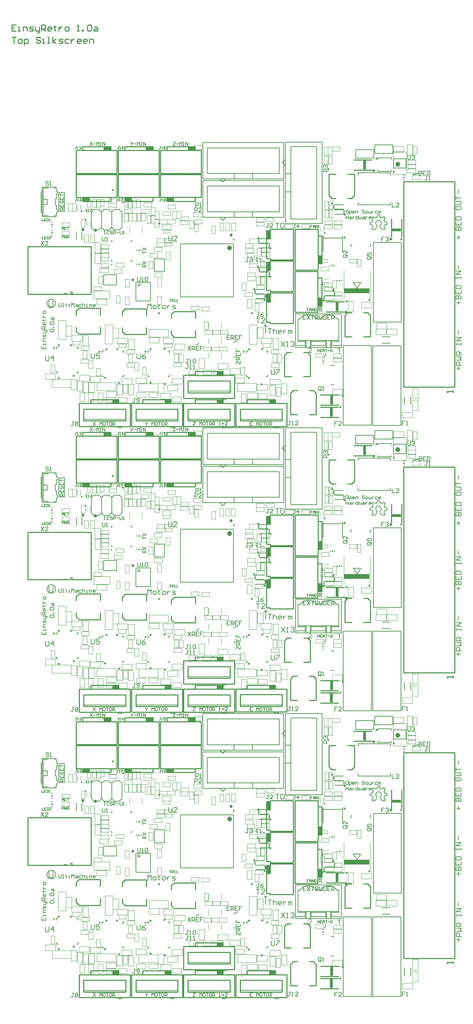
<source format=gto>
G04 Layer_Color=65535*
%FSLAX24Y24*%
%MOIN*%
G70*
G01*
G75*
%ADD10C,0.0070*%
%ADD12C,0.0100*%
%ADD14C,0.0080*%
%ADD65C,0.0060*%
%ADD120C,0.0300*%
%ADD147C,0.0098*%
%ADD148C,0.0050*%
%ADD149C,0.0236*%
%ADD150C,0.0250*%
%ADD151C,0.0200*%
%ADD152C,0.0197*%
%ADD153C,0.0020*%
%ADD154C,0.0040*%
%ADD155C,0.0079*%
%ADD156C,0.0020*%
%ADD157R,0.0879X0.0295*%
%ADD158R,0.0295X0.0879*%
%ADD159R,0.0120X0.0059*%
%ADD160R,0.0120X0.0060*%
%ADD161R,0.0120X0.0119*%
%ADD162R,0.0059X0.0120*%
%ADD163R,0.0060X0.0120*%
%ADD164R,0.0119X0.0120*%
%ADD165R,0.2450X0.0492*%
G36*
X17696Y85635D02*
X17010D01*
Y86010D01*
X17696D01*
Y85635D01*
D02*
G37*
G36*
X13563D02*
X12877D01*
Y86010D01*
X13563D01*
Y85635D01*
D02*
G37*
G36*
X9429D02*
X8743D01*
Y86010D01*
X9429D01*
Y85635D01*
D02*
G37*
G36*
X15632Y80648D02*
X14946D01*
Y81023D01*
X15632D01*
Y80648D01*
D02*
G37*
G36*
X11499D02*
X10813D01*
Y81023D01*
X11499D01*
Y80648D01*
D02*
G37*
G36*
X7365D02*
X6679D01*
Y81023D01*
X7365D01*
Y80648D01*
D02*
G37*
G36*
X31902Y65774D02*
X31841D01*
Y66161D01*
X31841Y66161D01*
X31840Y66160D01*
X31839Y66159D01*
X31837Y66157D01*
X31835Y66156D01*
X31832Y66153D01*
X31829Y66151D01*
X31826Y66148D01*
X31821Y66145D01*
X31817Y66141D01*
X31812Y66138D01*
X31807Y66134D01*
X31802Y66131D01*
X31796Y66127D01*
X31783Y66119D01*
X31783Y66118D01*
X31782Y66118D01*
X31780Y66117D01*
X31777Y66116D01*
X31774Y66114D01*
X31771Y66112D01*
X31766Y66109D01*
X31762Y66107D01*
X31752Y66102D01*
X31741Y66097D01*
X31730Y66092D01*
X31719Y66088D01*
Y66146D01*
X31720Y66147D01*
X31722Y66147D01*
X31724Y66149D01*
X31728Y66151D01*
X31732Y66153D01*
X31738Y66156D01*
X31743Y66159D01*
X31749Y66162D01*
X31756Y66167D01*
X31763Y66171D01*
X31778Y66181D01*
X31794Y66192D01*
X31809Y66204D01*
X31809Y66205D01*
X31810Y66206D01*
X31812Y66208D01*
X31815Y66210D01*
X31818Y66213D01*
X31821Y66217D01*
X31825Y66221D01*
X31830Y66225D01*
X31834Y66230D01*
X31839Y66236D01*
X31848Y66247D01*
X31856Y66259D01*
X31859Y66265D01*
X31863Y66271D01*
X31902D01*
Y65774D01*
D02*
G37*
G36*
X29009Y66271D02*
X29014Y66270D01*
X29020Y66270D01*
X29027Y66269D01*
X29035Y66268D01*
X29043Y66266D01*
X29052Y66264D01*
X29061Y66261D01*
X29070Y66258D01*
X29080Y66254D01*
X29089Y66249D01*
X29098Y66244D01*
X29106Y66238D01*
X29115Y66231D01*
X29115Y66231D01*
X29116Y66229D01*
X29119Y66227D01*
X29121Y66224D01*
X29124Y66220D01*
X29128Y66216D01*
X29132Y66210D01*
X29136Y66204D01*
X29139Y66197D01*
X29143Y66190D01*
X29147Y66182D01*
X29150Y66173D01*
X29153Y66164D01*
X29155Y66154D01*
X29156Y66144D01*
X29157Y66133D01*
Y66133D01*
Y66132D01*
Y66130D01*
Y66128D01*
X29156Y66125D01*
X29156Y66122D01*
X29156Y66119D01*
X29155Y66115D01*
X29154Y66106D01*
X29152Y66096D01*
X29148Y66085D01*
X29144Y66075D01*
Y66074D01*
X29144Y66073D01*
X29143Y66072D01*
X29142Y66070D01*
X29141Y66067D01*
X29139Y66064D01*
X29137Y66060D01*
X29135Y66056D01*
X29132Y66052D01*
X29129Y66047D01*
X29122Y66037D01*
X29118Y66032D01*
X29114Y66026D01*
X29109Y66020D01*
X29104Y66014D01*
X29104Y66014D01*
X29103Y66013D01*
X29101Y66011D01*
X29099Y66008D01*
X29095Y66005D01*
X29091Y66001D01*
X29087Y65997D01*
X29082Y65991D01*
X29076Y65986D01*
X29069Y65979D01*
X29061Y65972D01*
X29052Y65964D01*
X29043Y65956D01*
X29033Y65947D01*
X29022Y65937D01*
X29010Y65927D01*
X29009Y65927D01*
X29008Y65925D01*
X29005Y65923D01*
X29002Y65920D01*
X28997Y65916D01*
X28992Y65912D01*
X28987Y65907D01*
X28981Y65902D01*
X28969Y65892D01*
X28963Y65886D01*
X28958Y65881D01*
X28952Y65876D01*
X28948Y65872D01*
X28943Y65868D01*
X28940Y65865D01*
X28939Y65864D01*
X28937Y65862D01*
X28935Y65858D01*
X28931Y65855D01*
X28927Y65850D01*
X28923Y65844D01*
X28919Y65838D01*
X28915Y65832D01*
X29157D01*
Y65774D01*
X28830D01*
Y65774D01*
Y65775D01*
Y65776D01*
Y65777D01*
Y65779D01*
X28830Y65781D01*
X28831Y65787D01*
X28832Y65793D01*
X28833Y65800D01*
X28834Y65808D01*
X28837Y65816D01*
Y65816D01*
X28838Y65817D01*
X28838Y65819D01*
X28839Y65821D01*
X28840Y65824D01*
X28842Y65828D01*
X28844Y65832D01*
X28847Y65836D01*
X28849Y65841D01*
X28852Y65846D01*
X28859Y65857D01*
X28867Y65869D01*
X28877Y65881D01*
X28877Y65882D01*
X28878Y65883D01*
X28880Y65885D01*
X28882Y65887D01*
X28885Y65890D01*
X28888Y65894D01*
X28892Y65898D01*
X28897Y65903D01*
X28903Y65908D01*
X28908Y65914D01*
X28915Y65920D01*
X28922Y65927D01*
X28930Y65934D01*
X28938Y65941D01*
X28947Y65948D01*
X28956Y65956D01*
X28957Y65957D01*
X28958Y65957D01*
X28959Y65958D01*
X28960Y65959D01*
X28962Y65961D01*
X28964Y65963D01*
X28969Y65967D01*
X28976Y65973D01*
X28983Y65979D01*
X28992Y65987D01*
X29000Y65995D01*
X29009Y66003D01*
X29018Y66011D01*
X29028Y66020D01*
X29036Y66029D01*
X29045Y66037D01*
X29052Y66046D01*
X29060Y66054D01*
X29065Y66061D01*
X29066Y66062D01*
X29066Y66063D01*
X29068Y66065D01*
X29070Y66068D01*
X29072Y66071D01*
X29074Y66075D01*
X29077Y66080D01*
X29080Y66085D01*
X29082Y66090D01*
X29085Y66096D01*
X29090Y66109D01*
X29091Y66115D01*
X29093Y66122D01*
X29094Y66128D01*
X29094Y66134D01*
Y66135D01*
Y66136D01*
Y66138D01*
X29094Y66141D01*
X29093Y66144D01*
X29093Y66147D01*
X29092Y66151D01*
X29091Y66156D01*
X29089Y66160D01*
X29087Y66165D01*
X29085Y66170D01*
X29083Y66175D01*
X29080Y66181D01*
X29076Y66186D01*
X29072Y66191D01*
X29068Y66195D01*
X29067Y66196D01*
X29067Y66196D01*
X29065Y66197D01*
X29063Y66199D01*
X29061Y66201D01*
X29057Y66203D01*
X29054Y66206D01*
X29050Y66208D01*
X29045Y66210D01*
X29040Y66213D01*
X29035Y66215D01*
X29029Y66216D01*
X29022Y66218D01*
X29016Y66219D01*
X29008Y66220D01*
X29001Y66220D01*
X28997D01*
X28994Y66220D01*
X28990Y66220D01*
X28985Y66219D01*
X28981Y66218D01*
X28975Y66217D01*
X28970Y66216D01*
X28964Y66214D01*
X28959Y66212D01*
X28953Y66209D01*
X28947Y66206D01*
X28941Y66203D01*
X28935Y66199D01*
X28930Y66194D01*
X28930Y66194D01*
X28929Y66193D01*
X28928Y66191D01*
X28926Y66189D01*
X28924Y66186D01*
X28922Y66183D01*
X28920Y66179D01*
X28917Y66175D01*
X28915Y66170D01*
X28912Y66165D01*
X28910Y66159D01*
X28908Y66152D01*
X28907Y66145D01*
X28905Y66138D01*
X28905Y66130D01*
X28904Y66121D01*
X28842Y66128D01*
Y66128D01*
Y66128D01*
X28842Y66129D01*
Y66131D01*
X28842Y66134D01*
X28843Y66139D01*
X28844Y66145D01*
X28846Y66152D01*
X28848Y66159D01*
X28850Y66167D01*
X28853Y66176D01*
X28856Y66184D01*
X28860Y66193D01*
X28864Y66202D01*
X28869Y66211D01*
X28876Y66219D01*
X28882Y66227D01*
X28890Y66234D01*
X28890Y66234D01*
X28891Y66235D01*
X28894Y66238D01*
X28897Y66240D01*
X28901Y66243D01*
X28906Y66246D01*
X28912Y66249D01*
X28919Y66253D01*
X28927Y66256D01*
X28935Y66259D01*
X28945Y66262D01*
X28955Y66265D01*
X28965Y66268D01*
X28977Y66269D01*
X28989Y66271D01*
X29002Y66271D01*
X29005D01*
X29009Y66271D01*
D02*
G37*
G36*
X17696Y57643D02*
X17010D01*
Y58018D01*
X17696D01*
Y57643D01*
D02*
G37*
G36*
X13563D02*
X12877D01*
Y58018D01*
X13563D01*
Y57643D01*
D02*
G37*
G36*
X9429D02*
X8743D01*
Y58018D01*
X9429D01*
Y57643D01*
D02*
G37*
G36*
X15632Y52656D02*
X14946D01*
Y53031D01*
X15632D01*
Y52656D01*
D02*
G37*
G36*
X11499D02*
X10813D01*
Y53031D01*
X11499D01*
Y52656D01*
D02*
G37*
G36*
X7365D02*
X6679D01*
Y53031D01*
X7365D01*
Y52656D01*
D02*
G37*
G36*
X31902Y37782D02*
X31841D01*
Y38169D01*
X31841Y38168D01*
X31840Y38168D01*
X31839Y38167D01*
X31837Y38165D01*
X31835Y38163D01*
X31832Y38161D01*
X31829Y38158D01*
X31826Y38156D01*
X31821Y38153D01*
X31817Y38149D01*
X31812Y38146D01*
X31807Y38142D01*
X31802Y38138D01*
X31796Y38134D01*
X31783Y38127D01*
X31783Y38126D01*
X31782Y38126D01*
X31780Y38124D01*
X31777Y38123D01*
X31774Y38122D01*
X31771Y38119D01*
X31766Y38117D01*
X31762Y38115D01*
X31752Y38110D01*
X31741Y38105D01*
X31730Y38100D01*
X31719Y38095D01*
Y38154D01*
X31720Y38155D01*
X31722Y38155D01*
X31724Y38157D01*
X31728Y38158D01*
X31732Y38161D01*
X31738Y38163D01*
X31743Y38167D01*
X31749Y38170D01*
X31756Y38175D01*
X31763Y38179D01*
X31778Y38189D01*
X31794Y38200D01*
X31809Y38212D01*
X31809Y38213D01*
X31810Y38214D01*
X31812Y38215D01*
X31815Y38218D01*
X31818Y38221D01*
X31821Y38225D01*
X31825Y38229D01*
X31830Y38233D01*
X31834Y38238D01*
X31839Y38244D01*
X31848Y38255D01*
X31856Y38267D01*
X31859Y38273D01*
X31863Y38279D01*
X31902D01*
Y37782D01*
D02*
G37*
G36*
X29009Y38278D02*
X29014Y38278D01*
X29020Y38278D01*
X29027Y38277D01*
X29035Y38276D01*
X29043Y38274D01*
X29052Y38272D01*
X29061Y38269D01*
X29070Y38266D01*
X29080Y38262D01*
X29089Y38257D01*
X29098Y38252D01*
X29106Y38246D01*
X29115Y38239D01*
X29115Y38239D01*
X29116Y38237D01*
X29119Y38235D01*
X29121Y38232D01*
X29124Y38228D01*
X29128Y38224D01*
X29132Y38218D01*
X29136Y38212D01*
X29139Y38205D01*
X29143Y38198D01*
X29147Y38190D01*
X29150Y38181D01*
X29153Y38172D01*
X29155Y38162D01*
X29156Y38152D01*
X29157Y38141D01*
Y38141D01*
Y38140D01*
Y38138D01*
Y38136D01*
X29156Y38133D01*
X29156Y38130D01*
X29156Y38127D01*
X29155Y38123D01*
X29154Y38114D01*
X29152Y38104D01*
X29148Y38093D01*
X29144Y38083D01*
Y38082D01*
X29144Y38081D01*
X29143Y38080D01*
X29142Y38078D01*
X29141Y38075D01*
X29139Y38072D01*
X29137Y38068D01*
X29135Y38064D01*
X29132Y38060D01*
X29129Y38055D01*
X29122Y38045D01*
X29118Y38040D01*
X29114Y38034D01*
X29109Y38028D01*
X29104Y38022D01*
X29104Y38022D01*
X29103Y38021D01*
X29101Y38019D01*
X29099Y38016D01*
X29095Y38013D01*
X29091Y38009D01*
X29087Y38005D01*
X29082Y37999D01*
X29076Y37993D01*
X29069Y37987D01*
X29061Y37980D01*
X29052Y37972D01*
X29043Y37964D01*
X29033Y37955D01*
X29022Y37945D01*
X29010Y37935D01*
X29009Y37935D01*
X29008Y37933D01*
X29005Y37931D01*
X29002Y37928D01*
X28997Y37924D01*
X28992Y37920D01*
X28987Y37915D01*
X28981Y37910D01*
X28969Y37900D01*
X28963Y37894D01*
X28958Y37889D01*
X28952Y37884D01*
X28948Y37880D01*
X28943Y37876D01*
X28940Y37872D01*
X28939Y37872D01*
X28937Y37870D01*
X28935Y37866D01*
X28931Y37862D01*
X28927Y37857D01*
X28923Y37852D01*
X28919Y37846D01*
X28915Y37840D01*
X29157D01*
Y37782D01*
X28830D01*
Y37782D01*
Y37783D01*
Y37784D01*
Y37785D01*
Y37787D01*
X28830Y37789D01*
X28831Y37795D01*
X28832Y37801D01*
X28833Y37808D01*
X28834Y37816D01*
X28837Y37823D01*
Y37824D01*
X28838Y37825D01*
X28838Y37827D01*
X28839Y37829D01*
X28840Y37832D01*
X28842Y37836D01*
X28844Y37840D01*
X28847Y37844D01*
X28849Y37849D01*
X28852Y37854D01*
X28859Y37865D01*
X28867Y37877D01*
X28877Y37889D01*
X28877Y37890D01*
X28878Y37891D01*
X28880Y37892D01*
X28882Y37895D01*
X28885Y37898D01*
X28888Y37902D01*
X28892Y37906D01*
X28897Y37911D01*
X28903Y37916D01*
X28908Y37922D01*
X28915Y37928D01*
X28922Y37935D01*
X28930Y37942D01*
X28938Y37949D01*
X28947Y37956D01*
X28956Y37964D01*
X28957Y37964D01*
X28958Y37965D01*
X28959Y37966D01*
X28960Y37967D01*
X28962Y37969D01*
X28964Y37971D01*
X28969Y37975D01*
X28976Y37981D01*
X28983Y37987D01*
X28992Y37995D01*
X29000Y38002D01*
X29009Y38011D01*
X29018Y38019D01*
X29028Y38028D01*
X29036Y38037D01*
X29045Y38045D01*
X29052Y38054D01*
X29060Y38062D01*
X29065Y38069D01*
X29066Y38070D01*
X29066Y38071D01*
X29068Y38073D01*
X29070Y38076D01*
X29072Y38079D01*
X29074Y38083D01*
X29077Y38088D01*
X29080Y38093D01*
X29082Y38098D01*
X29085Y38104D01*
X29090Y38117D01*
X29091Y38123D01*
X29093Y38129D01*
X29094Y38136D01*
X29094Y38142D01*
Y38143D01*
Y38144D01*
Y38146D01*
X29094Y38148D01*
X29093Y38152D01*
X29093Y38155D01*
X29092Y38159D01*
X29091Y38163D01*
X29089Y38168D01*
X29087Y38173D01*
X29085Y38178D01*
X29083Y38183D01*
X29080Y38189D01*
X29076Y38194D01*
X29072Y38199D01*
X29068Y38203D01*
X29067Y38204D01*
X29067Y38204D01*
X29065Y38205D01*
X29063Y38207D01*
X29061Y38209D01*
X29057Y38211D01*
X29054Y38214D01*
X29050Y38216D01*
X29045Y38218D01*
X29040Y38220D01*
X29035Y38223D01*
X29029Y38224D01*
X29022Y38226D01*
X29016Y38227D01*
X29008Y38228D01*
X29001Y38228D01*
X28997D01*
X28994Y38228D01*
X28990Y38228D01*
X28985Y38227D01*
X28981Y38226D01*
X28975Y38225D01*
X28970Y38224D01*
X28964Y38222D01*
X28959Y38220D01*
X28953Y38217D01*
X28947Y38214D01*
X28941Y38210D01*
X28935Y38206D01*
X28930Y38202D01*
X28930Y38201D01*
X28929Y38201D01*
X28928Y38199D01*
X28926Y38197D01*
X28924Y38194D01*
X28922Y38191D01*
X28920Y38187D01*
X28917Y38183D01*
X28915Y38178D01*
X28912Y38172D01*
X28910Y38167D01*
X28908Y38160D01*
X28907Y38153D01*
X28905Y38146D01*
X28905Y38138D01*
X28904Y38129D01*
X28842Y38136D01*
Y38136D01*
Y38136D01*
X28842Y38137D01*
Y38139D01*
X28842Y38142D01*
X28843Y38147D01*
X28844Y38153D01*
X28846Y38160D01*
X28848Y38167D01*
X28850Y38175D01*
X28853Y38184D01*
X28856Y38192D01*
X28860Y38201D01*
X28864Y38210D01*
X28869Y38219D01*
X28876Y38227D01*
X28882Y38235D01*
X28890Y38242D01*
X28890Y38242D01*
X28891Y38243D01*
X28894Y38245D01*
X28897Y38248D01*
X28901Y38250D01*
X28906Y38254D01*
X28912Y38257D01*
X28919Y38261D01*
X28927Y38264D01*
X28935Y38267D01*
X28945Y38270D01*
X28955Y38273D01*
X28965Y38276D01*
X28977Y38277D01*
X28989Y38278D01*
X29002Y38279D01*
X29005D01*
X29009Y38278D01*
D02*
G37*
G36*
X17696Y29651D02*
X17010D01*
Y30026D01*
X17696D01*
Y29651D01*
D02*
G37*
G36*
X13563D02*
X12877D01*
Y30026D01*
X13563D01*
Y29651D01*
D02*
G37*
G36*
X9429D02*
X8743D01*
Y30026D01*
X9429D01*
Y29651D01*
D02*
G37*
G36*
X15632Y24664D02*
X14946D01*
Y25039D01*
X15632D01*
Y24664D01*
D02*
G37*
G36*
X11499D02*
X10813D01*
Y25039D01*
X11499D01*
Y24664D01*
D02*
G37*
G36*
X7365D02*
X6679D01*
Y25039D01*
X7365D01*
Y24664D01*
D02*
G37*
G36*
X31902Y9789D02*
X31841D01*
Y10177D01*
X31841Y10176D01*
X31840Y10176D01*
X31839Y10175D01*
X31837Y10173D01*
X31835Y10171D01*
X31832Y10169D01*
X31829Y10166D01*
X31826Y10163D01*
X31821Y10161D01*
X31817Y10157D01*
X31812Y10154D01*
X31807Y10150D01*
X31802Y10146D01*
X31796Y10142D01*
X31783Y10134D01*
X31783Y10134D01*
X31782Y10133D01*
X31780Y10132D01*
X31777Y10131D01*
X31774Y10129D01*
X31771Y10127D01*
X31766Y10125D01*
X31762Y10123D01*
X31752Y10118D01*
X31741Y10113D01*
X31730Y10108D01*
X31719Y10103D01*
Y10162D01*
X31720Y10162D01*
X31722Y10163D01*
X31724Y10165D01*
X31728Y10166D01*
X31732Y10168D01*
X31738Y10171D01*
X31743Y10175D01*
X31749Y10178D01*
X31756Y10182D01*
X31763Y10187D01*
X31778Y10197D01*
X31794Y10208D01*
X31809Y10220D01*
X31809Y10220D01*
X31810Y10221D01*
X31812Y10223D01*
X31815Y10226D01*
X31818Y10229D01*
X31821Y10233D01*
X31825Y10237D01*
X31830Y10241D01*
X31834Y10246D01*
X31839Y10252D01*
X31848Y10263D01*
X31856Y10274D01*
X31859Y10281D01*
X31863Y10287D01*
X31902D01*
Y9789D01*
D02*
G37*
G36*
X29009Y10286D02*
X29014Y10286D01*
X29020Y10286D01*
X29027Y10284D01*
X29035Y10283D01*
X29043Y10282D01*
X29052Y10279D01*
X29061Y10277D01*
X29070Y10274D01*
X29080Y10270D01*
X29089Y10265D01*
X29098Y10260D01*
X29106Y10254D01*
X29115Y10247D01*
X29115Y10247D01*
X29116Y10245D01*
X29119Y10243D01*
X29121Y10240D01*
X29124Y10236D01*
X29128Y10231D01*
X29132Y10226D01*
X29136Y10220D01*
X29139Y10213D01*
X29143Y10206D01*
X29147Y10197D01*
X29150Y10189D01*
X29153Y10180D01*
X29155Y10170D01*
X29156Y10160D01*
X29157Y10149D01*
Y10148D01*
Y10147D01*
Y10146D01*
Y10144D01*
X29156Y10141D01*
X29156Y10138D01*
X29156Y10134D01*
X29155Y10131D01*
X29154Y10122D01*
X29152Y10112D01*
X29148Y10101D01*
X29144Y10090D01*
Y10090D01*
X29144Y10089D01*
X29143Y10088D01*
X29142Y10085D01*
X29141Y10083D01*
X29139Y10080D01*
X29137Y10076D01*
X29135Y10072D01*
X29132Y10068D01*
X29129Y10063D01*
X29122Y10053D01*
X29118Y10047D01*
X29114Y10042D01*
X29109Y10036D01*
X29104Y10030D01*
X29104Y10030D01*
X29103Y10029D01*
X29101Y10027D01*
X29099Y10024D01*
X29095Y10021D01*
X29091Y10017D01*
X29087Y10012D01*
X29082Y10007D01*
X29076Y10001D01*
X29069Y9995D01*
X29061Y9988D01*
X29052Y9980D01*
X29043Y9972D01*
X29033Y9963D01*
X29022Y9953D01*
X29010Y9943D01*
X29009Y9943D01*
X29008Y9941D01*
X29005Y9939D01*
X29002Y9935D01*
X28997Y9932D01*
X28992Y9928D01*
X28987Y9923D01*
X28981Y9918D01*
X28969Y9908D01*
X28963Y9902D01*
X28958Y9897D01*
X28952Y9892D01*
X28948Y9888D01*
X28943Y9884D01*
X28940Y9880D01*
X28939Y9880D01*
X28937Y9877D01*
X28935Y9874D01*
X28931Y9870D01*
X28927Y9865D01*
X28923Y9860D01*
X28919Y9854D01*
X28915Y9848D01*
X29157D01*
Y9789D01*
X28830D01*
Y9790D01*
Y9790D01*
Y9792D01*
Y9793D01*
Y9795D01*
X28830Y9797D01*
X28831Y9803D01*
X28832Y9809D01*
X28833Y9816D01*
X28834Y9824D01*
X28837Y9831D01*
Y9832D01*
X28838Y9833D01*
X28838Y9834D01*
X28839Y9837D01*
X28840Y9840D01*
X28842Y9844D01*
X28844Y9848D01*
X28847Y9852D01*
X28849Y9857D01*
X28852Y9862D01*
X28859Y9873D01*
X28867Y9885D01*
X28877Y9897D01*
X28877Y9897D01*
X28878Y9899D01*
X28880Y9900D01*
X28882Y9903D01*
X28885Y9906D01*
X28888Y9910D01*
X28892Y9914D01*
X28897Y9919D01*
X28903Y9924D01*
X28908Y9930D01*
X28915Y9936D01*
X28922Y9943D01*
X28930Y9949D01*
X28938Y9957D01*
X28947Y9964D01*
X28956Y9972D01*
X28957Y9972D01*
X28958Y9973D01*
X28959Y9974D01*
X28960Y9975D01*
X28962Y9977D01*
X28964Y9978D01*
X28969Y9983D01*
X28976Y9988D01*
X28983Y9995D01*
X28992Y10002D01*
X29000Y10010D01*
X29009Y10018D01*
X29018Y10027D01*
X29028Y10036D01*
X29036Y10045D01*
X29045Y10053D01*
X29052Y10061D01*
X29060Y10070D01*
X29065Y10077D01*
X29066Y10078D01*
X29066Y10079D01*
X29068Y10081D01*
X29070Y10084D01*
X29072Y10087D01*
X29074Y10091D01*
X29077Y10096D01*
X29080Y10101D01*
X29082Y10106D01*
X29085Y10112D01*
X29090Y10124D01*
X29091Y10131D01*
X29093Y10137D01*
X29094Y10144D01*
X29094Y10150D01*
Y10151D01*
Y10152D01*
Y10154D01*
X29094Y10156D01*
X29093Y10160D01*
X29093Y10163D01*
X29092Y10167D01*
X29091Y10171D01*
X29089Y10176D01*
X29087Y10181D01*
X29085Y10186D01*
X29083Y10191D01*
X29080Y10196D01*
X29076Y10201D01*
X29072Y10206D01*
X29068Y10211D01*
X29067Y10211D01*
X29067Y10212D01*
X29065Y10213D01*
X29063Y10215D01*
X29061Y10217D01*
X29057Y10219D01*
X29054Y10221D01*
X29050Y10224D01*
X29045Y10226D01*
X29040Y10228D01*
X29035Y10230D01*
X29029Y10232D01*
X29022Y10234D01*
X29016Y10235D01*
X29008Y10236D01*
X29001Y10236D01*
X28997D01*
X28994Y10236D01*
X28990Y10235D01*
X28985Y10235D01*
X28981Y10234D01*
X28975Y10233D01*
X28970Y10231D01*
X28964Y10230D01*
X28959Y10228D01*
X28953Y10225D01*
X28947Y10222D01*
X28941Y10218D01*
X28935Y10214D01*
X28930Y10210D01*
X28930Y10209D01*
X28929Y10209D01*
X28928Y10207D01*
X28926Y10205D01*
X28924Y10202D01*
X28922Y10199D01*
X28920Y10195D01*
X28917Y10191D01*
X28915Y10186D01*
X28912Y10180D01*
X28910Y10175D01*
X28908Y10168D01*
X28907Y10161D01*
X28905Y10153D01*
X28905Y10146D01*
X28904Y10137D01*
X28842Y10143D01*
Y10144D01*
Y10144D01*
X28842Y10145D01*
Y10147D01*
X28842Y10150D01*
X28843Y10155D01*
X28844Y10161D01*
X28846Y10167D01*
X28848Y10175D01*
X28850Y10183D01*
X28853Y10191D01*
X28856Y10200D01*
X28860Y10209D01*
X28864Y10218D01*
X28869Y10226D01*
X28876Y10235D01*
X28882Y10243D01*
X28890Y10250D01*
X28890Y10250D01*
X28891Y10251D01*
X28894Y10253D01*
X28897Y10255D01*
X28901Y10258D01*
X28906Y10262D01*
X28912Y10265D01*
X28919Y10268D01*
X28927Y10272D01*
X28935Y10275D01*
X28945Y10278D01*
X28955Y10281D01*
X28965Y10283D01*
X28977Y10285D01*
X28989Y10286D01*
X29002Y10287D01*
X29005D01*
X29009Y10286D01*
D02*
G37*
G54D10*
X38296Y3129D02*
X38029D01*
Y2929D01*
X38163D01*
X38029D01*
Y2729D01*
X38429D02*
X38563D01*
X38496D01*
Y3129D01*
X38429Y3063D01*
X17659Y23619D02*
Y24019D01*
X17859D01*
X17926Y23953D01*
Y23819D01*
X17859Y23753D01*
X17659D01*
X18326Y23619D02*
X18059D01*
X18326Y23886D01*
Y23953D01*
X18259Y24019D01*
X18126D01*
X18059Y23953D01*
X17789Y24119D02*
Y24519D01*
X17989D01*
X18056Y24453D01*
Y24319D01*
X17989Y24253D01*
X17789D01*
X18189Y24119D02*
X18323D01*
X18256D01*
Y24519D01*
X18189Y24453D01*
X36278Y21162D02*
X36012D01*
Y20962D01*
X36145D01*
X36012D01*
Y20762D01*
X36412Y21095D02*
X36478Y21162D01*
X36612D01*
X36678Y21095D01*
Y21028D01*
X36612Y20962D01*
X36545D01*
X36612D01*
X36678Y20895D01*
Y20829D01*
X36612Y20762D01*
X36478D01*
X36412Y20829D01*
X31686Y3089D02*
X31419D01*
Y2889D01*
X31553D01*
X31419D01*
Y2689D01*
X32086D02*
X31819D01*
X32086Y2956D01*
Y3023D01*
X32019Y3089D01*
X31886D01*
X31819Y3023D01*
X12089Y17229D02*
Y16896D01*
X12156Y16829D01*
X12289D01*
X12356Y16896D01*
Y17229D01*
X12489Y16829D02*
X12623D01*
X12556D01*
Y17229D01*
X12489Y17163D01*
X12822D02*
X12889Y17229D01*
X13022D01*
X13089Y17163D01*
Y16896D01*
X13022Y16829D01*
X12889D01*
X12822Y16896D01*
Y17163D01*
X34943Y19206D02*
X34676D01*
X34609Y19139D01*
Y19006D01*
X34676Y18939D01*
X34943D01*
X35009Y19006D01*
Y19139D01*
X34876Y19073D02*
X35009Y19206D01*
Y19139D02*
X34943Y19206D01*
X34609Y19606D02*
Y19339D01*
X34809D01*
X34743Y19473D01*
Y19539D01*
X34809Y19606D01*
X34943D01*
X35009Y19539D01*
Y19406D01*
X34943Y19339D01*
X2609Y20739D02*
X2876Y20339D01*
Y20739D02*
X2609Y20339D01*
X3276D02*
X3009D01*
X3276Y20606D01*
Y20673D01*
X3209Y20739D01*
X3076D01*
X3009Y20673D01*
X3326Y26543D02*
X3259Y26609D01*
X3126D01*
X3059Y26543D01*
Y26476D01*
X3126Y26409D01*
X3259D01*
X3326Y26343D01*
Y26276D01*
X3259Y26209D01*
X3126D01*
X3059Y26276D01*
X3459Y26209D02*
X3593D01*
X3526D01*
Y26609D01*
X3459Y26543D01*
X30088Y6199D02*
Y6465D01*
X30022Y6532D01*
X29889D01*
X29822Y6465D01*
Y6199D01*
X29889Y6132D01*
X30022D01*
X29955Y6265D02*
X30088Y6132D01*
X30022D02*
X30088Y6199D01*
X30222Y6132D02*
X30355D01*
X30288D01*
Y6532D01*
X30222Y6465D01*
X32573Y19426D02*
X32306D01*
X32239Y19359D01*
Y19226D01*
X32306Y19159D01*
X32573D01*
X32639Y19226D01*
Y19359D01*
X32506Y19293D02*
X32639Y19426D01*
Y19359D02*
X32573Y19426D01*
X32639Y19826D02*
Y19559D01*
X32373Y19826D01*
X32306D01*
X32239Y19759D01*
Y19626D01*
X32306Y19559D01*
X24928Y22472D02*
X24795D01*
X24862D01*
Y22139D01*
X24795Y22072D01*
X24729D01*
X24662Y22139D01*
X25328Y22072D02*
X25062D01*
X25328Y22338D01*
Y22405D01*
X25262Y22472D01*
X25128D01*
X25062Y22405D01*
X22948Y19132D02*
X22815D01*
X22882D01*
Y18799D01*
X22815Y18732D01*
X22749D01*
X22682Y18799D01*
X23082Y19065D02*
X23148Y19132D01*
X23282D01*
X23348Y19065D01*
Y18998D01*
X23282Y18932D01*
X23215D01*
X23282D01*
X23348Y18865D01*
Y18799D01*
X23282Y18732D01*
X23148D01*
X23082Y18799D01*
X24008Y13762D02*
X23875D01*
X23942D01*
Y13429D01*
X23875Y13362D01*
X23809D01*
X23742Y13429D01*
X24408Y13762D02*
X24275Y13695D01*
X24142Y13562D01*
Y13429D01*
X24208Y13362D01*
X24342D01*
X24408Y13429D01*
Y13495D01*
X24342Y13562D01*
X24142D01*
X5818Y3042D02*
X5685D01*
X5752D01*
Y2709D01*
X5685Y2642D01*
X5619D01*
X5552Y2709D01*
X5952Y2975D02*
X6018Y3042D01*
X6152D01*
X6218Y2975D01*
Y2908D01*
X6152Y2842D01*
X6218Y2775D01*
Y2709D01*
X6152Y2642D01*
X6018D01*
X5952Y2709D01*
Y2775D01*
X6018Y2842D01*
X5952Y2908D01*
Y2975D01*
X6018Y2842D02*
X6152D01*
X11828Y5362D02*
X11695D01*
X11762D01*
Y5029D01*
X11695Y4962D01*
X11629D01*
X11562Y5029D01*
X11962D02*
X12028Y4962D01*
X12162D01*
X12228Y5029D01*
Y5295D01*
X12162Y5362D01*
X12028D01*
X11962Y5295D01*
Y5228D01*
X12028Y5162D01*
X12228D01*
X17028Y9182D02*
X16895D01*
X16962D01*
Y8849D01*
X16895Y8782D01*
X16829D01*
X16762Y8849D01*
X17162Y8782D02*
X17295D01*
X17228D01*
Y9182D01*
X17162Y9115D01*
X17495D02*
X17562Y9182D01*
X17695D01*
X17762Y9115D01*
Y8849D01*
X17695Y8782D01*
X17562D01*
X17495Y8849D01*
Y9115D01*
X17068Y8652D02*
X16935D01*
X17002D01*
Y8319D01*
X16935Y8252D01*
X16869D01*
X16802Y8319D01*
X17202Y8252D02*
X17335D01*
X17268D01*
Y8652D01*
X17202Y8585D01*
X17535Y8252D02*
X17668D01*
X17602D01*
Y8652D01*
X17535Y8585D01*
X27068Y3122D02*
X26935D01*
X27002D01*
Y2789D01*
X26935Y2722D01*
X26869D01*
X26802Y2789D01*
X27202Y2722D02*
X27335D01*
X27268D01*
Y3122D01*
X27202Y3055D01*
X27802Y2722D02*
X27535D01*
X27802Y2988D01*
Y3055D01*
X27735Y3122D01*
X27602D01*
X27535Y3055D01*
X8592Y21142D02*
Y20809D01*
X8659Y20742D01*
X8792D01*
X8858Y20809D01*
Y21142D01*
X8992Y20742D02*
X9125D01*
X9058D01*
Y21142D01*
X8992Y21075D01*
X40496Y27129D02*
X40363D01*
X40429D01*
Y26796D01*
X40363Y26729D01*
X40296D01*
X40229Y26796D01*
X40629Y26729D02*
X40763D01*
X40696D01*
Y27129D01*
X40629Y27063D01*
X37049Y24469D02*
Y24069D01*
X37316D01*
X37716D02*
X37449D01*
X37716Y24336D01*
Y24403D01*
X37649Y24469D01*
X37516D01*
X37449Y24403D01*
X38563Y29140D02*
Y28807D01*
X38630Y28740D01*
X38763D01*
X38830Y28807D01*
Y29140D01*
X38963Y29073D02*
X39030Y29140D01*
X39163D01*
X39229Y29073D01*
Y29007D01*
X39163Y28940D01*
X39096D01*
X39163D01*
X39229Y28873D01*
Y28807D01*
X39163Y28740D01*
X39030D01*
X38963Y28807D01*
X30719Y27539D02*
X30319D01*
Y27739D01*
X30386Y27806D01*
X30519D01*
X30586Y27739D01*
Y27539D01*
X30386Y27939D02*
X30319Y28006D01*
Y28139D01*
X30386Y28206D01*
X30453D01*
X30519Y28139D01*
Y28073D01*
Y28139D01*
X30586Y28206D01*
X30653D01*
X30719Y28139D01*
Y28006D01*
X30653Y27939D01*
X28566Y13479D02*
X28299D01*
Y13079D01*
X28566D01*
X28299Y13279D02*
X28433D01*
X28699Y13479D02*
X28966Y13079D01*
Y13479D02*
X28699Y13079D01*
X29099Y13479D02*
X29366D01*
X29232D01*
Y13079D01*
X29499D02*
Y13479D01*
X29699D01*
X29766Y13413D01*
Y13279D01*
X29699Y13213D01*
X29499D01*
X29632D02*
X29766Y13079D01*
X29899Y13479D02*
Y13146D01*
X29966Y13079D01*
X30099D01*
X30165Y13146D01*
Y13479D01*
X30299D02*
Y13079D01*
X30499D01*
X30565Y13146D01*
Y13413D01*
X30499Y13479D01*
X30299D01*
X30965D02*
X30699D01*
Y13079D01*
X30965D01*
X30699Y13279D02*
X30832D01*
X31098Y13079D02*
Y13479D01*
X31298D01*
X31365Y13413D01*
Y13279D01*
X31298Y13213D01*
X31098D01*
X31232D02*
X31365Y13079D01*
X4339Y14669D02*
Y14369D01*
X4399Y14309D01*
X4519D01*
X4579Y14369D01*
Y14669D01*
X4699Y14309D02*
X4819D01*
X4759D01*
Y14669D01*
X4699D01*
X5059Y14609D02*
Y14549D01*
X4999D01*
X5119D01*
X5059D01*
Y14369D01*
X5119Y14309D01*
X5299D02*
X5419D01*
X5359D01*
Y14549D01*
X5299D01*
X5599Y14309D02*
Y14669D01*
X5719Y14549D01*
X5839Y14669D01*
Y14309D01*
X6019Y14549D02*
X6139D01*
X6199Y14489D01*
Y14309D01*
X6019D01*
X5959Y14369D01*
X6019Y14429D01*
X6199D01*
X6559Y14549D02*
X6379D01*
X6319Y14489D01*
Y14369D01*
X6379Y14309D01*
X6559D01*
X6679Y14669D02*
Y14309D01*
Y14489D01*
X6739Y14549D01*
X6859D01*
X6919Y14489D01*
Y14309D01*
X7038D02*
X7158D01*
X7098D01*
Y14549D01*
X7038D01*
X7338Y14309D02*
Y14549D01*
X7518D01*
X7578Y14489D01*
Y14309D01*
X7878D02*
X7758D01*
X7698Y14369D01*
Y14489D01*
X7758Y14549D01*
X7878D01*
X7938Y14489D01*
Y14429D01*
X7698D01*
X23632Y19129D02*
X23898D01*
X23765D01*
Y18729D01*
X24032D02*
X24165D01*
X24098D01*
Y19129D01*
X24032Y19063D01*
X16992Y10452D02*
X17258Y10052D01*
Y10452D02*
X16992Y10052D01*
X17392D02*
Y10452D01*
X17592D01*
X17658Y10385D01*
Y10252D01*
X17592Y10185D01*
X17392D01*
X17525D02*
X17658Y10052D01*
X18058Y10452D02*
X17792D01*
Y10052D01*
X18058D01*
X17792Y10252D02*
X17925D01*
X18458Y10452D02*
X18191D01*
Y10252D01*
X18325D01*
X18191D01*
Y10052D01*
X21742Y8732D02*
Y8998D01*
X21809D01*
X22075Y8732D01*
X22142D01*
Y8998D01*
Y9132D02*
X21742D01*
Y9332D01*
X21809Y9398D01*
X21942D01*
X22009Y9332D01*
Y9132D01*
Y9265D02*
X22142Y9398D01*
X21742Y9798D02*
Y9532D01*
X22142D01*
Y9798D01*
X21942Y9532D02*
Y9665D01*
X21742Y10198D02*
Y9931D01*
X21942D01*
Y10065D01*
Y9931D01*
X22142D01*
X21116Y11519D02*
X20849D01*
Y11119D01*
X21116D01*
X20849Y11319D02*
X20983D01*
X21249Y11119D02*
Y11519D01*
X21449D01*
X21516Y11453D01*
Y11319D01*
X21449Y11253D01*
X21249D01*
X21383D02*
X21516Y11119D01*
X21916Y11519D02*
X21649D01*
Y11119D01*
X21916D01*
X21649Y11319D02*
X21782D01*
X22316Y11519D02*
X22049D01*
Y11319D01*
X22182D01*
X22049D01*
Y11119D01*
X39689Y27619D02*
Y27219D01*
X39889D01*
X39956Y27286D01*
Y27353D01*
X39889Y27419D01*
X39689D01*
X39889D01*
X39956Y27486D01*
Y27553D01*
X39889Y27619D01*
X39689D01*
X40356D02*
X40089D01*
Y27219D01*
X40356D01*
X40089Y27419D02*
X40223D01*
X40489Y27619D02*
Y27219D01*
X40689D01*
X40756Y27286D01*
Y27553D01*
X40689Y27619D01*
X40489D01*
X38296Y31121D02*
X38029D01*
Y30921D01*
X38163D01*
X38029D01*
Y30721D01*
X38429D02*
X38563D01*
X38496D01*
Y31121D01*
X38429Y31055D01*
X17659Y51611D02*
Y52011D01*
X17859D01*
X17926Y51945D01*
Y51811D01*
X17859Y51745D01*
X17659D01*
X18326Y51611D02*
X18059D01*
X18326Y51878D01*
Y51945D01*
X18259Y52011D01*
X18126D01*
X18059Y51945D01*
X17789Y52112D02*
Y52511D01*
X17989D01*
X18056Y52445D01*
Y52311D01*
X17989Y52245D01*
X17789D01*
X18189Y52112D02*
X18323D01*
X18256D01*
Y52511D01*
X18189Y52445D01*
X36278Y49154D02*
X36012D01*
Y48954D01*
X36145D01*
X36012D01*
Y48754D01*
X36412Y49087D02*
X36478Y49154D01*
X36612D01*
X36678Y49087D01*
Y49021D01*
X36612Y48954D01*
X36545D01*
X36612D01*
X36678Y48887D01*
Y48821D01*
X36612Y48754D01*
X36478D01*
X36412Y48821D01*
X31686Y31081D02*
X31419D01*
Y30881D01*
X31553D01*
X31419D01*
Y30682D01*
X32086D02*
X31819D01*
X32086Y30948D01*
Y31015D01*
X32019Y31081D01*
X31886D01*
X31819Y31015D01*
X12089Y45221D02*
Y44888D01*
X12156Y44822D01*
X12289D01*
X12356Y44888D01*
Y45221D01*
X12489Y44822D02*
X12623D01*
X12556D01*
Y45221D01*
X12489Y45155D01*
X12822D02*
X12889Y45221D01*
X13022D01*
X13089Y45155D01*
Y44888D01*
X13022Y44822D01*
X12889D01*
X12822Y44888D01*
Y45155D01*
X34943Y47198D02*
X34676D01*
X34609Y47131D01*
Y46998D01*
X34676Y46932D01*
X34943D01*
X35009Y46998D01*
Y47131D01*
X34876Y47065D02*
X35009Y47198D01*
Y47131D02*
X34943Y47198D01*
X34609Y47598D02*
Y47331D01*
X34809D01*
X34743Y47465D01*
Y47531D01*
X34809Y47598D01*
X34943D01*
X35009Y47531D01*
Y47398D01*
X34943Y47331D01*
X2609Y48731D02*
X2876Y48331D01*
Y48731D02*
X2609Y48331D01*
X3276D02*
X3009D01*
X3276Y48598D01*
Y48665D01*
X3209Y48731D01*
X3076D01*
X3009Y48665D01*
X3326Y54535D02*
X3259Y54601D01*
X3126D01*
X3059Y54535D01*
Y54468D01*
X3126Y54401D01*
X3259D01*
X3326Y54335D01*
Y54268D01*
X3259Y54201D01*
X3126D01*
X3059Y54268D01*
X3459Y54201D02*
X3593D01*
X3526D01*
Y54601D01*
X3459Y54535D01*
X30088Y34191D02*
Y34457D01*
X30022Y34524D01*
X29889D01*
X29822Y34457D01*
Y34191D01*
X29889Y34124D01*
X30022D01*
X29955Y34257D02*
X30088Y34124D01*
X30022D02*
X30088Y34191D01*
X30222Y34124D02*
X30355D01*
X30288D01*
Y34524D01*
X30222Y34457D01*
X32573Y47418D02*
X32306D01*
X32239Y47351D01*
Y47218D01*
X32306Y47151D01*
X32573D01*
X32639Y47218D01*
Y47351D01*
X32506Y47285D02*
X32639Y47418D01*
Y47351D02*
X32573Y47418D01*
X32639Y47818D02*
Y47551D01*
X32373Y47818D01*
X32306D01*
X32239Y47751D01*
Y47618D01*
X32306Y47551D01*
X24928Y50464D02*
X24795D01*
X24862D01*
Y50131D01*
X24795Y50064D01*
X24729D01*
X24662Y50131D01*
X25328Y50064D02*
X25062D01*
X25328Y50331D01*
Y50397D01*
X25262Y50464D01*
X25128D01*
X25062Y50397D01*
X22948Y47124D02*
X22815D01*
X22882D01*
Y46791D01*
X22815Y46724D01*
X22749D01*
X22682Y46791D01*
X23082Y47057D02*
X23148Y47124D01*
X23282D01*
X23348Y47057D01*
Y46991D01*
X23282Y46924D01*
X23215D01*
X23282D01*
X23348Y46857D01*
Y46791D01*
X23282Y46724D01*
X23148D01*
X23082Y46791D01*
X24008Y41754D02*
X23875D01*
X23942D01*
Y41421D01*
X23875Y41354D01*
X23809D01*
X23742Y41421D01*
X24408Y41754D02*
X24275Y41687D01*
X24142Y41554D01*
Y41421D01*
X24208Y41354D01*
X24342D01*
X24408Y41421D01*
Y41487D01*
X24342Y41554D01*
X24142D01*
X5818Y31034D02*
X5685D01*
X5752D01*
Y30701D01*
X5685Y30634D01*
X5619D01*
X5552Y30701D01*
X5952Y30967D02*
X6018Y31034D01*
X6152D01*
X6218Y30967D01*
Y30901D01*
X6152Y30834D01*
X6218Y30767D01*
Y30701D01*
X6152Y30634D01*
X6018D01*
X5952Y30701D01*
Y30767D01*
X6018Y30834D01*
X5952Y30901D01*
Y30967D01*
X6018Y30834D02*
X6152D01*
X11828Y33354D02*
X11695D01*
X11762D01*
Y33021D01*
X11695Y32954D01*
X11629D01*
X11562Y33021D01*
X11962D02*
X12028Y32954D01*
X12162D01*
X12228Y33021D01*
Y33287D01*
X12162Y33354D01*
X12028D01*
X11962Y33287D01*
Y33221D01*
X12028Y33154D01*
X12228D01*
X17028Y37174D02*
X16895D01*
X16962D01*
Y36841D01*
X16895Y36774D01*
X16829D01*
X16762Y36841D01*
X17162Y36774D02*
X17295D01*
X17228D01*
Y37174D01*
X17162Y37107D01*
X17495D02*
X17562Y37174D01*
X17695D01*
X17762Y37107D01*
Y36841D01*
X17695Y36774D01*
X17562D01*
X17495Y36841D01*
Y37107D01*
X17068Y36644D02*
X16935D01*
X17002D01*
Y36311D01*
X16935Y36244D01*
X16869D01*
X16802Y36311D01*
X17202Y36244D02*
X17335D01*
X17268D01*
Y36644D01*
X17202Y36577D01*
X17535Y36244D02*
X17668D01*
X17602D01*
Y36644D01*
X17535Y36577D01*
X27068Y31114D02*
X26935D01*
X27002D01*
Y30781D01*
X26935Y30714D01*
X26869D01*
X26802Y30781D01*
X27202Y30714D02*
X27335D01*
X27268D01*
Y31114D01*
X27202Y31047D01*
X27802Y30714D02*
X27535D01*
X27802Y30981D01*
Y31047D01*
X27735Y31114D01*
X27602D01*
X27535Y31047D01*
X8592Y49134D02*
Y48801D01*
X8659Y48734D01*
X8792D01*
X8858Y48801D01*
Y49134D01*
X8992Y48734D02*
X9125D01*
X9058D01*
Y49134D01*
X8992Y49067D01*
X40496Y55121D02*
X40363D01*
X40429D01*
Y54788D01*
X40363Y54721D01*
X40296D01*
X40229Y54788D01*
X40629Y54721D02*
X40763D01*
X40696D01*
Y55121D01*
X40629Y55055D01*
X37049Y52461D02*
Y52062D01*
X37316D01*
X37716D02*
X37449D01*
X37716Y52328D01*
Y52395D01*
X37649Y52461D01*
X37516D01*
X37449Y52395D01*
X38563Y57132D02*
Y56799D01*
X38630Y56732D01*
X38763D01*
X38830Y56799D01*
Y57132D01*
X38963Y57066D02*
X39030Y57132D01*
X39163D01*
X39229Y57066D01*
Y56999D01*
X39163Y56932D01*
X39096D01*
X39163D01*
X39229Y56866D01*
Y56799D01*
X39163Y56732D01*
X39030D01*
X38963Y56799D01*
X30719Y55532D02*
X30319D01*
Y55731D01*
X30386Y55798D01*
X30519D01*
X30586Y55731D01*
Y55532D01*
X30386Y55931D02*
X30319Y55998D01*
Y56131D01*
X30386Y56198D01*
X30453D01*
X30519Y56131D01*
Y56065D01*
Y56131D01*
X30586Y56198D01*
X30653D01*
X30719Y56131D01*
Y55998D01*
X30653Y55931D01*
X28566Y41471D02*
X28299D01*
Y41072D01*
X28566D01*
X28299Y41271D02*
X28433D01*
X28699Y41471D02*
X28966Y41072D01*
Y41471D02*
X28699Y41072D01*
X29099Y41471D02*
X29366D01*
X29232D01*
Y41072D01*
X29499D02*
Y41471D01*
X29699D01*
X29766Y41405D01*
Y41271D01*
X29699Y41205D01*
X29499D01*
X29632D02*
X29766Y41072D01*
X29899Y41471D02*
Y41138D01*
X29966Y41072D01*
X30099D01*
X30165Y41138D01*
Y41471D01*
X30299D02*
Y41072D01*
X30499D01*
X30565Y41138D01*
Y41405D01*
X30499Y41471D01*
X30299D01*
X30965D02*
X30699D01*
Y41072D01*
X30965D01*
X30699Y41271D02*
X30832D01*
X31098Y41072D02*
Y41471D01*
X31298D01*
X31365Y41405D01*
Y41271D01*
X31298Y41205D01*
X31098D01*
X31232D02*
X31365Y41072D01*
X4339Y42661D02*
Y42361D01*
X4399Y42302D01*
X4519D01*
X4579Y42361D01*
Y42661D01*
X4699Y42302D02*
X4819D01*
X4759D01*
Y42661D01*
X4699D01*
X5059Y42601D02*
Y42541D01*
X4999D01*
X5119D01*
X5059D01*
Y42361D01*
X5119Y42302D01*
X5299D02*
X5419D01*
X5359D01*
Y42541D01*
X5299D01*
X5599Y42302D02*
Y42661D01*
X5719Y42541D01*
X5839Y42661D01*
Y42302D01*
X6019Y42541D02*
X6139D01*
X6199Y42481D01*
Y42302D01*
X6019D01*
X5959Y42361D01*
X6019Y42421D01*
X6199D01*
X6559Y42541D02*
X6379D01*
X6319Y42481D01*
Y42361D01*
X6379Y42302D01*
X6559D01*
X6679Y42661D02*
Y42302D01*
Y42481D01*
X6739Y42541D01*
X6859D01*
X6919Y42481D01*
Y42302D01*
X7038D02*
X7158D01*
X7098D01*
Y42541D01*
X7038D01*
X7338Y42302D02*
Y42541D01*
X7518D01*
X7578Y42481D01*
Y42302D01*
X7878D02*
X7758D01*
X7698Y42361D01*
Y42481D01*
X7758Y42541D01*
X7878D01*
X7938Y42481D01*
Y42421D01*
X7698D01*
X23632Y47121D02*
X23898D01*
X23765D01*
Y46722D01*
X24032D02*
X24165D01*
X24098D01*
Y47121D01*
X24032Y47055D01*
X16992Y38444D02*
X17258Y38044D01*
Y38444D02*
X16992Y38044D01*
X17392D02*
Y38444D01*
X17592D01*
X17658Y38377D01*
Y38244D01*
X17592Y38177D01*
X17392D01*
X17525D02*
X17658Y38044D01*
X18058Y38444D02*
X17792D01*
Y38044D01*
X18058D01*
X17792Y38244D02*
X17925D01*
X18458Y38444D02*
X18191D01*
Y38244D01*
X18325D01*
X18191D01*
Y38044D01*
X21742Y36724D02*
Y36991D01*
X21809D01*
X22075Y36724D01*
X22142D01*
Y36991D01*
Y37124D02*
X21742D01*
Y37324D01*
X21809Y37390D01*
X21942D01*
X22009Y37324D01*
Y37124D01*
Y37257D02*
X22142Y37390D01*
X21742Y37790D02*
Y37524D01*
X22142D01*
Y37790D01*
X21942Y37524D02*
Y37657D01*
X21742Y38190D02*
Y37924D01*
X21942D01*
Y38057D01*
Y37924D01*
X22142D01*
X21116Y39511D02*
X20849D01*
Y39111D01*
X21116D01*
X20849Y39311D02*
X20983D01*
X21249Y39111D02*
Y39511D01*
X21449D01*
X21516Y39445D01*
Y39311D01*
X21449Y39245D01*
X21249D01*
X21383D02*
X21516Y39111D01*
X21916Y39511D02*
X21649D01*
Y39111D01*
X21916D01*
X21649Y39311D02*
X21782D01*
X22316Y39511D02*
X22049D01*
Y39311D01*
X22182D01*
X22049D01*
Y39111D01*
X39689Y55611D02*
Y55212D01*
X39889D01*
X39956Y55278D01*
Y55345D01*
X39889Y55411D01*
X39689D01*
X39889D01*
X39956Y55478D01*
Y55545D01*
X39889Y55611D01*
X39689D01*
X40356D02*
X40089D01*
Y55212D01*
X40356D01*
X40089Y55411D02*
X40223D01*
X40489Y55611D02*
Y55212D01*
X40689D01*
X40756Y55278D01*
Y55545D01*
X40689Y55611D01*
X40489D01*
X38296Y59113D02*
X38029D01*
Y58914D01*
X38163D01*
X38029D01*
Y58714D01*
X38429D02*
X38563D01*
X38496D01*
Y59113D01*
X38429Y59047D01*
X17659Y79604D02*
Y80003D01*
X17859D01*
X17926Y79937D01*
Y79804D01*
X17859Y79737D01*
X17659D01*
X18326Y79604D02*
X18059D01*
X18326Y79870D01*
Y79937D01*
X18259Y80003D01*
X18126D01*
X18059Y79937D01*
X17789Y80104D02*
Y80503D01*
X17989D01*
X18056Y80437D01*
Y80304D01*
X17989Y80237D01*
X17789D01*
X18189Y80104D02*
X18323D01*
X18256D01*
Y80503D01*
X18189Y80437D01*
X36278Y77146D02*
X36012D01*
Y76946D01*
X36145D01*
X36012D01*
Y76746D01*
X36412Y77079D02*
X36478Y77146D01*
X36612D01*
X36678Y77079D01*
Y77013D01*
X36612Y76946D01*
X36545D01*
X36612D01*
X36678Y76879D01*
Y76813D01*
X36612Y76746D01*
X36478D01*
X36412Y76813D01*
X31686Y59073D02*
X31419D01*
Y58874D01*
X31553D01*
X31419D01*
Y58674D01*
X32086D02*
X31819D01*
X32086Y58940D01*
Y59007D01*
X32019Y59073D01*
X31886D01*
X31819Y59007D01*
X12089Y73213D02*
Y72880D01*
X12156Y72814D01*
X12289D01*
X12356Y72880D01*
Y73213D01*
X12489Y72814D02*
X12623D01*
X12556D01*
Y73213D01*
X12489Y73147D01*
X12822D02*
X12889Y73213D01*
X13022D01*
X13089Y73147D01*
Y72880D01*
X13022Y72814D01*
X12889D01*
X12822Y72880D01*
Y73147D01*
X34943Y75190D02*
X34676D01*
X34609Y75124D01*
Y74990D01*
X34676Y74924D01*
X34943D01*
X35009Y74990D01*
Y75124D01*
X34876Y75057D02*
X35009Y75190D01*
Y75124D02*
X34943Y75190D01*
X34609Y75590D02*
Y75323D01*
X34809D01*
X34743Y75457D01*
Y75523D01*
X34809Y75590D01*
X34943D01*
X35009Y75523D01*
Y75390D01*
X34943Y75323D01*
X2609Y76723D02*
X2876Y76324D01*
Y76723D02*
X2609Y76324D01*
X3276D02*
X3009D01*
X3276Y76590D01*
Y76657D01*
X3209Y76723D01*
X3076D01*
X3009Y76657D01*
X3326Y82527D02*
X3259Y82593D01*
X3126D01*
X3059Y82527D01*
Y82460D01*
X3126Y82394D01*
X3259D01*
X3326Y82327D01*
Y82260D01*
X3259Y82194D01*
X3126D01*
X3059Y82260D01*
X3459Y82194D02*
X3593D01*
X3526D01*
Y82593D01*
X3459Y82527D01*
X30088Y62183D02*
Y62449D01*
X30022Y62516D01*
X29889D01*
X29822Y62449D01*
Y62183D01*
X29889Y62116D01*
X30022D01*
X29955Y62249D02*
X30088Y62116D01*
X30022D02*
X30088Y62183D01*
X30222Y62116D02*
X30355D01*
X30288D01*
Y62516D01*
X30222Y62449D01*
X32573Y75410D02*
X32306D01*
X32239Y75344D01*
Y75210D01*
X32306Y75144D01*
X32573D01*
X32639Y75210D01*
Y75344D01*
X32506Y75277D02*
X32639Y75410D01*
Y75344D02*
X32573Y75410D01*
X32639Y75810D02*
Y75543D01*
X32373Y75810D01*
X32306D01*
X32239Y75743D01*
Y75610D01*
X32306Y75543D01*
X24928Y78456D02*
X24795D01*
X24862D01*
Y78123D01*
X24795Y78056D01*
X24729D01*
X24662Y78123D01*
X25328Y78056D02*
X25062D01*
X25328Y78323D01*
Y78389D01*
X25262Y78456D01*
X25128D01*
X25062Y78389D01*
X22948Y75116D02*
X22815D01*
X22882D01*
Y74783D01*
X22815Y74716D01*
X22749D01*
X22682Y74783D01*
X23082Y75049D02*
X23148Y75116D01*
X23282D01*
X23348Y75049D01*
Y74983D01*
X23282Y74916D01*
X23215D01*
X23282D01*
X23348Y74849D01*
Y74783D01*
X23282Y74716D01*
X23148D01*
X23082Y74783D01*
X24008Y69746D02*
X23875D01*
X23942D01*
Y69413D01*
X23875Y69346D01*
X23809D01*
X23742Y69413D01*
X24408Y69746D02*
X24275Y69679D01*
X24142Y69546D01*
Y69413D01*
X24208Y69346D01*
X24342D01*
X24408Y69413D01*
Y69479D01*
X24342Y69546D01*
X24142D01*
X5818Y59026D02*
X5685D01*
X5752D01*
Y58693D01*
X5685Y58626D01*
X5619D01*
X5552Y58693D01*
X5952Y58959D02*
X6018Y59026D01*
X6152D01*
X6218Y58959D01*
Y58893D01*
X6152Y58826D01*
X6218Y58759D01*
Y58693D01*
X6152Y58626D01*
X6018D01*
X5952Y58693D01*
Y58759D01*
X6018Y58826D01*
X5952Y58893D01*
Y58959D01*
X6018Y58826D02*
X6152D01*
X11828Y61346D02*
X11695D01*
X11762D01*
Y61013D01*
X11695Y60946D01*
X11629D01*
X11562Y61013D01*
X11962D02*
X12028Y60946D01*
X12162D01*
X12228Y61013D01*
Y61279D01*
X12162Y61346D01*
X12028D01*
X11962Y61279D01*
Y61213D01*
X12028Y61146D01*
X12228D01*
X17028Y65166D02*
X16895D01*
X16962D01*
Y64833D01*
X16895Y64766D01*
X16829D01*
X16762Y64833D01*
X17162Y64766D02*
X17295D01*
X17228D01*
Y65166D01*
X17162Y65099D01*
X17495D02*
X17562Y65166D01*
X17695D01*
X17762Y65099D01*
Y64833D01*
X17695Y64766D01*
X17562D01*
X17495Y64833D01*
Y65099D01*
X17068Y64636D02*
X16935D01*
X17002D01*
Y64303D01*
X16935Y64236D01*
X16869D01*
X16802Y64303D01*
X17202Y64236D02*
X17335D01*
X17268D01*
Y64636D01*
X17202Y64569D01*
X17535Y64236D02*
X17668D01*
X17602D01*
Y64636D01*
X17535Y64569D01*
X27068Y59106D02*
X26935D01*
X27002D01*
Y58773D01*
X26935Y58706D01*
X26869D01*
X26802Y58773D01*
X27202Y58706D02*
X27335D01*
X27268D01*
Y59106D01*
X27202Y59039D01*
X27802Y58706D02*
X27535D01*
X27802Y58973D01*
Y59039D01*
X27735Y59106D01*
X27602D01*
X27535Y59039D01*
X8592Y77126D02*
Y76793D01*
X8659Y76726D01*
X8792D01*
X8858Y76793D01*
Y77126D01*
X8992Y76726D02*
X9125D01*
X9058D01*
Y77126D01*
X8992Y77059D01*
X40496Y83113D02*
X40363D01*
X40429D01*
Y82780D01*
X40363Y82714D01*
X40296D01*
X40229Y82780D01*
X40629Y82714D02*
X40763D01*
X40696D01*
Y83113D01*
X40629Y83047D01*
X37049Y80453D02*
Y80054D01*
X37316D01*
X37716D02*
X37449D01*
X37716Y80320D01*
Y80387D01*
X37649Y80453D01*
X37516D01*
X37449Y80387D01*
X38563Y85124D02*
Y84791D01*
X38630Y84724D01*
X38763D01*
X38830Y84791D01*
Y85124D01*
X38963Y85058D02*
X39030Y85124D01*
X39163D01*
X39229Y85058D01*
Y84991D01*
X39163Y84924D01*
X39096D01*
X39163D01*
X39229Y84858D01*
Y84791D01*
X39163Y84724D01*
X39030D01*
X38963Y84791D01*
X30719Y83524D02*
X30319D01*
Y83724D01*
X30386Y83790D01*
X30519D01*
X30586Y83724D01*
Y83524D01*
X30386Y83923D02*
X30319Y83990D01*
Y84123D01*
X30386Y84190D01*
X30453D01*
X30519Y84123D01*
Y84057D01*
Y84123D01*
X30586Y84190D01*
X30653D01*
X30719Y84123D01*
Y83990D01*
X30653Y83923D01*
X28566Y69463D02*
X28299D01*
Y69064D01*
X28566D01*
X28299Y69264D02*
X28433D01*
X28699Y69463D02*
X28966Y69064D01*
Y69463D02*
X28699Y69064D01*
X29099Y69463D02*
X29366D01*
X29232D01*
Y69064D01*
X29499D02*
Y69463D01*
X29699D01*
X29766Y69397D01*
Y69264D01*
X29699Y69197D01*
X29499D01*
X29632D02*
X29766Y69064D01*
X29899Y69463D02*
Y69130D01*
X29966Y69064D01*
X30099D01*
X30165Y69130D01*
Y69463D01*
X30299D02*
Y69064D01*
X30499D01*
X30565Y69130D01*
Y69397D01*
X30499Y69463D01*
X30299D01*
X30965D02*
X30699D01*
Y69064D01*
X30965D01*
X30699Y69264D02*
X30832D01*
X31098Y69064D02*
Y69463D01*
X31298D01*
X31365Y69397D01*
Y69264D01*
X31298Y69197D01*
X31098D01*
X31232D02*
X31365Y69064D01*
X4339Y70654D02*
Y70354D01*
X4399Y70294D01*
X4519D01*
X4579Y70354D01*
Y70654D01*
X4699Y70294D02*
X4819D01*
X4759D01*
Y70654D01*
X4699D01*
X5059Y70594D02*
Y70534D01*
X4999D01*
X5119D01*
X5059D01*
Y70354D01*
X5119Y70294D01*
X5299D02*
X5419D01*
X5359D01*
Y70534D01*
X5299D01*
X5599Y70294D02*
Y70654D01*
X5719Y70534D01*
X5839Y70654D01*
Y70294D01*
X6019Y70534D02*
X6139D01*
X6199Y70474D01*
Y70294D01*
X6019D01*
X5959Y70354D01*
X6019Y70414D01*
X6199D01*
X6559Y70534D02*
X6379D01*
X6319Y70474D01*
Y70354D01*
X6379Y70294D01*
X6559D01*
X6679Y70654D02*
Y70294D01*
Y70474D01*
X6739Y70534D01*
X6859D01*
X6919Y70474D01*
Y70294D01*
X7038D02*
X7158D01*
X7098D01*
Y70534D01*
X7038D01*
X7338Y70294D02*
Y70534D01*
X7518D01*
X7578Y70474D01*
Y70294D01*
X7878D02*
X7758D01*
X7698Y70354D01*
Y70474D01*
X7758Y70534D01*
X7878D01*
X7938Y70474D01*
Y70414D01*
X7698D01*
X23632Y75113D02*
X23898D01*
X23765D01*
Y74714D01*
X24032D02*
X24165D01*
X24098D01*
Y75113D01*
X24032Y75047D01*
X16992Y66436D02*
X17258Y66036D01*
Y66436D02*
X16992Y66036D01*
X17392D02*
Y66436D01*
X17592D01*
X17658Y66369D01*
Y66236D01*
X17592Y66169D01*
X17392D01*
X17525D02*
X17658Y66036D01*
X18058Y66436D02*
X17792D01*
Y66036D01*
X18058D01*
X17792Y66236D02*
X17925D01*
X18458Y66436D02*
X18191D01*
Y66236D01*
X18325D01*
X18191D01*
Y66036D01*
X21742Y64716D02*
Y64983D01*
X21809D01*
X22075Y64716D01*
X22142D01*
Y64983D01*
Y65116D02*
X21742D01*
Y65316D01*
X21809Y65383D01*
X21942D01*
X22009Y65316D01*
Y65116D01*
Y65249D02*
X22142Y65383D01*
X21742Y65782D02*
Y65516D01*
X22142D01*
Y65782D01*
X21942Y65516D02*
Y65649D01*
X21742Y66182D02*
Y65916D01*
X21942D01*
Y66049D01*
Y65916D01*
X22142D01*
X21116Y67503D02*
X20849D01*
Y67104D01*
X21116D01*
X20849Y67304D02*
X20983D01*
X21249Y67104D02*
Y67503D01*
X21449D01*
X21516Y67437D01*
Y67304D01*
X21449Y67237D01*
X21249D01*
X21383D02*
X21516Y67104D01*
X21916Y67503D02*
X21649D01*
Y67104D01*
X21916D01*
X21649Y67304D02*
X21782D01*
X22316Y67503D02*
X22049D01*
Y67304D01*
X22182D01*
X22049D01*
Y67104D01*
X39689Y83603D02*
Y83204D01*
X39889D01*
X39956Y83270D01*
Y83337D01*
X39889Y83404D01*
X39689D01*
X39889D01*
X39956Y83470D01*
Y83537D01*
X39889Y83603D01*
X39689D01*
X40356D02*
X40089D01*
Y83204D01*
X40356D01*
X40089Y83404D02*
X40223D01*
X40489Y83603D02*
Y83204D01*
X40689D01*
X40756Y83270D01*
Y83537D01*
X40689Y83603D01*
X40489D01*
G54D12*
X-272Y96728D02*
X128D01*
X-72D01*
Y96128D01*
X428D02*
X628D01*
X728Y96228D01*
Y96428D01*
X628Y96528D01*
X428D01*
X328Y96428D01*
Y96228D01*
X428Y96128D01*
X928Y95928D02*
Y96528D01*
X1228D01*
X1328Y96428D01*
Y96228D01*
X1228Y96128D01*
X928D01*
X2527Y96628D02*
X2427Y96728D01*
X2228D01*
X2128Y96628D01*
Y96528D01*
X2228Y96428D01*
X2427D01*
X2527Y96328D01*
Y96228D01*
X2427Y96128D01*
X2228D01*
X2128Y96228D01*
X2727Y96128D02*
X2927D01*
X2827D01*
Y96528D01*
X2727D01*
X3227Y96128D02*
X3427D01*
X3327D01*
Y96728D01*
X3227D01*
X3727Y96128D02*
Y96728D01*
Y96328D02*
X4027Y96528D01*
X3727Y96328D02*
X4027Y96128D01*
X4327D02*
X4627D01*
X4727Y96228D01*
X4627Y96328D01*
X4427D01*
X4327Y96428D01*
X4427Y96528D01*
X4727D01*
X5327D02*
X5027D01*
X4927Y96428D01*
Y96228D01*
X5027Y96128D01*
X5327D01*
X5526Y96528D02*
Y96128D01*
Y96328D01*
X5626Y96428D01*
X5726Y96528D01*
X5826D01*
X6426Y96128D02*
X6226D01*
X6126Y96228D01*
Y96428D01*
X6226Y96528D01*
X6426D01*
X6526Y96428D01*
Y96328D01*
X6126D01*
X7026Y96128D02*
X6826D01*
X6726Y96228D01*
Y96428D01*
X6826Y96528D01*
X7026D01*
X7126Y96428D01*
Y96328D01*
X6726D01*
X7326Y96128D02*
Y96528D01*
X7626D01*
X7726Y96428D01*
Y96128D01*
X128Y97928D02*
X-272D01*
Y97328D01*
X128D01*
X-272Y97628D02*
X-72D01*
X328Y97328D02*
X528D01*
X428D01*
Y97728D01*
X328D01*
X828Y97328D02*
Y97728D01*
X1128D01*
X1228Y97628D01*
Y97328D01*
X1428D02*
X1728D01*
X1828Y97428D01*
X1728Y97528D01*
X1528D01*
X1428Y97628D01*
X1528Y97728D01*
X1828D01*
X2028D02*
Y97428D01*
X2128Y97328D01*
X2427D01*
Y97228D01*
X2327Y97128D01*
X2228D01*
X2427Y97328D02*
Y97728D01*
X2627Y97328D02*
Y97928D01*
X2927D01*
X3027Y97828D01*
Y97628D01*
X2927Y97528D01*
X2627D01*
X2827D02*
X3027Y97328D01*
X3527D02*
X3327D01*
X3227Y97428D01*
Y97628D01*
X3327Y97728D01*
X3527D01*
X3627Y97628D01*
Y97528D01*
X3227D01*
X3927Y97828D02*
Y97728D01*
X3827D01*
X4027D01*
X3927D01*
Y97428D01*
X4027Y97328D01*
X4327Y97728D02*
Y97328D01*
Y97528D01*
X4427Y97628D01*
X4527Y97728D01*
X4627D01*
X5027Y97328D02*
X5227D01*
X5327Y97428D01*
Y97628D01*
X5227Y97728D01*
X5027D01*
X4927Y97628D01*
Y97428D01*
X5027Y97328D01*
X6126D02*
X6326D01*
X6226D01*
Y97928D01*
X6126Y97828D01*
X6626Y97328D02*
Y97428D01*
X6726D01*
Y97328D01*
X6626D01*
X7126Y97828D02*
X7226Y97928D01*
X7426D01*
X7526Y97828D01*
Y97428D01*
X7426Y97328D01*
X7226D01*
X7126Y97428D01*
Y97828D01*
X7826Y97728D02*
X8026D01*
X8126Y97628D01*
Y97328D01*
X7826D01*
X7726Y97428D01*
X7826Y97528D01*
X8126D01*
X30438Y21594D02*
X30372Y21633D01*
Y21556D01*
X30438Y21594D01*
X30249Y16624D02*
X30183Y16662D01*
Y16586D01*
X30249Y16624D01*
X6609Y23705D02*
X6543Y23743D01*
Y23667D01*
X6609Y23705D01*
X7009Y22835D02*
X6943Y22873D01*
Y22797D01*
X7009Y22835D01*
X17701Y25039D02*
X18321D01*
X17701Y24664D02*
Y25039D01*
X14946Y24664D02*
X17701D01*
X14946D02*
Y25039D01*
X14321D02*
X14946D01*
X14321D02*
Y27294D01*
X18321D01*
Y25039D02*
Y27294D01*
X14946Y25039D02*
X17701D01*
X37963Y21152D02*
Y22927D01*
X36970Y21152D02*
Y22927D01*
X30549Y14821D02*
X32325D01*
X30549Y13829D02*
X32325D01*
X29997Y4470D02*
X31773D01*
X29997Y3478D02*
X31773D01*
X25078Y15806D02*
Y15926D01*
X24703D02*
X25078D01*
X24703D02*
Y18681D01*
X25078D01*
Y18806D01*
X27333D01*
Y15806D02*
Y18806D01*
X25078Y15806D02*
X27333D01*
X30007Y4676D02*
X31782D01*
X30007Y5668D02*
X31782D01*
X7508Y15566D02*
Y20219D01*
X1302Y15566D02*
X7508D01*
X1302D02*
Y20219D01*
X7508D01*
X25078Y12695D02*
Y12815D01*
X24703D02*
X25078D01*
X24703D02*
Y15570D01*
X25078D01*
Y15695D01*
X27333D01*
Y12695D02*
Y15695D01*
X25078Y12695D02*
X27333D01*
X25078Y18916D02*
Y19036D01*
X24703D02*
X25078D01*
X24703D02*
Y21791D01*
X25078D01*
Y21916D01*
X27333D01*
Y18916D02*
Y21916D01*
X25078Y18916D02*
X27333D01*
X29764Y21289D02*
Y21909D01*
Y21289D02*
X30139D01*
Y18534D02*
Y21289D01*
X29764Y18534D02*
X30139D01*
X29764Y17909D02*
Y18534D01*
X27509Y17909D02*
X29764D01*
X27509D02*
Y21909D01*
X29764D01*
Y18534D02*
Y21289D01*
X29754Y17149D02*
Y17769D01*
Y17149D02*
X30129D01*
Y14394D02*
Y17149D01*
X29754Y14394D02*
X30129D01*
X29754Y13769D02*
Y14394D01*
X27499Y13769D02*
X29754D01*
X27499D02*
Y17769D01*
X29754D01*
Y14394D02*
Y17149D01*
X24989Y14780D02*
Y15570D01*
X24891Y14780D02*
Y15568D01*
X24799Y14780D02*
Y15570D01*
X24703Y14780D02*
X25078D01*
Y15570D01*
X24989Y17890D02*
Y18681D01*
X24891Y17890D02*
Y18678D01*
X24799Y17890D02*
Y18680D01*
X24703Y17890D02*
X25078D01*
Y18681D01*
X24989Y21000D02*
Y21791D01*
X24891Y21000D02*
Y21788D01*
X24799Y21000D02*
Y21790D01*
X24703Y21000D02*
X25078D01*
Y21791D01*
X29854Y18534D02*
Y19325D01*
X29952Y18537D02*
Y19325D01*
X30044Y18535D02*
Y19325D01*
X29764D02*
X30139D01*
X29764Y18534D02*
Y19325D01*
X29844Y14394D02*
Y15185D01*
X29942Y14397D02*
Y15185D01*
X30034Y14395D02*
Y15185D01*
X29754D02*
X30129D01*
X29754Y14394D02*
Y15185D01*
X25000Y4936D02*
X25575D01*
X25000Y5026D02*
X25565D01*
X25000Y4848D02*
Y5226D01*
Y5126D02*
X25575D01*
Y4851D02*
Y5226D01*
X22820D02*
X25575D01*
X22813Y4848D02*
X25568D01*
X22140Y4297D02*
X26251D01*
X22140Y3146D02*
Y4297D01*
Y3146D02*
X26251D01*
Y4297D01*
X21700Y2596D02*
Y4851D01*
Y2596D02*
X26700D01*
Y4851D01*
X25575D02*
X26700D01*
X22820D02*
Y5226D01*
X21700Y4851D02*
X22820D01*
X16578Y4847D02*
X17698D01*
Y5222D01*
X20453Y4847D02*
X21578D01*
Y2592D02*
Y4847D01*
X16578Y2592D02*
X21578D01*
X16578D02*
Y4847D01*
X21129Y3142D02*
Y4293D01*
X17018Y3142D02*
X21129D01*
X17018D02*
Y4293D01*
X21129D01*
X17691Y4844D02*
X20446D01*
X17698Y5222D02*
X20453D01*
Y4847D02*
Y5222D01*
X19878Y5122D02*
X20453D01*
X19878Y4844D02*
Y5222D01*
Y5022D02*
X20443D01*
X19878Y4932D02*
X20453D01*
X19878Y7688D02*
X20453D01*
X19878Y7778D02*
X20443D01*
X19878Y7600D02*
Y7978D01*
Y7878D02*
X20453D01*
Y7603D02*
Y7978D01*
X17698D02*
X20453D01*
X17691Y7600D02*
X20446D01*
X17018Y7049D02*
X21129D01*
X17018Y5898D02*
Y7049D01*
Y5898D02*
X21129D01*
Y7049D01*
X16578Y5348D02*
Y7603D01*
Y5348D02*
X21578D01*
Y7603D01*
X20453D02*
X21578D01*
X17698D02*
Y7978D01*
X16578Y7603D02*
X17698D01*
X11460Y4847D02*
X12580D01*
Y5222D01*
X15335Y4847D02*
X16460D01*
Y2592D02*
Y4847D01*
X11460Y2592D02*
X16460D01*
X11460D02*
Y4847D01*
X16011Y3142D02*
Y4293D01*
X11900Y3142D02*
X16011D01*
X11900D02*
Y4293D01*
X16011D01*
X12573Y4844D02*
X15328D01*
X12580Y5222D02*
X15335D01*
Y4847D02*
Y5222D01*
X14760Y5122D02*
X15335D01*
X14760Y4844D02*
Y5222D01*
Y5022D02*
X15325D01*
X14760Y4932D02*
X15335D01*
X9642D02*
X10217D01*
X9642Y5022D02*
X10207D01*
X9642Y4844D02*
Y5222D01*
Y5122D02*
X10217D01*
Y4847D02*
Y5222D01*
X7462D02*
X10217D01*
X7455Y4844D02*
X10210D01*
X6782Y4293D02*
X10893D01*
X6782Y3142D02*
Y4293D01*
Y3142D02*
X10893D01*
Y4293D01*
X6342Y2592D02*
Y4847D01*
Y2592D02*
X11342D01*
Y4847D01*
X10217D02*
X11342D01*
X7462D02*
Y5222D01*
X6342Y4847D02*
X7462D01*
X8410Y13500D02*
Y14169D01*
Y11650D02*
Y12319D01*
X6048Y11925D02*
Y12319D01*
Y11925D02*
X6324Y11650D01*
Y11650D02*
X8410D01*
X6048Y13500D02*
Y13894D01*
X6324Y14169D02*
X8410D01*
X6048Y13894D02*
X6324Y14169D01*
X34240Y11378D02*
X34909D01*
X32390D02*
X33059D01*
X32665Y13740D02*
X33059D01*
X32390Y13465D02*
X32665Y13740D01*
X32390Y11378D02*
Y13465D01*
X34240Y13740D02*
X34634D01*
X34909Y11378D02*
Y13465D01*
X34634Y13740D02*
X34909Y13465D01*
X28330Y7478D02*
X28999D01*
X26480D02*
X27149D01*
X26755Y9840D02*
X27149D01*
X26480Y9565D02*
X26755Y9840D01*
X26480Y7478D02*
Y9565D01*
X28330Y9840D02*
X28724D01*
X28999Y7478D02*
Y9565D01*
X28724Y9840D02*
X28999Y9565D01*
X12927Y13462D02*
Y14132D01*
Y11612D02*
Y12281D01*
X10564Y11888D02*
Y12281D01*
Y11888D02*
X10840Y11612D01*
Y11612D02*
X12927D01*
X10564Y13462D02*
Y13856D01*
X10840Y14132D02*
X12927D01*
X10564Y13856D02*
X10840Y14132D01*
X17747Y13180D02*
Y13849D01*
Y11330D02*
Y11999D01*
X15385Y11605D02*
Y11999D01*
Y11605D02*
X15660Y11330D01*
Y11330D02*
X17747D01*
X15385Y13180D02*
Y13574D01*
X15660Y13849D02*
X17747D01*
X15385Y13574D02*
X15660Y13849D01*
X28920Y3758D02*
X29589D01*
X27070D02*
X27739D01*
X27345Y6120D02*
X27739D01*
X27070Y5845D02*
X27345Y6120D01*
X27070Y3758D02*
Y5845D01*
X28920Y6120D02*
X29314D01*
X29589Y3758D02*
Y5845D01*
X29314Y6120D02*
X29589Y5845D01*
X38169Y6444D02*
Y26594D01*
X43169D01*
Y6444D02*
Y26594D01*
X38169Y6444D02*
X43169D01*
X14321Y29651D02*
X14941D01*
Y30026D01*
X17696D01*
Y29651D02*
Y30026D01*
Y29651D02*
X18321D01*
Y27396D02*
Y29651D01*
X14321Y27396D02*
X18321D01*
X14321D02*
Y29651D01*
X14941D02*
X17696D01*
X6054D02*
X6674D01*
Y30026D01*
X9429D01*
Y29651D02*
Y30026D01*
Y29651D02*
X10054D01*
Y27396D02*
Y29651D01*
X6054Y27396D02*
X10054D01*
X6054D02*
Y29651D01*
X6674D02*
X9429D01*
X10188D02*
X10808D01*
Y30026D01*
X13563D01*
Y29651D02*
Y30026D01*
Y29651D02*
X14188D01*
Y27396D02*
Y29651D01*
X10188Y27396D02*
X14188D01*
X10188D02*
Y29651D01*
X10808D02*
X13563D01*
X9434Y25039D02*
X10054D01*
X9434Y24664D02*
Y25039D01*
X6679Y24664D02*
X9434D01*
X6679D02*
Y25039D01*
X6054D02*
X6679D01*
X6054D02*
Y27294D01*
X10054D01*
Y25039D02*
Y27294D01*
X6679Y25039D02*
X9434D01*
X30832Y27303D02*
X31501D01*
X32682D02*
X33352D01*
X32682Y24941D02*
X33076D01*
X33352Y25216D01*
X33352D02*
Y27303D01*
X31108Y24941D02*
X31501D01*
X30832Y25216D02*
Y27303D01*
X30832Y25216D02*
X31108Y24941D01*
X33262Y28714D02*
X35038D01*
X33262Y27722D02*
X35038D01*
X39049Y27269D02*
X39589Y27379D01*
X13568Y25039D02*
X14188D01*
X13568Y24664D02*
Y25039D01*
X10813Y24664D02*
X13568D01*
X10813D02*
Y25039D01*
X10188D02*
X10813D01*
X10188D02*
Y27294D01*
X14188D01*
Y25039D02*
Y27294D01*
X10813Y25039D02*
X13568D01*
X43019Y5929D02*
Y6129D01*
Y6029D01*
X42420D01*
X42520Y5929D01*
X30438Y49587D02*
X30372Y49625D01*
Y49548D01*
X30438Y49587D01*
X30249Y44616D02*
X30183Y44654D01*
Y44578D01*
X30249Y44616D01*
X6609Y51697D02*
X6543Y51735D01*
Y51659D01*
X6609Y51697D01*
X7009Y50827D02*
X6943Y50865D01*
Y50789D01*
X7009Y50827D01*
X17701Y53031D02*
X18321D01*
X17701Y52656D02*
Y53031D01*
X14946Y52656D02*
X17701D01*
X14946D02*
Y53031D01*
X14321D02*
X14946D01*
X14321D02*
Y55286D01*
X18321D01*
Y53031D02*
Y55286D01*
X14946Y53031D02*
X17701D01*
X37963Y49144D02*
Y50920D01*
X36970Y49144D02*
Y50920D01*
X30549Y42814D02*
X32325D01*
X30549Y41821D02*
X32325D01*
X29997Y32462D02*
X31773D01*
X29997Y31470D02*
X31773D01*
X25078Y43798D02*
Y43918D01*
X24703D02*
X25078D01*
X24703D02*
Y46673D01*
X25078D01*
Y46798D01*
X27333D01*
Y43798D02*
Y46798D01*
X25078Y43798D02*
X27333D01*
X30007Y32668D02*
X31782D01*
X30007Y33660D02*
X31782D01*
X7508Y43558D02*
Y48211D01*
X1302Y43558D02*
X7508D01*
X1302D02*
Y48211D01*
X7508D01*
X25078Y40688D02*
Y40808D01*
X24703D02*
X25078D01*
X24703D02*
Y43563D01*
X25078D01*
Y43688D01*
X27333D01*
Y40688D02*
Y43688D01*
X25078Y40688D02*
X27333D01*
X25078Y46908D02*
Y47028D01*
X24703D02*
X25078D01*
X24703D02*
Y49783D01*
X25078D01*
Y49908D01*
X27333D01*
Y46908D02*
Y49908D01*
X25078Y46908D02*
X27333D01*
X29764Y49282D02*
Y49901D01*
Y49282D02*
X30139D01*
Y46526D02*
Y49282D01*
X29764Y46526D02*
X30139D01*
X29764Y45901D02*
Y46526D01*
X27509Y45901D02*
X29764D01*
X27509D02*
Y49901D01*
X29764D01*
Y46526D02*
Y49282D01*
X29754Y45142D02*
Y45761D01*
Y45142D02*
X30129D01*
Y42386D02*
Y45142D01*
X29754Y42386D02*
X30129D01*
X29754Y41761D02*
Y42386D01*
X27499Y41761D02*
X29754D01*
X27499D02*
Y45761D01*
X29754D01*
Y42386D02*
Y45142D01*
X24989Y42772D02*
Y43563D01*
X24891Y42772D02*
Y43560D01*
X24799Y42772D02*
Y43562D01*
X24703Y42772D02*
X25078D01*
Y43563D01*
X24989Y45882D02*
Y46673D01*
X24891Y45882D02*
Y46670D01*
X24799Y45882D02*
Y46672D01*
X24703Y45882D02*
X25078D01*
Y46673D01*
X24989Y48992D02*
Y49783D01*
X24891Y48992D02*
Y49780D01*
X24799Y48992D02*
Y49782D01*
X24703Y48992D02*
X25078D01*
Y49783D01*
X29854Y46526D02*
Y47317D01*
X29952Y46529D02*
Y47317D01*
X30044Y46527D02*
Y47317D01*
X29764D02*
X30139D01*
X29764Y46526D02*
Y47317D01*
X29844Y42386D02*
Y43177D01*
X29942Y42389D02*
Y43177D01*
X30034Y42387D02*
Y43177D01*
X29754D02*
X30129D01*
X29754Y42386D02*
Y43177D01*
X25000Y32928D02*
X25575D01*
X25000Y33018D02*
X25565D01*
X25000Y32840D02*
Y33218D01*
Y33118D02*
X25575D01*
Y32843D02*
Y33218D01*
X22820D02*
X25575D01*
X22813Y32840D02*
X25568D01*
X22140Y32289D02*
X26251D01*
X22140Y31138D02*
Y32289D01*
Y31138D02*
X26251D01*
Y32289D01*
X21700Y30588D02*
Y32843D01*
Y30588D02*
X26700D01*
Y32843D01*
X25575D02*
X26700D01*
X22820D02*
Y33218D01*
X21700Y32843D02*
X22820D01*
X16578Y32839D02*
X17698D01*
Y33214D01*
X20453Y32839D02*
X21578D01*
Y30584D02*
Y32839D01*
X16578Y30584D02*
X21578D01*
X16578D02*
Y32839D01*
X21129Y31134D02*
Y32285D01*
X17018Y31134D02*
X21129D01*
X17018D02*
Y32285D01*
X21129D01*
X17691Y32836D02*
X20446D01*
X17698Y33214D02*
X20453D01*
Y32839D02*
Y33214D01*
X19878Y33114D02*
X20453D01*
X19878Y32836D02*
Y33214D01*
Y33014D02*
X20443D01*
X19878Y32924D02*
X20453D01*
X19878Y35680D02*
X20453D01*
X19878Y35770D02*
X20443D01*
X19878Y35592D02*
Y35970D01*
Y35870D02*
X20453D01*
Y35595D02*
Y35970D01*
X17698D02*
X20453D01*
X17691Y35592D02*
X20446D01*
X17018Y35041D02*
X21129D01*
X17018Y33890D02*
Y35041D01*
Y33890D02*
X21129D01*
Y35041D01*
X16578Y33340D02*
Y35595D01*
Y33340D02*
X21578D01*
Y35595D01*
X20453D02*
X21578D01*
X17698D02*
Y35970D01*
X16578Y35595D02*
X17698D01*
X11460Y32839D02*
X12580D01*
Y33214D01*
X15335Y32839D02*
X16460D01*
Y30584D02*
Y32839D01*
X11460Y30584D02*
X16460D01*
X11460D02*
Y32839D01*
X16011Y31134D02*
Y32285D01*
X11900Y31134D02*
X16011D01*
X11900D02*
Y32285D01*
X16011D01*
X12573Y32836D02*
X15328D01*
X12580Y33214D02*
X15335D01*
Y32839D02*
Y33214D01*
X14760Y33114D02*
X15335D01*
X14760Y32836D02*
Y33214D01*
Y33014D02*
X15325D01*
X14760Y32924D02*
X15335D01*
X9642D02*
X10217D01*
X9642Y33014D02*
X10207D01*
X9642Y32836D02*
Y33214D01*
Y33114D02*
X10217D01*
Y32839D02*
Y33214D01*
X7462D02*
X10217D01*
X7455Y32836D02*
X10210D01*
X6782Y32285D02*
X10893D01*
X6782Y31134D02*
Y32285D01*
Y31134D02*
X10893D01*
Y32285D01*
X6342Y30584D02*
Y32839D01*
Y30584D02*
X11342D01*
Y32839D01*
X10217D02*
X11342D01*
X7462D02*
Y33214D01*
X6342Y32839D02*
X7462D01*
X8410Y41492D02*
Y42161D01*
Y39642D02*
Y40311D01*
X6048Y39917D02*
Y40311D01*
Y39917D02*
X6324Y39642D01*
Y39642D02*
X8410D01*
X6048Y41492D02*
Y41886D01*
X6324Y42161D02*
X8410D01*
X6048Y41886D02*
X6324Y42161D01*
X34240Y39370D02*
X34909D01*
X32390D02*
X33059D01*
X32665Y41733D02*
X33059D01*
X32390Y41457D02*
X32665Y41733D01*
X32390Y39370D02*
Y41457D01*
X34240Y41733D02*
X34634D01*
X34909Y39370D02*
Y41457D01*
X34634Y41733D02*
X34909Y41457D01*
X28330Y35470D02*
X28999D01*
X26480D02*
X27149D01*
X26755Y37833D02*
X27149D01*
X26480Y37557D02*
X26755Y37833D01*
X26480Y35470D02*
Y37557D01*
X28330Y37833D02*
X28724D01*
X28999Y35470D02*
Y37557D01*
X28724Y37833D02*
X28999Y37557D01*
X12927Y41455D02*
Y42124D01*
Y39604D02*
Y40273D01*
X10564Y39880D02*
Y40273D01*
Y39880D02*
X10840Y39604D01*
Y39604D02*
X12927D01*
X10564Y41455D02*
Y41848D01*
X10840Y42124D02*
X12927D01*
X10564Y41848D02*
X10840Y42124D01*
X17747Y41172D02*
Y41841D01*
Y39322D02*
Y39991D01*
X15385Y39597D02*
Y39991D01*
Y39597D02*
X15660Y39322D01*
Y39322D02*
X17747D01*
X15385Y41172D02*
Y41566D01*
X15660Y41841D02*
X17747D01*
X15385Y41566D02*
X15660Y41841D01*
X28920Y31750D02*
X29589D01*
X27070D02*
X27739D01*
X27345Y34113D02*
X27739D01*
X27070Y33837D02*
X27345Y34113D01*
X27070Y31750D02*
Y33837D01*
X28920Y34113D02*
X29314D01*
X29589Y31750D02*
Y33837D01*
X29314Y34113D02*
X29589Y33837D01*
X38169Y34437D02*
Y54587D01*
X43169D01*
Y34437D02*
Y54587D01*
X38169Y34437D02*
X43169D01*
X14321Y57643D02*
X14941D01*
Y58018D01*
X17696D01*
Y57643D02*
Y58018D01*
Y57643D02*
X18321D01*
Y55388D02*
Y57643D01*
X14321Y55388D02*
X18321D01*
X14321D02*
Y57643D01*
X14941D02*
X17696D01*
X6054D02*
X6674D01*
Y58018D01*
X9429D01*
Y57643D02*
Y58018D01*
Y57643D02*
X10054D01*
Y55388D02*
Y57643D01*
X6054Y55388D02*
X10054D01*
X6054D02*
Y57643D01*
X6674D02*
X9429D01*
X10188D02*
X10808D01*
Y58018D01*
X13563D01*
Y57643D02*
Y58018D01*
Y57643D02*
X14188D01*
Y55388D02*
Y57643D01*
X10188Y55388D02*
X14188D01*
X10188D02*
Y57643D01*
X10808D02*
X13563D01*
X9434Y53031D02*
X10054D01*
X9434Y52656D02*
Y53031D01*
X6679Y52656D02*
X9434D01*
X6679D02*
Y53031D01*
X6054D02*
X6679D01*
X6054D02*
Y55286D01*
X10054D01*
Y53031D02*
Y55286D01*
X6679Y53031D02*
X9434D01*
X30832Y55295D02*
X31501D01*
X32682D02*
X33352D01*
X32682Y52933D02*
X33076D01*
X33352Y53208D01*
X33352D02*
Y55295D01*
X31108Y52933D02*
X31501D01*
X30832Y53208D02*
Y55295D01*
X30832Y53208D02*
X31108Y52933D01*
X33262Y56706D02*
X35038D01*
X33262Y55714D02*
X35038D01*
X39049Y55262D02*
X39589Y55371D01*
X13568Y53031D02*
X14188D01*
X13568Y52656D02*
Y53031D01*
X10813Y52656D02*
X13568D01*
X10813D02*
Y53031D01*
X10188D02*
X10813D01*
X10188D02*
Y55286D01*
X14188D01*
Y53031D02*
Y55286D01*
X10813Y53031D02*
X13568D01*
X43019Y33921D02*
Y34121D01*
Y34021D01*
X42420D01*
X42520Y33921D01*
X30438Y77579D02*
X30372Y77617D01*
Y77541D01*
X30438Y77579D01*
X30249Y72608D02*
X30183Y72646D01*
Y72570D01*
X30249Y72608D01*
X6609Y79689D02*
X6543Y79727D01*
Y79651D01*
X6609Y79689D01*
X7009Y78819D02*
X6943Y78857D01*
Y78781D01*
X7009Y78819D01*
X17701Y81023D02*
X18321D01*
X17701Y80648D02*
Y81023D01*
X14946Y80648D02*
X17701D01*
X14946D02*
Y81023D01*
X14321D02*
X14946D01*
X14321D02*
Y83278D01*
X18321D01*
Y81023D02*
Y83278D01*
X14946Y81023D02*
X17701D01*
X37963Y77136D02*
Y78912D01*
X36970Y77136D02*
Y78912D01*
X30549Y70806D02*
X32325D01*
X30549Y69814D02*
X32325D01*
X29997Y60454D02*
X31773D01*
X29997Y59462D02*
X31773D01*
X25078Y71790D02*
Y71910D01*
X24703D02*
X25078D01*
X24703D02*
Y74665D01*
X25078D01*
Y74790D01*
X27333D01*
Y71790D02*
Y74790D01*
X25078Y71790D02*
X27333D01*
X30007Y60660D02*
X31782D01*
X30007Y61653D02*
X31782D01*
X7508Y71550D02*
Y76203D01*
X1302Y71550D02*
X7508D01*
X1302D02*
Y76203D01*
X7508D01*
X25078Y68680D02*
Y68800D01*
X24703D02*
X25078D01*
X24703D02*
Y71555D01*
X25078D01*
Y71680D01*
X27333D01*
Y68680D02*
Y71680D01*
X25078Y68680D02*
X27333D01*
X25078Y74900D02*
Y75020D01*
X24703D02*
X25078D01*
X24703D02*
Y77775D01*
X25078D01*
Y77900D01*
X27333D01*
Y74900D02*
Y77900D01*
X25078Y74900D02*
X27333D01*
X29764Y77274D02*
Y77894D01*
Y77274D02*
X30139D01*
Y74519D02*
Y77274D01*
X29764Y74519D02*
X30139D01*
X29764Y73894D02*
Y74519D01*
X27509Y73894D02*
X29764D01*
X27509D02*
Y77894D01*
X29764D01*
Y74519D02*
Y77274D01*
X29754Y73134D02*
Y73754D01*
Y73134D02*
X30129D01*
Y70379D02*
Y73134D01*
X29754Y70379D02*
X30129D01*
X29754Y69754D02*
Y70379D01*
X27499Y69754D02*
X29754D01*
X27499D02*
Y73754D01*
X29754D01*
Y70379D02*
Y73134D01*
X24989Y70764D02*
Y71555D01*
X24891Y70764D02*
Y71552D01*
X24799Y70764D02*
Y71554D01*
X24703Y70764D02*
X25078D01*
Y71555D01*
X24989Y73874D02*
Y74665D01*
X24891Y73874D02*
Y74662D01*
X24799Y73874D02*
Y74664D01*
X24703Y73874D02*
X25078D01*
Y74665D01*
X24989Y76984D02*
Y77775D01*
X24891Y76984D02*
Y77772D01*
X24799Y76984D02*
Y77774D01*
X24703Y76984D02*
X25078D01*
Y77775D01*
X29854Y74519D02*
Y75309D01*
X29952Y74521D02*
Y75309D01*
X30044Y74519D02*
Y75309D01*
X29764D02*
X30139D01*
X29764Y74519D02*
Y75309D01*
X29844Y70379D02*
Y71169D01*
X29942Y70381D02*
Y71169D01*
X30034Y70379D02*
Y71169D01*
X29754D02*
X30129D01*
X29754Y70379D02*
Y71169D01*
X25000Y60920D02*
X25575D01*
X25000Y61010D02*
X25565D01*
X25000Y60832D02*
Y61210D01*
Y61110D02*
X25575D01*
Y60835D02*
Y61210D01*
X22820D02*
X25575D01*
X22813Y60832D02*
X25568D01*
X22140Y60281D02*
X26251D01*
X22140Y59130D02*
Y60281D01*
Y59130D02*
X26251D01*
Y60281D01*
X21700Y58580D02*
Y60835D01*
Y58580D02*
X26700D01*
Y60835D01*
X25575D02*
X26700D01*
X22820D02*
Y61210D01*
X21700Y60835D02*
X22820D01*
X16578Y60831D02*
X17698D01*
Y61206D01*
X20453Y60831D02*
X21578D01*
Y58576D02*
Y60831D01*
X16578Y58576D02*
X21578D01*
X16578D02*
Y60831D01*
X21129Y59126D02*
Y60277D01*
X17018Y59126D02*
X21129D01*
X17018D02*
Y60277D01*
X21129D01*
X17691Y60828D02*
X20446D01*
X17698Y61206D02*
X20453D01*
Y60831D02*
Y61206D01*
X19878Y61106D02*
X20453D01*
X19878Y60828D02*
Y61206D01*
Y61006D02*
X20443D01*
X19878Y60916D02*
X20453D01*
X19878Y63672D02*
X20453D01*
X19878Y63762D02*
X20443D01*
X19878Y63584D02*
Y63962D01*
Y63862D02*
X20453D01*
Y63587D02*
Y63962D01*
X17698D02*
X20453D01*
X17691Y63584D02*
X20446D01*
X17018Y63033D02*
X21129D01*
X17018Y61882D02*
Y63033D01*
Y61882D02*
X21129D01*
Y63033D01*
X16578Y61332D02*
Y63587D01*
Y61332D02*
X21578D01*
Y63587D01*
X20453D02*
X21578D01*
X17698D02*
Y63962D01*
X16578Y63587D02*
X17698D01*
X11460Y60831D02*
X12580D01*
Y61206D01*
X15335Y60831D02*
X16460D01*
Y58576D02*
Y60831D01*
X11460Y58576D02*
X16460D01*
X11460D02*
Y60831D01*
X16011Y59126D02*
Y60277D01*
X11900Y59126D02*
X16011D01*
X11900D02*
Y60277D01*
X16011D01*
X12573Y60828D02*
X15328D01*
X12580Y61206D02*
X15335D01*
Y60831D02*
Y61206D01*
X14760Y61106D02*
X15335D01*
X14760Y60828D02*
Y61206D01*
Y61006D02*
X15325D01*
X14760Y60916D02*
X15335D01*
X9642D02*
X10217D01*
X9642Y61006D02*
X10207D01*
X9642Y60828D02*
Y61206D01*
Y61106D02*
X10217D01*
Y60831D02*
Y61206D01*
X7462D02*
X10217D01*
X7455Y60828D02*
X10210D01*
X6782Y60277D02*
X10893D01*
X6782Y59126D02*
Y60277D01*
Y59126D02*
X10893D01*
Y60277D01*
X6342Y58576D02*
Y60831D01*
Y58576D02*
X11342D01*
Y60831D01*
X10217D02*
X11342D01*
X7462D02*
Y61206D01*
X6342Y60831D02*
X7462D01*
X8410Y69484D02*
Y70153D01*
Y67634D02*
Y68303D01*
X6048Y67909D02*
Y68303D01*
Y67909D02*
X6324Y67634D01*
Y67634D02*
X8410D01*
X6048Y69484D02*
Y69878D01*
X6324Y70153D02*
X8410D01*
X6048Y69878D02*
X6324Y70153D01*
X34240Y67363D02*
X34909D01*
X32390D02*
X33059D01*
X32665Y69725D02*
X33059D01*
X32390Y69449D02*
X32665Y69725D01*
X32390Y67363D02*
Y69449D01*
X34240Y69725D02*
X34634D01*
X34909Y67363D02*
Y69449D01*
X34634Y69725D02*
X34909Y69449D01*
X28330Y63463D02*
X28999D01*
X26480D02*
X27149D01*
X26755Y65825D02*
X27149D01*
X26480Y65549D02*
X26755Y65825D01*
X26480Y63463D02*
Y65549D01*
X28330Y65825D02*
X28724D01*
X28999Y63463D02*
Y65549D01*
X28724Y65825D02*
X28999Y65549D01*
X12927Y69447D02*
Y70116D01*
Y67596D02*
Y68266D01*
X10564Y67872D02*
Y68266D01*
Y67872D02*
X10840Y67596D01*
Y67596D02*
X12927D01*
X10564Y69447D02*
Y69840D01*
X10840Y70116D02*
X12927D01*
X10564Y69840D02*
X10840Y70116D01*
X17747Y69164D02*
Y69833D01*
Y67314D02*
Y67983D01*
X15385Y67589D02*
Y67983D01*
Y67589D02*
X15660Y67314D01*
Y67314D02*
X17747D01*
X15385Y69164D02*
Y69558D01*
X15660Y69833D02*
X17747D01*
X15385Y69558D02*
X15660Y69833D01*
X28920Y59743D02*
X29589D01*
X27070D02*
X27739D01*
X27345Y62105D02*
X27739D01*
X27070Y61829D02*
X27345Y62105D01*
X27070Y59743D02*
Y61829D01*
X28920Y62105D02*
X29314D01*
X29589Y59743D02*
Y61829D01*
X29314Y62105D02*
X29589Y61829D01*
X38169Y62429D02*
Y82579D01*
X43169D01*
Y62429D02*
Y82579D01*
X38169Y62429D02*
X43169D01*
X14321Y85635D02*
X14941D01*
Y86010D01*
X17696D01*
Y85635D02*
Y86010D01*
Y85635D02*
X18321D01*
Y83380D02*
Y85635D01*
X14321Y83380D02*
X18321D01*
X14321D02*
Y85635D01*
X14941D02*
X17696D01*
X6054D02*
X6674D01*
Y86010D01*
X9429D01*
Y85635D02*
Y86010D01*
Y85635D02*
X10054D01*
Y83380D02*
Y85635D01*
X6054Y83380D02*
X10054D01*
X6054D02*
Y85635D01*
X6674D02*
X9429D01*
X10188D02*
X10808D01*
Y86010D01*
X13563D01*
Y85635D02*
Y86010D01*
Y85635D02*
X14188D01*
Y83380D02*
Y85635D01*
X10188Y83380D02*
X14188D01*
X10188D02*
Y85635D01*
X10808D02*
X13563D01*
X9434Y81023D02*
X10054D01*
X9434Y80648D02*
Y81023D01*
X6679Y80648D02*
X9434D01*
X6679D02*
Y81023D01*
X6054D02*
X6679D01*
X6054D02*
Y83278D01*
X10054D01*
Y81023D02*
Y83278D01*
X6679Y81023D02*
X9434D01*
X30832Y83287D02*
X31501D01*
X32682D02*
X33352D01*
X32682Y80925D02*
X33076D01*
X33352Y81201D01*
X33352D02*
Y83287D01*
X31108Y80925D02*
X31501D01*
X30832Y81201D02*
Y83287D01*
X30832Y81201D02*
X31108Y80925D01*
X33262Y84698D02*
X35038D01*
X33262Y83706D02*
X35038D01*
X39049Y83254D02*
X39589Y83364D01*
X13568Y81023D02*
X14188D01*
X13568Y80648D02*
Y81023D01*
X10813Y80648D02*
X13568D01*
X10813D02*
Y81023D01*
X10188D02*
X10813D01*
X10188D02*
Y83278D01*
X14188D01*
Y81023D02*
Y83278D01*
X10813Y81023D02*
X13568D01*
X43019Y61914D02*
Y62114D01*
Y62014D01*
X42420D01*
X42520Y61914D01*
G54D14*
X32450Y21121D02*
X32395Y21196D01*
X32307Y21167D01*
Y21075D01*
X32395Y21046D01*
X32450Y21121D01*
X36239Y22169D02*
X36288Y22266D01*
X36319Y22369D01*
X36329Y22649D02*
X36292Y22743D01*
X36239Y22829D01*
X36029Y23029D02*
X35942Y23076D01*
X35849Y23109D01*
X35559Y23099D02*
X35472Y23071D01*
X35389Y23029D01*
X35179Y22829D02*
X35132Y22743D01*
X35099Y22649D01*
Y22349D02*
X35132Y22256D01*
X35179Y22169D01*
X35829Y22259D02*
X35908Y22317D01*
X35961Y22398D01*
X35982Y22493D01*
X35969Y22589D01*
X35922Y22675D01*
X35849Y22739D01*
X35758Y22773D01*
X35661D01*
X35570Y22739D01*
X35496Y22675D01*
X35450Y22589D01*
X35437Y22493D01*
X35458Y22398D01*
X35511Y22317D01*
X35589Y22259D01*
X24222Y18852D02*
X24582Y18732D01*
X30422Y9372D02*
X30542Y9782D01*
X21512Y9422D02*
X21692Y9432D01*
X21472Y10802D02*
X21892Y11012D01*
X17762Y10572D02*
X18102Y10732D01*
X4337Y23662D02*
X4917D01*
X4337D02*
Y25532D01*
X4917D01*
Y23662D02*
Y25532D01*
X24632Y12542D02*
X24782Y12392D01*
X24482D02*
X24632Y12542D01*
Y11752D02*
Y12542D01*
X33193Y16681D02*
X33593Y16134D01*
X33986Y16681D01*
X33193D02*
X33986D01*
X30279Y19751D02*
Y21052D01*
Y21249D01*
X32174Y21052D02*
Y21249D01*
Y19751D02*
Y21052D01*
X30279D02*
X32174D01*
X35829Y22259D02*
X35969Y21919D01*
X36049Y21959D01*
X36229Y21839D01*
X36369Y21979D01*
X36239Y22159D02*
X36369Y21979D01*
X36319Y22359D02*
X36539Y22399D01*
Y22599D01*
X36319Y22639D02*
X36539Y22599D01*
X36229Y22829D02*
X36369Y23019D01*
X36229Y23159D02*
X36369Y23019D01*
X36029Y23029D02*
X36229Y23159D01*
X35799Y23339D02*
X35849Y23099D01*
X35609Y23339D02*
X35799D01*
X35559Y23099D02*
X35609Y23339D01*
X35189Y23159D02*
X35379Y23029D01*
X35049Y23019D02*
X35189Y23159D01*
X35049Y23019D02*
X35179Y22829D01*
X34869Y22599D02*
X35099Y22639D01*
X34869Y22399D02*
Y22599D01*
Y22399D02*
X35089Y22359D01*
X35049Y21979D02*
X35169Y22159D01*
X35049Y21979D02*
X35189Y21839D01*
X35369Y21959D01*
X35439Y21919D01*
X35589Y22259D01*
X11903Y14870D02*
Y16725D01*
X13351D01*
Y14870D02*
Y16725D01*
X11903Y14870D02*
X13351D01*
X20438Y26549D02*
X20737Y26848D01*
X20139D02*
X20438Y26549D01*
Y22799D02*
X20737Y23098D01*
X20139D02*
X20438Y22799D01*
X31040Y6671D02*
X31325D01*
X31040Y8566D02*
X31325D01*
X34911Y20209D02*
Y20495D01*
X33016Y20209D02*
Y20495D01*
X37098Y29339D02*
Y30185D01*
X35346Y29339D02*
X37098D01*
X35346D02*
Y30185D01*
X37098D01*
X33486Y28879D02*
Y29725D01*
X35238D01*
Y28879D02*
Y29725D01*
X33486Y28879D02*
X35238D01*
X26276Y28458D02*
X26575Y28159D01*
X26276Y28458D02*
X26575Y28756D01*
X26182Y10912D02*
X26515Y10412D01*
Y10912D02*
X26182Y10412D01*
X26682D02*
X26848D01*
X26765D01*
Y10912D01*
X26682Y10828D01*
X27098D02*
X27182Y10912D01*
X27348D01*
X27431Y10828D01*
Y10745D01*
X27348Y10662D01*
X27265D01*
X27348D01*
X27431Y10579D01*
Y10495D01*
X27348Y10412D01*
X27182D01*
X27098Y10495D01*
X15119Y21239D02*
Y20823D01*
X15203Y20739D01*
X15369D01*
X15453Y20823D01*
Y21239D01*
X15952Y20739D02*
X15619D01*
X15952Y21073D01*
Y21156D01*
X15869Y21239D01*
X15703D01*
X15619Y21156D01*
X3049Y9529D02*
Y9113D01*
X3133Y9029D01*
X3299D01*
X3383Y9113D01*
Y9529D01*
X3799Y9029D02*
Y9529D01*
X3549Y9279D01*
X3882D01*
X7499Y9739D02*
Y9323D01*
X7583Y9239D01*
X7749D01*
X7833Y9323D01*
Y9739D01*
X8332D02*
X7999D01*
Y9489D01*
X8166Y9573D01*
X8249D01*
X8332Y9489D01*
Y9323D01*
X8249Y9239D01*
X8083D01*
X7999Y9323D01*
X12019Y9709D02*
Y9293D01*
X12103Y9209D01*
X12269D01*
X12353Y9293D01*
Y9709D01*
X12852D02*
X12686Y9626D01*
X12519Y9459D01*
Y9293D01*
X12603Y9209D01*
X12769D01*
X12852Y9293D01*
Y9376D01*
X12769Y9459D01*
X12519D01*
X25162Y8182D02*
Y7765D01*
X25245Y7682D01*
X25412D01*
X25495Y7765D01*
Y8182D01*
X25662D02*
X25995D01*
Y8098D01*
X25662Y7765D01*
Y7682D01*
X43300Y21819D02*
X43799D01*
Y22069D01*
X43716Y22153D01*
X43633D01*
X43549Y22069D01*
Y21819D01*
Y22069D01*
X43466Y22153D01*
X43383D01*
X43300Y22069D01*
Y21819D01*
Y22652D02*
Y22319D01*
X43799D01*
Y22652D01*
X43549Y22319D02*
Y22486D01*
X43300Y22819D02*
X43799D01*
Y23069D01*
X43716Y23152D01*
X43383D01*
X43300Y23069D01*
Y22819D01*
Y24069D02*
Y23902D01*
X43383Y23819D01*
X43716D01*
X43799Y23902D01*
Y24069D01*
X43716Y24152D01*
X43383D01*
X43300Y24069D01*
Y24319D02*
X43716D01*
X43799Y24402D01*
Y24568D01*
X43716Y24652D01*
X43300D01*
Y24818D02*
Y25152D01*
Y24985D01*
X43799D01*
X43549Y20959D02*
Y21293D01*
X43383Y21126D02*
X43716D01*
X43549Y25458D02*
Y25791D01*
Y14559D02*
Y14893D01*
X43383Y14726D02*
X43716D01*
X43549Y18058D02*
Y18391D01*
X43300Y15069D02*
X43799D01*
Y15319D01*
X43716Y15403D01*
X43633D01*
X43549Y15319D01*
Y15069D01*
Y15319D01*
X43466Y15403D01*
X43383D01*
X43300Y15319D01*
Y15069D01*
Y15902D02*
Y15569D01*
X43799D01*
Y15902D01*
X43549Y15569D02*
Y15736D01*
X43300Y16069D02*
X43799D01*
Y16319D01*
X43716Y16402D01*
X43383D01*
X43300Y16319D01*
Y16069D01*
Y17069D02*
Y17235D01*
Y17152D01*
X43799D01*
Y17069D01*
Y17235D01*
Y17485D02*
X43300D01*
X43799Y17818D01*
X43300D01*
X43839Y8579D02*
X43340D01*
Y8829D01*
X43423Y8913D01*
X43589D01*
X43673Y8829D01*
Y8579D01*
X43340Y9079D02*
X43839D01*
X43673Y9246D01*
X43839Y9412D01*
X43340D01*
X43839Y9579D02*
X43340D01*
Y9829D01*
X43423Y9912D01*
X43589D01*
X43673Y9829D01*
Y9579D01*
Y9746D02*
X43839Y9912D01*
X43340Y10579D02*
Y10745D01*
Y10662D01*
X43839D01*
Y10579D01*
Y10745D01*
Y10995D02*
X43340D01*
X43839Y11328D01*
X43340D01*
X2659Y10436D02*
Y10169D01*
X3059D01*
Y10436D01*
X2859Y10169D02*
Y10303D01*
X3059Y10569D02*
Y10703D01*
Y10636D01*
X2793D01*
Y10569D01*
X3059Y10902D02*
X2793D01*
Y11102D01*
X2859Y11169D01*
X3059D01*
Y11302D02*
Y11502D01*
X2993Y11569D01*
X2926Y11502D01*
Y11369D01*
X2859Y11302D01*
X2793Y11369D01*
Y11569D01*
Y11702D02*
X2993D01*
X3059Y11769D01*
Y11969D01*
X3126D01*
X3193Y11902D01*
Y11836D01*
X3059Y11969D02*
X2793D01*
X3059Y12102D02*
X2659D01*
Y12302D01*
X2726Y12369D01*
X2859D01*
X2926Y12302D01*
Y12102D01*
Y12235D02*
X3059Y12369D01*
Y12702D02*
Y12569D01*
X2993Y12502D01*
X2859D01*
X2793Y12569D01*
Y12702D01*
X2859Y12769D01*
X2926D01*
Y12502D01*
X2726Y12968D02*
X2793D01*
Y12902D01*
Y13035D01*
Y12968D01*
X2993D01*
X3059Y13035D01*
X2793Y13235D02*
X3059D01*
X2926D01*
X2859Y13302D01*
X2793Y13368D01*
Y13435D01*
X3059Y13702D02*
Y13835D01*
X2993Y13901D01*
X2859D01*
X2793Y13835D01*
Y13702D01*
X2859Y13635D01*
X2993D01*
X3059Y13702D01*
X25602Y22532D02*
X25935D01*
X25768D01*
Y22032D01*
X26102Y22448D02*
X26185Y22532D01*
X26352D01*
X26435Y22448D01*
Y22115D01*
X26352Y22032D01*
X26185D01*
X26102Y22115D01*
Y22448D01*
X23712Y13222D02*
X24045D01*
X23879D01*
Y12722D01*
X24545D02*
X24212D01*
X24545Y13055D01*
Y13138D01*
X24462Y13222D01*
X24295D01*
X24212Y13138D01*
X43549Y8109D02*
Y8443D01*
X43383Y8276D02*
X43716D01*
X43549Y11608D02*
Y11941D01*
X13069Y14109D02*
Y14609D01*
X13236Y14443D01*
X13403Y14609D01*
Y14109D01*
X13653D02*
X13819D01*
X13902Y14193D01*
Y14359D01*
X13819Y14443D01*
X13653D01*
X13569Y14359D01*
Y14193D01*
X13653Y14109D01*
X14152Y14526D02*
Y14443D01*
X14069D01*
X14236D01*
X14152D01*
Y14193D01*
X14236Y14109D01*
X14569D02*
X14735D01*
X14819Y14193D01*
Y14359D01*
X14735Y14443D01*
X14569D01*
X14486Y14359D01*
Y14193D01*
X14569Y14109D01*
X14985Y14443D02*
Y14109D01*
Y14276D01*
X15069Y14359D01*
X15152Y14443D01*
X15235D01*
X15485Y14109D02*
X15735D01*
X15818Y14193D01*
X15735Y14276D01*
X15569D01*
X15485Y14359D01*
X15569Y14443D01*
X15818D01*
X24862Y12172D02*
X25195D01*
X25029D01*
Y11672D01*
X25362Y12172D02*
Y11672D01*
Y11922D01*
X25445Y12005D01*
X25612D01*
X25695Y11922D01*
Y11672D01*
X26111D02*
X25945D01*
X25862Y11755D01*
Y11922D01*
X25945Y12005D01*
X26111D01*
X26195Y11922D01*
Y11839D01*
X25862D01*
X26361Y12005D02*
Y11672D01*
Y11839D01*
X26445Y11922D01*
X26528Y12005D01*
X26611D01*
X26861Y11672D02*
Y12005D01*
X26945D01*
X27028Y11922D01*
Y11672D01*
Y11922D01*
X27111Y12005D01*
X27194Y11922D01*
Y11672D01*
X3546Y11849D02*
X3480Y11916D01*
Y12049D01*
X3546Y12116D01*
X3813D01*
X3879Y12049D01*
Y11916D01*
X3813Y11849D01*
X3546D01*
X3879Y12249D02*
X3813D01*
Y12316D01*
X3879D01*
Y12249D01*
X3546Y12582D02*
X3480Y12649D01*
Y12782D01*
X3546Y12849D01*
X3813D01*
X3879Y12782D01*
Y12649D01*
X3813Y12582D01*
X3546D01*
X3613Y13049D02*
Y13182D01*
X3679Y13249D01*
X3879D01*
Y13049D01*
X3813Y12982D01*
X3746Y13049D01*
Y13249D01*
X32450Y49113D02*
X32395Y49188D01*
X32307Y49159D01*
Y49067D01*
X32395Y49038D01*
X32450Y49113D01*
X36239Y50161D02*
X36288Y50258D01*
X36319Y50361D01*
X36329Y50641D02*
X36292Y50735D01*
X36239Y50821D01*
X36029Y51021D02*
X35942Y51069D01*
X35849Y51101D01*
X35559Y51091D02*
X35472Y51063D01*
X35389Y51021D01*
X35179Y50821D02*
X35132Y50735D01*
X35099Y50641D01*
Y50342D02*
X35132Y50248D01*
X35179Y50161D01*
X35829Y50251D02*
X35908Y50309D01*
X35961Y50391D01*
X35982Y50485D01*
X35969Y50582D01*
X35922Y50667D01*
X35849Y50731D01*
X35758Y50765D01*
X35661D01*
X35570Y50731D01*
X35496Y50667D01*
X35450Y50582D01*
X35437Y50485D01*
X35458Y50391D01*
X35511Y50309D01*
X35589Y50251D01*
X24222Y46844D02*
X24582Y46724D01*
X30422Y37364D02*
X30542Y37774D01*
X21512Y37414D02*
X21692Y37424D01*
X21472Y38794D02*
X21892Y39004D01*
X17762Y38564D02*
X18102Y38724D01*
X4337Y51654D02*
X4917D01*
X4337D02*
Y53524D01*
X4917D01*
Y51654D02*
Y53524D01*
X24632Y40534D02*
X24782Y40384D01*
X24482D02*
X24632Y40534D01*
Y39744D02*
Y40534D01*
X33193Y44673D02*
X33593Y44127D01*
X33986Y44673D01*
X33193D02*
X33986D01*
X30279Y47743D02*
Y49044D01*
Y49241D01*
X32174Y49044D02*
Y49241D01*
Y47743D02*
Y49044D01*
X30279D02*
X32174D01*
X35829Y50251D02*
X35969Y49911D01*
X36049Y49952D01*
X36229Y49832D01*
X36369Y49971D01*
X36239Y50152D02*
X36369Y49971D01*
X36319Y50352D02*
X36539Y50392D01*
Y50592D01*
X36319Y50631D02*
X36539Y50592D01*
X36229Y50821D02*
X36369Y51012D01*
X36229Y51151D02*
X36369Y51012D01*
X36029Y51021D02*
X36229Y51151D01*
X35799Y51332D02*
X35849Y51091D01*
X35609Y51332D02*
X35799D01*
X35559Y51091D02*
X35609Y51332D01*
X35189Y51151D02*
X35379Y51021D01*
X35049Y51012D02*
X35189Y51151D01*
X35049Y51012D02*
X35179Y50821D01*
X34869Y50592D02*
X35099Y50631D01*
X34869Y50392D02*
Y50592D01*
Y50392D02*
X35089Y50352D01*
X35049Y49971D02*
X35169Y50152D01*
X35049Y49971D02*
X35189Y49832D01*
X35369Y49952D01*
X35439Y49911D01*
X35589Y50251D01*
X11903Y42862D02*
Y44717D01*
X13351D01*
Y42862D02*
Y44717D01*
X11903Y42862D02*
X13351D01*
X20438Y54542D02*
X20737Y54840D01*
X20139D02*
X20438Y54542D01*
Y50792D02*
X20737Y51090D01*
X20139D02*
X20438Y50792D01*
X31040Y34663D02*
X31325D01*
X31040Y36558D02*
X31325D01*
X34911Y48201D02*
Y48487D01*
X33016Y48201D02*
Y48487D01*
X37098Y57331D02*
Y58177D01*
X35346Y57331D02*
X37098D01*
X35346D02*
Y58177D01*
X37098D01*
X33486Y56871D02*
Y57717D01*
X35238D01*
Y56871D02*
Y57717D01*
X33486Y56871D02*
X35238D01*
X26276Y56450D02*
X26575Y56151D01*
X26276Y56450D02*
X26575Y56749D01*
X26182Y38904D02*
X26515Y38404D01*
Y38904D02*
X26182Y38404D01*
X26682D02*
X26848D01*
X26765D01*
Y38904D01*
X26682Y38821D01*
X27098D02*
X27182Y38904D01*
X27348D01*
X27431Y38821D01*
Y38737D01*
X27348Y38654D01*
X27265D01*
X27348D01*
X27431Y38571D01*
Y38487D01*
X27348Y38404D01*
X27182D01*
X27098Y38487D01*
X15119Y49231D02*
Y48815D01*
X15203Y48731D01*
X15369D01*
X15453Y48815D01*
Y49231D01*
X15952Y48731D02*
X15619D01*
X15952Y49065D01*
Y49148D01*
X15869Y49231D01*
X15703D01*
X15619Y49148D01*
X3049Y37521D02*
Y37105D01*
X3133Y37022D01*
X3299D01*
X3383Y37105D01*
Y37521D01*
X3799Y37022D02*
Y37521D01*
X3549Y37271D01*
X3882D01*
X7499Y37731D02*
Y37315D01*
X7583Y37232D01*
X7749D01*
X7833Y37315D01*
Y37731D01*
X8332D02*
X7999D01*
Y37481D01*
X8166Y37565D01*
X8249D01*
X8332Y37481D01*
Y37315D01*
X8249Y37232D01*
X8083D01*
X7999Y37315D01*
X12019Y37701D02*
Y37285D01*
X12103Y37201D01*
X12269D01*
X12353Y37285D01*
Y37701D01*
X12852D02*
X12686Y37618D01*
X12519Y37451D01*
Y37285D01*
X12603Y37201D01*
X12769D01*
X12852Y37285D01*
Y37368D01*
X12769Y37451D01*
X12519D01*
X25162Y36174D02*
Y35757D01*
X25245Y35674D01*
X25412D01*
X25495Y35757D01*
Y36174D01*
X25662D02*
X25995D01*
Y36091D01*
X25662Y35757D01*
Y35674D01*
X43300Y49812D02*
X43799D01*
Y50061D01*
X43716Y50145D01*
X43633D01*
X43549Y50061D01*
Y49812D01*
Y50061D01*
X43466Y50145D01*
X43383D01*
X43300Y50061D01*
Y49812D01*
Y50645D02*
Y50311D01*
X43799D01*
Y50645D01*
X43549Y50311D02*
Y50478D01*
X43300Y50811D02*
X43799D01*
Y51061D01*
X43716Y51144D01*
X43383D01*
X43300Y51061D01*
Y50811D01*
Y52061D02*
Y51894D01*
X43383Y51811D01*
X43716D01*
X43799Y51894D01*
Y52061D01*
X43716Y52144D01*
X43383D01*
X43300Y52061D01*
Y52311D02*
X43716D01*
X43799Y52394D01*
Y52561D01*
X43716Y52644D01*
X43300D01*
Y52811D02*
Y53144D01*
Y52977D01*
X43799D01*
X43549Y48952D02*
Y49285D01*
X43383Y49118D02*
X43716D01*
X43549Y53450D02*
Y53783D01*
Y42551D02*
Y42885D01*
X43383Y42718D02*
X43716D01*
X43549Y46050D02*
Y46384D01*
X43300Y43061D02*
X43799D01*
Y43311D01*
X43716Y43395D01*
X43633D01*
X43549Y43311D01*
Y43061D01*
Y43311D01*
X43466Y43395D01*
X43383D01*
X43300Y43311D01*
Y43061D01*
Y43895D02*
Y43561D01*
X43799D01*
Y43895D01*
X43549Y43561D02*
Y43728D01*
X43300Y44061D02*
X43799D01*
Y44311D01*
X43716Y44394D01*
X43383D01*
X43300Y44311D01*
Y44061D01*
Y45061D02*
Y45227D01*
Y45144D01*
X43799D01*
Y45061D01*
Y45227D01*
Y45477D02*
X43300D01*
X43799Y45811D01*
X43300D01*
X43839Y36572D02*
X43340D01*
Y36821D01*
X43423Y36905D01*
X43589D01*
X43673Y36821D01*
Y36572D01*
X43340Y37071D02*
X43839D01*
X43673Y37238D01*
X43839Y37405D01*
X43340D01*
X43839Y37571D02*
X43340D01*
Y37821D01*
X43423Y37904D01*
X43589D01*
X43673Y37821D01*
Y37571D01*
Y37738D02*
X43839Y37904D01*
X43340Y38571D02*
Y38737D01*
Y38654D01*
X43839D01*
Y38571D01*
Y38737D01*
Y38987D02*
X43340D01*
X43839Y39321D01*
X43340D01*
X2659Y38428D02*
Y38161D01*
X3059D01*
Y38428D01*
X2859Y38161D02*
Y38295D01*
X3059Y38561D02*
Y38695D01*
Y38628D01*
X2793D01*
Y38561D01*
X3059Y38895D02*
X2793D01*
Y39095D01*
X2859Y39161D01*
X3059D01*
Y39294D02*
Y39494D01*
X2993Y39561D01*
X2926Y39494D01*
Y39361D01*
X2859Y39294D01*
X2793Y39361D01*
Y39561D01*
Y39694D02*
X2993D01*
X3059Y39761D01*
Y39961D01*
X3126D01*
X3193Y39894D01*
Y39828D01*
X3059Y39961D02*
X2793D01*
X3059Y40094D02*
X2659D01*
Y40294D01*
X2726Y40361D01*
X2859D01*
X2926Y40294D01*
Y40094D01*
Y40227D02*
X3059Y40361D01*
Y40694D02*
Y40561D01*
X2993Y40494D01*
X2859D01*
X2793Y40561D01*
Y40694D01*
X2859Y40761D01*
X2926D01*
Y40494D01*
X2726Y40961D02*
X2793D01*
Y40894D01*
Y41027D01*
Y40961D01*
X2993D01*
X3059Y41027D01*
X2793Y41227D02*
X3059D01*
X2926D01*
X2859Y41294D01*
X2793Y41360D01*
Y41427D01*
X3059Y41694D02*
Y41827D01*
X2993Y41894D01*
X2859D01*
X2793Y41827D01*
Y41694D01*
X2859Y41627D01*
X2993D01*
X3059Y41694D01*
X25602Y50524D02*
X25935D01*
X25768D01*
Y50024D01*
X26102Y50441D02*
X26185Y50524D01*
X26352D01*
X26435Y50441D01*
Y50107D01*
X26352Y50024D01*
X26185D01*
X26102Y50107D01*
Y50441D01*
X23712Y41214D02*
X24045D01*
X23879D01*
Y40714D01*
X24545D02*
X24212D01*
X24545Y41047D01*
Y41131D01*
X24462Y41214D01*
X24295D01*
X24212Y41131D01*
X43549Y36102D02*
Y36435D01*
X43383Y36268D02*
X43716D01*
X43549Y39600D02*
Y39934D01*
X13069Y42101D02*
Y42601D01*
X13236Y42435D01*
X13403Y42601D01*
Y42101D01*
X13653D02*
X13819D01*
X13902Y42185D01*
Y42351D01*
X13819Y42435D01*
X13653D01*
X13569Y42351D01*
Y42185D01*
X13653Y42101D01*
X14152Y42518D02*
Y42435D01*
X14069D01*
X14236D01*
X14152D01*
Y42185D01*
X14236Y42101D01*
X14569D02*
X14735D01*
X14819Y42185D01*
Y42351D01*
X14735Y42435D01*
X14569D01*
X14486Y42351D01*
Y42185D01*
X14569Y42101D01*
X14985Y42435D02*
Y42101D01*
Y42268D01*
X15069Y42351D01*
X15152Y42435D01*
X15235D01*
X15485Y42101D02*
X15735D01*
X15818Y42185D01*
X15735Y42268D01*
X15569D01*
X15485Y42351D01*
X15569Y42435D01*
X15818D01*
X24862Y40164D02*
X25195D01*
X25029D01*
Y39664D01*
X25362Y40164D02*
Y39664D01*
Y39914D01*
X25445Y39997D01*
X25612D01*
X25695Y39914D01*
Y39664D01*
X26111D02*
X25945D01*
X25862Y39747D01*
Y39914D01*
X25945Y39997D01*
X26111D01*
X26195Y39914D01*
Y39831D01*
X25862D01*
X26361Y39997D02*
Y39664D01*
Y39831D01*
X26445Y39914D01*
X26528Y39997D01*
X26611D01*
X26861Y39664D02*
Y39997D01*
X26945D01*
X27028Y39914D01*
Y39664D01*
Y39914D01*
X27111Y39997D01*
X27194Y39914D01*
Y39664D01*
X3546Y39841D02*
X3480Y39908D01*
Y40041D01*
X3546Y40108D01*
X3813D01*
X3879Y40041D01*
Y39908D01*
X3813Y39841D01*
X3546D01*
X3879Y40241D02*
X3813D01*
Y40308D01*
X3879D01*
Y40241D01*
X3546Y40575D02*
X3480Y40641D01*
Y40775D01*
X3546Y40841D01*
X3813D01*
X3879Y40775D01*
Y40641D01*
X3813Y40575D01*
X3546D01*
X3613Y41041D02*
Y41174D01*
X3679Y41241D01*
X3879D01*
Y41041D01*
X3813Y40974D01*
X3746Y41041D01*
Y41241D01*
X32450Y77105D02*
X32395Y77180D01*
X32307Y77152D01*
Y77059D01*
X32395Y77030D01*
X32450Y77105D01*
X36239Y78154D02*
X36288Y78250D01*
X36319Y78354D01*
X36329Y78634D02*
X36292Y78728D01*
X36239Y78814D01*
X36029Y79014D02*
X35942Y79061D01*
X35849Y79094D01*
X35559Y79084D02*
X35472Y79055D01*
X35389Y79014D01*
X35179Y78814D02*
X35132Y78727D01*
X35099Y78634D01*
Y78334D02*
X35132Y78240D01*
X35179Y78154D01*
X35829Y78244D02*
X35908Y78301D01*
X35961Y78383D01*
X35982Y78477D01*
X35969Y78574D01*
X35922Y78659D01*
X35849Y78723D01*
X35758Y78757D01*
X35661D01*
X35570Y78723D01*
X35496Y78659D01*
X35450Y78574D01*
X35437Y78477D01*
X35458Y78383D01*
X35511Y78301D01*
X35589Y78244D01*
X24222Y74836D02*
X24582Y74716D01*
X30422Y65356D02*
X30542Y65766D01*
X21512Y65406D02*
X21692Y65416D01*
X21472Y66786D02*
X21892Y66996D01*
X17762Y66556D02*
X18102Y66716D01*
X4337Y79646D02*
X4917D01*
X4337D02*
Y81516D01*
X4917D01*
Y79646D02*
Y81516D01*
X24632Y68526D02*
X24782Y68376D01*
X24482D02*
X24632Y68526D01*
Y67736D02*
Y68526D01*
X33193Y72666D02*
X33593Y72119D01*
X33986Y72666D01*
X33193D02*
X33986D01*
X30279Y75735D02*
Y77036D01*
Y77233D01*
X32174Y77036D02*
Y77233D01*
Y75735D02*
Y77036D01*
X30279D02*
X32174D01*
X35829Y78244D02*
X35969Y77904D01*
X36049Y77944D01*
X36229Y77824D01*
X36369Y77964D01*
X36239Y78144D02*
X36369Y77964D01*
X36319Y78344D02*
X36539Y78384D01*
Y78584D01*
X36319Y78624D02*
X36539Y78584D01*
X36229Y78814D02*
X36369Y79004D01*
X36229Y79144D02*
X36369Y79004D01*
X36029Y79014D02*
X36229Y79144D01*
X35799Y79324D02*
X35849Y79084D01*
X35609Y79324D02*
X35799D01*
X35559Y79084D02*
X35609Y79324D01*
X35189Y79144D02*
X35379Y79014D01*
X35049Y79004D02*
X35189Y79144D01*
X35049Y79004D02*
X35179Y78814D01*
X34869Y78584D02*
X35099Y78624D01*
X34869Y78384D02*
Y78584D01*
Y78384D02*
X35089Y78344D01*
X35049Y77964D02*
X35169Y78144D01*
X35049Y77964D02*
X35189Y77824D01*
X35369Y77944D01*
X35439Y77904D01*
X35589Y78244D01*
X11903Y70854D02*
Y72709D01*
X13351D01*
Y70854D02*
Y72709D01*
X11903Y70854D02*
X13351D01*
X20438Y82534D02*
X20737Y82832D01*
X20139D02*
X20438Y82534D01*
Y78784D02*
X20737Y79082D01*
X20139D02*
X20438Y78784D01*
X31040Y62656D02*
X31325D01*
X31040Y64550D02*
X31325D01*
X34911Y76194D02*
Y76479D01*
X33016Y76194D02*
Y76479D01*
X37098Y85323D02*
Y86169D01*
X35346Y85323D02*
X37098D01*
X35346D02*
Y86169D01*
X37098D01*
X33486Y84863D02*
Y85709D01*
X35238D01*
Y84863D02*
Y85709D01*
X33486Y84863D02*
X35238D01*
X26276Y84442D02*
X26575Y84143D01*
X26276Y84442D02*
X26575Y84741D01*
X26182Y66896D02*
X26515Y66396D01*
Y66896D02*
X26182Y66396D01*
X26682D02*
X26848D01*
X26765D01*
Y66896D01*
X26682Y66813D01*
X27098D02*
X27182Y66896D01*
X27348D01*
X27431Y66813D01*
Y66729D01*
X27348Y66646D01*
X27265D01*
X27348D01*
X27431Y66563D01*
Y66479D01*
X27348Y66396D01*
X27182D01*
X27098Y66479D01*
X15119Y77223D02*
Y76807D01*
X15203Y76724D01*
X15369D01*
X15453Y76807D01*
Y77223D01*
X15952Y76724D02*
X15619D01*
X15952Y77057D01*
Y77140D01*
X15869Y77223D01*
X15703D01*
X15619Y77140D01*
X3049Y65513D02*
Y65097D01*
X3133Y65014D01*
X3299D01*
X3383Y65097D01*
Y65513D01*
X3799Y65014D02*
Y65513D01*
X3549Y65264D01*
X3882D01*
X7499Y65723D02*
Y65307D01*
X7583Y65224D01*
X7749D01*
X7833Y65307D01*
Y65723D01*
X8332D02*
X7999D01*
Y65474D01*
X8166Y65557D01*
X8249D01*
X8332Y65474D01*
Y65307D01*
X8249Y65224D01*
X8083D01*
X7999Y65307D01*
X12019Y65693D02*
Y65277D01*
X12103Y65194D01*
X12269D01*
X12353Y65277D01*
Y65693D01*
X12852D02*
X12686Y65610D01*
X12519Y65444D01*
Y65277D01*
X12603Y65194D01*
X12769D01*
X12852Y65277D01*
Y65360D01*
X12769Y65444D01*
X12519D01*
X25162Y64166D02*
Y63749D01*
X25245Y63666D01*
X25412D01*
X25495Y63749D01*
Y64166D01*
X25662D02*
X25995D01*
Y64083D01*
X25662Y63749D01*
Y63666D01*
X43300Y77804D02*
X43799D01*
Y78054D01*
X43716Y78137D01*
X43633D01*
X43549Y78054D01*
Y77804D01*
Y78054D01*
X43466Y78137D01*
X43383D01*
X43300Y78054D01*
Y77804D01*
Y78637D02*
Y78303D01*
X43799D01*
Y78637D01*
X43549Y78303D02*
Y78470D01*
X43300Y78803D02*
X43799D01*
Y79053D01*
X43716Y79137D01*
X43383D01*
X43300Y79053D01*
Y78803D01*
Y80053D02*
Y79886D01*
X43383Y79803D01*
X43716D01*
X43799Y79886D01*
Y80053D01*
X43716Y80136D01*
X43383D01*
X43300Y80053D01*
Y80303D02*
X43716D01*
X43799Y80386D01*
Y80553D01*
X43716Y80636D01*
X43300D01*
Y80803D02*
Y81136D01*
Y80969D01*
X43799D01*
X43549Y76944D02*
Y77277D01*
X43383Y77110D02*
X43716D01*
X43549Y81442D02*
Y81775D01*
Y70544D02*
Y70877D01*
X43383Y70710D02*
X43716D01*
X43549Y74042D02*
Y74376D01*
X43300Y71054D02*
X43799D01*
Y71304D01*
X43716Y71387D01*
X43633D01*
X43549Y71304D01*
Y71054D01*
Y71304D01*
X43466Y71387D01*
X43383D01*
X43300Y71304D01*
Y71054D01*
Y71887D02*
Y71553D01*
X43799D01*
Y71887D01*
X43549Y71553D02*
Y71720D01*
X43300Y72053D02*
X43799D01*
Y72303D01*
X43716Y72387D01*
X43383D01*
X43300Y72303D01*
Y72053D01*
Y73053D02*
Y73220D01*
Y73136D01*
X43799D01*
Y73053D01*
Y73220D01*
Y73470D02*
X43300D01*
X43799Y73803D01*
X43300D01*
X43839Y64564D02*
X43340D01*
Y64814D01*
X43423Y64897D01*
X43589D01*
X43673Y64814D01*
Y64564D01*
X43340Y65063D02*
X43839D01*
X43673Y65230D01*
X43839Y65397D01*
X43340D01*
X43839Y65563D02*
X43340D01*
Y65813D01*
X43423Y65897D01*
X43589D01*
X43673Y65813D01*
Y65563D01*
Y65730D02*
X43839Y65897D01*
X43340Y66563D02*
Y66730D01*
Y66646D01*
X43839D01*
Y66563D01*
Y66730D01*
Y66980D02*
X43340D01*
X43839Y67313D01*
X43340D01*
X2659Y66420D02*
Y66154D01*
X3059D01*
Y66420D01*
X2859Y66154D02*
Y66287D01*
X3059Y66553D02*
Y66687D01*
Y66620D01*
X2793D01*
Y66553D01*
X3059Y66887D02*
X2793D01*
Y67087D01*
X2859Y67153D01*
X3059D01*
Y67287D02*
Y67487D01*
X2993Y67553D01*
X2926Y67487D01*
Y67353D01*
X2859Y67287D01*
X2793Y67353D01*
Y67553D01*
Y67686D02*
X2993D01*
X3059Y67753D01*
Y67953D01*
X3126D01*
X3193Y67886D01*
Y67820D01*
X3059Y67953D02*
X2793D01*
X3059Y68086D02*
X2659D01*
Y68286D01*
X2726Y68353D01*
X2859D01*
X2926Y68286D01*
Y68086D01*
Y68220D02*
X3059Y68353D01*
Y68686D02*
Y68553D01*
X2993Y68486D01*
X2859D01*
X2793Y68553D01*
Y68686D01*
X2859Y68753D01*
X2926D01*
Y68486D01*
X2726Y68953D02*
X2793D01*
Y68886D01*
Y69019D01*
Y68953D01*
X2993D01*
X3059Y69019D01*
X2793Y69219D02*
X3059D01*
X2926D01*
X2859Y69286D01*
X2793Y69353D01*
Y69419D01*
X3059Y69686D02*
Y69819D01*
X2993Y69886D01*
X2859D01*
X2793Y69819D01*
Y69686D01*
X2859Y69619D01*
X2993D01*
X3059Y69686D01*
X25602Y78516D02*
X25935D01*
X25768D01*
Y78016D01*
X26102Y78433D02*
X26185Y78516D01*
X26352D01*
X26435Y78433D01*
Y78099D01*
X26352Y78016D01*
X26185D01*
X26102Y78099D01*
Y78433D01*
X23712Y69206D02*
X24045D01*
X23879D01*
Y68706D01*
X24545D02*
X24212D01*
X24545Y69039D01*
Y69123D01*
X24462Y69206D01*
X24295D01*
X24212Y69123D01*
X43549Y64094D02*
Y64427D01*
X43383Y64260D02*
X43716D01*
X43549Y67592D02*
Y67926D01*
X13069Y70094D02*
Y70593D01*
X13236Y70427D01*
X13403Y70593D01*
Y70094D01*
X13653D02*
X13819D01*
X13902Y70177D01*
Y70344D01*
X13819Y70427D01*
X13653D01*
X13569Y70344D01*
Y70177D01*
X13653Y70094D01*
X14152Y70510D02*
Y70427D01*
X14069D01*
X14236D01*
X14152D01*
Y70177D01*
X14236Y70094D01*
X14569D02*
X14735D01*
X14819Y70177D01*
Y70344D01*
X14735Y70427D01*
X14569D01*
X14486Y70344D01*
Y70177D01*
X14569Y70094D01*
X14985Y70427D02*
Y70094D01*
Y70260D01*
X15069Y70344D01*
X15152Y70427D01*
X15235D01*
X15485Y70094D02*
X15735D01*
X15818Y70177D01*
X15735Y70260D01*
X15569D01*
X15485Y70344D01*
X15569Y70427D01*
X15818D01*
X24862Y68156D02*
X25195D01*
X25029D01*
Y67656D01*
X25362Y68156D02*
Y67656D01*
Y67906D01*
X25445Y67989D01*
X25612D01*
X25695Y67906D01*
Y67656D01*
X26111D02*
X25945D01*
X25862Y67739D01*
Y67906D01*
X25945Y67989D01*
X26111D01*
X26195Y67906D01*
Y67823D01*
X25862D01*
X26361Y67989D02*
Y67656D01*
Y67823D01*
X26445Y67906D01*
X26528Y67989D01*
X26611D01*
X26861Y67656D02*
Y67989D01*
X26945D01*
X27028Y67906D01*
Y67656D01*
Y67906D01*
X27111Y67989D01*
X27194Y67906D01*
Y67656D01*
X3546Y67834D02*
X3480Y67900D01*
Y68034D01*
X3546Y68100D01*
X3813D01*
X3879Y68034D01*
Y67900D01*
X3813Y67834D01*
X3546D01*
X3879Y68233D02*
X3813D01*
Y68300D01*
X3879D01*
Y68233D01*
X3546Y68567D02*
X3480Y68633D01*
Y68767D01*
X3546Y68833D01*
X3813D01*
X3879Y68767D01*
Y68633D01*
X3813Y68567D01*
X3546D01*
X3613Y69033D02*
Y69167D01*
X3679Y69233D01*
X3879D01*
Y69033D01*
X3813Y68967D01*
X3746Y69033D01*
Y69233D01*
G54D65*
X28809Y13529D02*
X28712Y13525D01*
X28616Y13511D01*
X28521Y13489D01*
X28429Y13458D01*
X28340Y13419D01*
X28255Y13371D01*
X28175Y13316D01*
X28100Y13253D01*
X28031Y13184D01*
X27969Y13109D01*
X29649D02*
X29587Y13184D01*
X29519Y13253D01*
X29444Y13316D01*
X29364Y13371D01*
X29279Y13419D01*
X29190Y13458D01*
X29098Y13489D01*
X29003Y13511D01*
X28907Y13525D01*
X28809Y13529D01*
X30809D02*
X30712Y13525D01*
X30616Y13511D01*
X30521Y13489D01*
X30429Y13458D01*
X30340Y13419D01*
X30255Y13371D01*
X30175Y13316D01*
X30100Y13253D01*
X30031Y13184D01*
X29969Y13109D01*
X31649D02*
X31587Y13184D01*
X31519Y13253D01*
X31444Y13316D01*
X31364Y13371D01*
X31279Y13419D01*
X31190Y13458D01*
X31098Y13489D01*
X31003Y13511D01*
X30907Y13525D01*
X30809Y13529D01*
X12301Y16470D02*
X12265Y16555D01*
X12181Y16590D01*
X12096Y16555D01*
X12061Y16470D01*
X12096Y16385D01*
X12181Y16350D01*
X12265Y16385D01*
X12301Y16470D01*
X6621Y20892D02*
Y21686D01*
X6065Y20892D02*
Y21686D01*
X2717Y23139D02*
X4117D01*
X2717D02*
Y23589D01*
Y26039D02*
X4117D01*
X2817Y24839D02*
Y25939D01*
X2617Y25589D02*
X2717D01*
X2617Y25089D02*
Y25589D01*
Y23589D02*
X2717D01*
Y26039D01*
X2617Y24089D02*
Y25089D01*
Y23589D02*
Y24089D01*
X2817Y24839D02*
X3217D01*
X2817Y24339D02*
Y24839D01*
X3217Y24339D02*
Y24839D01*
X2817Y24339D02*
X3217D01*
X2817Y23239D02*
Y24339D01*
X4117Y25639D02*
Y25939D01*
Y25639D02*
X4217D01*
Y25339D02*
Y25639D01*
X4117Y25339D02*
X4217D01*
X4117Y24889D02*
Y25339D01*
X4017Y24889D02*
X4117D01*
X4017Y24289D02*
Y24889D01*
Y24289D02*
X4117D01*
Y23889D02*
Y24289D01*
Y23889D02*
X4217D01*
Y23539D02*
Y23889D01*
X4117Y23539D02*
X4217D01*
X4117Y23239D02*
Y23539D01*
X3917Y25939D02*
X4117D01*
X2817D02*
X3317D01*
X2817Y23239D02*
X3317D01*
X3917D02*
X4117D01*
X7525Y22095D02*
X7775Y21845D01*
X8275D02*
X8525Y22095D01*
X8775Y21845D01*
X9275D02*
X9525Y22095D01*
X7525D02*
Y23595D01*
X7775Y23845D01*
X8275D01*
X8525Y23595D01*
X8775Y23845D01*
X9275D01*
X9525Y23595D01*
X8525Y22095D02*
Y23595D01*
X9525Y22095D02*
Y23595D01*
X8775Y21845D02*
X9275D01*
X7775D02*
X8275D01*
X9525Y22095D02*
X9775Y21845D01*
X10275D02*
X10525Y22095D01*
X9525Y23595D02*
X9775Y23845D01*
X10275D01*
X10525Y23595D01*
Y22095D02*
Y23595D01*
X9775Y21845D02*
X10275D01*
X27559Y10329D02*
X28609D01*
X27559D02*
Y10529D01*
Y13629D01*
X27809Y11029D02*
Y13129D01*
X27979D01*
X27809Y11029D02*
X28609D01*
X27559Y10529D02*
X28509D01*
X27809Y10929D02*
X28509D01*
Y10529D02*
X28609Y10329D01*
X28509Y10929D02*
X28609Y11029D01*
X27809Y10929D02*
Y11029D01*
X29009D02*
X29109Y10929D01*
Y10529D02*
Y10929D01*
X29009Y10329D02*
X29109Y10529D01*
X28509Y10929D02*
X28609Y11029D01*
X28509Y10529D02*
X28609Y10329D01*
X28509Y10529D02*
Y10929D01*
X28609Y10329D02*
Y11029D01*
X29009Y10329D02*
Y11029D01*
X27809Y13129D02*
X27959D01*
X30509Y10929D02*
X30609Y11029D01*
X31009D02*
X31109Y10929D01*
X31009Y10329D02*
X31109Y10529D01*
X30509D02*
X30609Y10329D01*
X30509Y10529D02*
Y10929D01*
X31109Y10529D02*
Y10929D01*
X31009Y10329D02*
Y11029D01*
X30609Y10329D02*
Y11029D01*
X31109Y10929D02*
X31809D01*
X29109D02*
X30509D01*
X29109Y10529D02*
X30509D01*
X31109D02*
X32059D01*
X28609Y10329D02*
X29009D01*
X30609D01*
X31009D01*
X32059D01*
X28609Y11029D02*
X29009D01*
X30609D01*
X31009D01*
X31809D01*
X31639Y13129D02*
X31809D01*
X29659D02*
X29959D01*
X31809Y10929D02*
Y11029D01*
Y13129D01*
X32059Y10529D02*
Y13629D01*
Y10329D02*
Y10529D01*
X27559Y13629D02*
X32059D01*
X23325Y26848D02*
Y27380D01*
X21554Y26848D02*
Y27380D01*
X18459Y26848D02*
Y30431D01*
X26420D01*
Y26848D02*
Y30431D01*
X18459Y26848D02*
X26420D01*
X23325Y23098D02*
Y23630D01*
X21554Y23098D02*
Y23630D01*
X18459Y23098D02*
Y26681D01*
X26420D01*
Y23098D02*
Y26681D01*
X18459Y23098D02*
X26420D01*
X25400Y2596D02*
X25700Y2426D01*
X26000Y2596D01*
X22190Y3286D02*
X26208D01*
X17068Y3282D02*
X21086D01*
X20578Y2422D02*
X20878Y2592D01*
X20278D02*
X20578Y2422D01*
X20278Y5348D02*
X20578Y5178D01*
X20878Y5348D01*
X17068Y6038D02*
X21086D01*
X11950Y3282D02*
X15968D01*
X15460Y2422D02*
X15760Y2592D01*
X15160D02*
X15460Y2422D01*
X10042Y2592D02*
X10342Y2422D01*
X10642Y2592D01*
X6832Y3282D02*
X10850D01*
X26575Y25571D02*
X27106D01*
X26575Y27342D02*
X27106D01*
X26575Y30437D02*
X30158D01*
Y22476D02*
Y30437D01*
X26575Y22476D02*
X30158D01*
X26575D02*
Y30437D01*
X27563Y22369D02*
X27446D01*
X27504D01*
Y22078D01*
X27446Y22019D01*
X27388D01*
X27329Y22078D01*
X27854Y22019D02*
Y22369D01*
X27679Y22194D01*
X27913D01*
X4807Y23782D02*
X4457D01*
Y23957D01*
X4515Y24015D01*
X4632D01*
X4690Y23957D01*
Y23782D01*
Y23899D02*
X4807Y24015D01*
X4457Y24365D02*
Y24132D01*
X4807D01*
Y24365D01*
X4632Y24132D02*
Y24248D01*
X4515Y24715D02*
X4457Y24657D01*
Y24540D01*
X4515Y24482D01*
X4574D01*
X4632Y24540D01*
Y24657D01*
X4690Y24715D01*
X4749D01*
X4807Y24657D01*
Y24540D01*
X4749Y24482D01*
X4457Y25065D02*
Y24832D01*
X4807D01*
Y25065D01*
X4632Y24832D02*
Y24948D01*
X4457Y25181D02*
Y25415D01*
Y25298D01*
X4807D01*
X12902Y18202D02*
X12582D01*
Y18362D01*
X12635Y18415D01*
X12742D01*
X12795Y18362D01*
Y18202D01*
Y18309D02*
X12902Y18415D01*
X12582Y18522D02*
X12902Y18735D01*
X12582D02*
X12902Y18522D01*
X23323Y3019D02*
X23109D01*
Y2699D01*
X23323D01*
X23109Y2859D02*
X23216D01*
X23749Y2699D02*
Y3019D01*
X23856Y2913D01*
X23962Y3019D01*
Y2699D01*
X24229Y3019D02*
X24122D01*
X24069Y2966D01*
Y2753D01*
X24122Y2699D01*
X24229D01*
X24282Y2753D01*
Y2966D01*
X24229Y3019D01*
X24389D02*
X24602D01*
X24496D01*
Y2699D01*
X24869Y3019D02*
X24762D01*
X24709Y2966D01*
Y2753D01*
X24762Y2699D01*
X24869D01*
X24922Y2753D01*
Y2966D01*
X24869Y3019D01*
X25029Y2699D02*
Y3019D01*
X25189D01*
X25242Y2966D01*
Y2859D01*
X25189Y2806D01*
X25029D01*
X25135D02*
X25242Y2699D01*
X32669Y23799D02*
X32563D01*
X32509Y23746D01*
Y23533D01*
X32563Y23479D01*
X32669D01*
X32723Y23533D01*
Y23746D01*
X32669Y23799D01*
X32829Y23373D02*
Y23693D01*
X32989D01*
X33043Y23639D01*
Y23533D01*
X32989Y23479D01*
X32829D01*
X33309D02*
X33202D01*
X33149Y23533D01*
Y23639D01*
X33202Y23693D01*
X33309D01*
X33362Y23639D01*
Y23586D01*
X33149D01*
X33469Y23479D02*
Y23693D01*
X33629D01*
X33682Y23639D01*
Y23479D01*
X34322Y23746D02*
X34269Y23799D01*
X34162D01*
X34109Y23746D01*
Y23693D01*
X34162Y23639D01*
X34269D01*
X34322Y23586D01*
Y23533D01*
X34269Y23479D01*
X34162D01*
X34109Y23533D01*
X34482Y23479D02*
X34589D01*
X34642Y23533D01*
Y23639D01*
X34589Y23693D01*
X34482D01*
X34429Y23639D01*
Y23533D01*
X34482Y23479D01*
X34749Y23693D02*
Y23533D01*
X34802Y23479D01*
X34962D01*
Y23693D01*
X35069D02*
Y23479D01*
Y23586D01*
X35122Y23639D01*
X35175Y23693D01*
X35228D01*
X35602D02*
X35442D01*
X35388Y23639D01*
Y23533D01*
X35442Y23479D01*
X35602D01*
X35868D02*
X35762D01*
X35708Y23533D01*
Y23639D01*
X35762Y23693D01*
X35868D01*
X35922Y23639D01*
Y23586D01*
X35708D01*
X32519Y23249D02*
Y22929D01*
Y23089D01*
X32733D01*
Y23249D01*
Y22929D01*
X32893Y23143D02*
X32999D01*
X33053Y23089D01*
Y22929D01*
X32893D01*
X32839Y22983D01*
X32893Y23036D01*
X33053D01*
X33159Y23143D02*
Y22929D01*
Y23036D01*
X33212Y23089D01*
X33266Y23143D01*
X33319D01*
X33692Y23249D02*
Y22929D01*
X33532D01*
X33479Y22983D01*
Y23089D01*
X33532Y23143D01*
X33692D01*
X33799D02*
Y22983D01*
X33852Y22929D01*
X33906Y22983D01*
X33959Y22929D01*
X34012Y22983D01*
Y23143D01*
X34172D02*
X34279D01*
X34332Y23089D01*
Y22929D01*
X34172D01*
X34119Y22983D01*
X34172Y23036D01*
X34332D01*
X34439Y23143D02*
Y22929D01*
Y23036D01*
X34492Y23089D01*
X34545Y23143D01*
X34599D01*
X34919Y22929D02*
X34812D01*
X34759Y22983D01*
Y23089D01*
X34812Y23143D01*
X34919D01*
X34972Y23089D01*
Y23036D01*
X34759D01*
X12839Y3019D02*
Y2966D01*
X12946Y2859D01*
X13053Y2966D01*
Y3019D01*
X12946Y2859D02*
Y2699D01*
X13479D02*
Y3019D01*
X13586Y2913D01*
X13692Y3019D01*
Y2699D01*
X13959Y3019D02*
X13852D01*
X13799Y2966D01*
Y2753D01*
X13852Y2699D01*
X13959D01*
X14012Y2753D01*
Y2966D01*
X13959Y3019D01*
X14119D02*
X14332D01*
X14226D01*
Y2699D01*
X14599Y3019D02*
X14492D01*
X14439Y2966D01*
Y2753D01*
X14492Y2699D01*
X14599D01*
X14652Y2753D01*
Y2966D01*
X14599Y3019D01*
X14759Y2699D02*
Y3019D01*
X14919D01*
X14972Y2966D01*
Y2859D01*
X14919Y2806D01*
X14759D01*
X14865D02*
X14972Y2699D01*
X4889Y15619D02*
X5103D01*
X17519Y3029D02*
X17733D01*
Y2976D01*
X17519Y2763D01*
Y2709D01*
X17733D01*
X18159D02*
Y3029D01*
X18266Y2923D01*
X18372Y3029D01*
Y2709D01*
X18639Y3029D02*
X18532D01*
X18479Y2976D01*
Y2763D01*
X18532Y2709D01*
X18639D01*
X18692Y2763D01*
Y2976D01*
X18639Y3029D01*
X18799D02*
X19012D01*
X18906D01*
Y2709D01*
X19279Y3029D02*
X19172D01*
X19119Y2976D01*
Y2763D01*
X19172Y2709D01*
X19279D01*
X19332Y2763D01*
Y2976D01*
X19279Y3029D01*
X19439Y2709D02*
Y3029D01*
X19599D01*
X19652Y2976D01*
Y2869D01*
X19599Y2816D01*
X19439D01*
X19545D02*
X19652Y2709D01*
X20079D02*
X20185D01*
X20132D01*
Y3029D01*
X20079Y2976D01*
X20345Y2869D02*
X20558D01*
X20452Y2976D02*
Y2763D01*
X20878Y2709D02*
X20665D01*
X20878Y2923D01*
Y2976D01*
X20825Y3029D01*
X20718D01*
X20665Y2976D01*
X5489Y15569D02*
X5649D01*
X5703Y15623D01*
X5649Y15676D01*
X5543D01*
X5489Y15729D01*
X5543Y15783D01*
X5703D01*
X7719Y3019D02*
X7933Y2699D01*
Y3019D02*
X7719Y2699D01*
X8359D02*
Y3019D01*
X8466Y2913D01*
X8572Y3019D01*
Y2699D01*
X8839Y3019D02*
X8732D01*
X8679Y2966D01*
Y2753D01*
X8732Y2699D01*
X8839D01*
X8892Y2753D01*
Y2966D01*
X8839Y3019D01*
X8999D02*
X9212D01*
X9106D01*
Y2699D01*
X9479Y3019D02*
X9372D01*
X9319Y2966D01*
Y2753D01*
X9372Y2699D01*
X9479D01*
X9532Y2753D01*
Y2966D01*
X9479Y3019D01*
X9639Y2699D02*
Y3019D01*
X9799D01*
X9852Y2966D01*
Y2859D01*
X9799Y2806D01*
X9639D01*
X9745D02*
X9852Y2699D01*
X3389Y14929D02*
Y14429D01*
X3489Y14329D01*
X3689D01*
X3789Y14429D01*
Y14929D01*
X12582Y19552D02*
Y19765D01*
Y19659D01*
X12902D01*
X12582Y19872D02*
X12902Y20085D01*
X12582D02*
X12902Y19872D01*
X7422Y30442D02*
X7635Y30122D01*
Y30442D02*
X7422Y30122D01*
X7742Y30282D02*
X7955D01*
X8062Y30122D02*
Y30442D01*
X8168Y30335D01*
X8275Y30442D01*
Y30122D01*
X8382Y30442D02*
X8488D01*
X8435D01*
Y30122D01*
X8382D01*
X8488D01*
X8648D02*
Y30442D01*
X8861Y30122D01*
Y30442D01*
X11412D02*
Y30388D01*
X11519Y30282D01*
X11625Y30388D01*
Y30442D01*
X11519Y30282D02*
Y30122D01*
X11732Y30282D02*
X11945D01*
X12052Y30122D02*
Y30442D01*
X12158Y30335D01*
X12265Y30442D01*
Y30122D01*
X12372Y30442D02*
X12478D01*
X12425D01*
Y30122D01*
X12372D01*
X12478D01*
X12638D02*
Y30442D01*
X12851Y30122D01*
Y30442D01*
X15562Y30452D02*
X15775D01*
Y30398D01*
X15562Y30185D01*
Y30132D01*
X15775D01*
X15882Y30292D02*
X16095D01*
X16202Y30132D02*
Y30452D01*
X16308Y30345D01*
X16415Y30452D01*
Y30132D01*
X16522Y30452D02*
X16628D01*
X16575D01*
Y30132D01*
X16522D01*
X16628D01*
X16788D02*
Y30452D01*
X17001Y30132D01*
Y30452D01*
X8799Y21759D02*
X8906D01*
X8853D01*
Y21439D01*
X8799D01*
X8906D01*
X9279Y21706D02*
X9226Y21759D01*
X9119D01*
X9066Y21706D01*
Y21493D01*
X9119Y21439D01*
X9226D01*
X9279Y21493D01*
X9599Y21706D02*
X9546Y21759D01*
X9439D01*
X9386Y21706D01*
Y21653D01*
X9439Y21599D01*
X9546D01*
X9599Y21546D01*
Y21493D01*
X9546Y21439D01*
X9439D01*
X9386Y21493D01*
X9706Y21439D02*
Y21759D01*
X9866D01*
X9919Y21706D01*
Y21599D01*
X9866Y21546D01*
X9706D01*
X10026Y21599D02*
X10239D01*
X10346Y21759D02*
Y21493D01*
X10399Y21439D01*
X10505D01*
X10559Y21493D01*
Y21759D01*
X10665Y21439D02*
X10772D01*
X10719D01*
Y21759D01*
X10665Y21706D01*
X28809Y41522D02*
X28712Y41517D01*
X28616Y41503D01*
X28521Y41481D01*
X28429Y41450D01*
X28340Y41411D01*
X28255Y41363D01*
X28175Y41308D01*
X28100Y41246D01*
X28031Y41177D01*
X27969Y41101D01*
X29649D02*
X29587Y41177D01*
X29519Y41246D01*
X29444Y41308D01*
X29364Y41363D01*
X29279Y41411D01*
X29190Y41450D01*
X29098Y41481D01*
X29003Y41503D01*
X28907Y41517D01*
X28809Y41522D01*
X30809D02*
X30712Y41517D01*
X30616Y41503D01*
X30521Y41481D01*
X30429Y41450D01*
X30340Y41411D01*
X30255Y41363D01*
X30175Y41308D01*
X30100Y41246D01*
X30031Y41177D01*
X29969Y41101D01*
X31649D02*
X31587Y41177D01*
X31519Y41246D01*
X31444Y41308D01*
X31364Y41363D01*
X31279Y41411D01*
X31190Y41450D01*
X31098Y41481D01*
X31003Y41503D01*
X30907Y41517D01*
X30809Y41522D01*
X12301Y44462D02*
X12265Y44547D01*
X12181Y44582D01*
X12096Y44547D01*
X12061Y44462D01*
X12096Y44377D01*
X12181Y44342D01*
X12265Y44377D01*
X12301Y44462D01*
X6621Y48884D02*
Y49678D01*
X6065Y48884D02*
Y49678D01*
X2717Y51131D02*
X4117D01*
X2717D02*
Y51581D01*
Y54031D02*
X4117D01*
X2817Y52831D02*
Y53931D01*
X2617Y53581D02*
X2717D01*
X2617Y53081D02*
Y53581D01*
Y51581D02*
X2717D01*
Y54031D01*
X2617Y52081D02*
Y53081D01*
Y51581D02*
Y52081D01*
X2817Y52831D02*
X3217D01*
X2817Y52331D02*
Y52831D01*
X3217Y52331D02*
Y52831D01*
X2817Y52331D02*
X3217D01*
X2817Y51231D02*
Y52331D01*
X4117Y53631D02*
Y53931D01*
Y53631D02*
X4217D01*
Y53331D02*
Y53631D01*
X4117Y53331D02*
X4217D01*
X4117Y52881D02*
Y53331D01*
X4017Y52881D02*
X4117D01*
X4017Y52281D02*
Y52881D01*
Y52281D02*
X4117D01*
Y51881D02*
Y52281D01*
Y51881D02*
X4217D01*
Y51531D02*
Y51881D01*
X4117Y51531D02*
X4217D01*
X4117Y51231D02*
Y51531D01*
X3917Y53931D02*
X4117D01*
X2817D02*
X3317D01*
X2817Y51231D02*
X3317D01*
X3917D02*
X4117D01*
X7525Y50087D02*
X7775Y49837D01*
X8275D02*
X8525Y50087D01*
X8775Y49837D01*
X9275D02*
X9525Y50087D01*
X7525D02*
Y51587D01*
X7775Y51837D01*
X8275D01*
X8525Y51587D01*
X8775Y51837D01*
X9275D01*
X9525Y51587D01*
X8525Y50087D02*
Y51587D01*
X9525Y50087D02*
Y51587D01*
X8775Y49837D02*
X9275D01*
X7775D02*
X8275D01*
X9525Y50087D02*
X9775Y49837D01*
X10275D02*
X10525Y50087D01*
X9525Y51587D02*
X9775Y51837D01*
X10275D01*
X10525Y51587D01*
Y50087D02*
Y51587D01*
X9775Y49837D02*
X10275D01*
X27559Y38321D02*
X28609D01*
X27559D02*
Y38521D01*
Y41621D01*
X27809Y39021D02*
Y41122D01*
X27979D01*
X27809Y39021D02*
X28609D01*
X27559Y38521D02*
X28509D01*
X27809Y38921D02*
X28509D01*
Y38521D02*
X28609Y38321D01*
X28509Y38921D02*
X28609Y39021D01*
X27809Y38921D02*
Y39021D01*
X29009D02*
X29109Y38921D01*
Y38521D02*
Y38921D01*
X29009Y38321D02*
X29109Y38521D01*
X28509Y38921D02*
X28609Y39021D01*
X28509Y38521D02*
X28609Y38321D01*
X28509Y38521D02*
Y38921D01*
X28609Y38321D02*
Y39021D01*
X29009Y38321D02*
Y39021D01*
X27809Y41122D02*
X27959D01*
X30509Y38921D02*
X30609Y39021D01*
X31009D02*
X31109Y38921D01*
X31009Y38321D02*
X31109Y38521D01*
X30509D02*
X30609Y38321D01*
X30509Y38521D02*
Y38921D01*
X31109Y38521D02*
Y38921D01*
X31009Y38321D02*
Y39021D01*
X30609Y38321D02*
Y39021D01*
X31109Y38921D02*
X31809D01*
X29109D02*
X30509D01*
X29109Y38521D02*
X30509D01*
X31109D02*
X32059D01*
X28609Y38321D02*
X29009D01*
X30609D01*
X31009D01*
X32059D01*
X28609Y39021D02*
X29009D01*
X30609D01*
X31009D01*
X31809D01*
X31639Y41122D02*
X31809D01*
X29659D02*
X29959D01*
X31809Y38921D02*
Y39021D01*
Y41122D01*
X32059Y38521D02*
Y41621D01*
Y38321D02*
Y38521D01*
X27559Y41621D02*
X32059D01*
X23325Y54840D02*
Y55372D01*
X21554Y54840D02*
Y55372D01*
X18459Y54840D02*
Y58423D01*
X26420D01*
Y54840D02*
Y58423D01*
X18459Y54840D02*
X26420D01*
X23325Y51090D02*
Y51622D01*
X21554Y51090D02*
Y51622D01*
X18459Y51090D02*
Y54673D01*
X26420D01*
Y51090D02*
Y54673D01*
X18459Y51090D02*
X26420D01*
X25400Y30588D02*
X25700Y30418D01*
X26000Y30588D01*
X22190Y31278D02*
X26208D01*
X17068Y31274D02*
X21086D01*
X20578Y30414D02*
X20878Y30584D01*
X20278D02*
X20578Y30414D01*
X20278Y33340D02*
X20578Y33170D01*
X20878Y33340D01*
X17068Y34030D02*
X21086D01*
X11950Y31274D02*
X15968D01*
X15460Y30414D02*
X15760Y30584D01*
X15160D02*
X15460Y30414D01*
X10042Y30584D02*
X10342Y30414D01*
X10642Y30584D01*
X6832Y31274D02*
X10850D01*
X26575Y53563D02*
X27106D01*
X26575Y55334D02*
X27106D01*
X26575Y58429D02*
X30158D01*
Y50468D02*
Y58429D01*
X26575Y50468D02*
X30158D01*
X26575D02*
Y58429D01*
X27563Y50361D02*
X27446D01*
X27504D01*
Y50070D01*
X27446Y50012D01*
X27388D01*
X27329Y50070D01*
X27854Y50012D02*
Y50361D01*
X27679Y50186D01*
X27913D01*
X4807Y51774D02*
X4457D01*
Y51949D01*
X4515Y52007D01*
X4632D01*
X4690Y51949D01*
Y51774D01*
Y51891D02*
X4807Y52007D01*
X4457Y52357D02*
Y52124D01*
X4807D01*
Y52357D01*
X4632Y52124D02*
Y52241D01*
X4515Y52707D02*
X4457Y52649D01*
Y52532D01*
X4515Y52474D01*
X4574D01*
X4632Y52532D01*
Y52649D01*
X4690Y52707D01*
X4749D01*
X4807Y52649D01*
Y52532D01*
X4749Y52474D01*
X4457Y53057D02*
Y52824D01*
X4807D01*
Y53057D01*
X4632Y52824D02*
Y52940D01*
X4457Y53174D02*
Y53407D01*
Y53290D01*
X4807D01*
X12902Y46194D02*
X12582D01*
Y46354D01*
X12635Y46407D01*
X12742D01*
X12795Y46354D01*
Y46194D01*
Y46301D02*
X12902Y46407D01*
X12582Y46514D02*
X12902Y46727D01*
X12582D02*
X12902Y46514D01*
X23323Y31011D02*
X23109D01*
Y30691D01*
X23323D01*
X23109Y30851D02*
X23216D01*
X23749Y30691D02*
Y31011D01*
X23856Y30905D01*
X23962Y31011D01*
Y30691D01*
X24229Y31011D02*
X24122D01*
X24069Y30958D01*
Y30745D01*
X24122Y30691D01*
X24229D01*
X24282Y30745D01*
Y30958D01*
X24229Y31011D01*
X24389D02*
X24602D01*
X24496D01*
Y30691D01*
X24869Y31011D02*
X24762D01*
X24709Y30958D01*
Y30745D01*
X24762Y30691D01*
X24869D01*
X24922Y30745D01*
Y30958D01*
X24869Y31011D01*
X25029Y30691D02*
Y31011D01*
X25189D01*
X25242Y30958D01*
Y30851D01*
X25189Y30798D01*
X25029D01*
X25135D02*
X25242Y30691D01*
X32669Y51791D02*
X32563D01*
X32509Y51738D01*
Y51525D01*
X32563Y51472D01*
X32669D01*
X32723Y51525D01*
Y51738D01*
X32669Y51791D01*
X32829Y51365D02*
Y51685D01*
X32989D01*
X33043Y51631D01*
Y51525D01*
X32989Y51472D01*
X32829D01*
X33309D02*
X33202D01*
X33149Y51525D01*
Y51631D01*
X33202Y51685D01*
X33309D01*
X33362Y51631D01*
Y51578D01*
X33149D01*
X33469Y51472D02*
Y51685D01*
X33629D01*
X33682Y51631D01*
Y51472D01*
X34322Y51738D02*
X34269Y51791D01*
X34162D01*
X34109Y51738D01*
Y51685D01*
X34162Y51631D01*
X34269D01*
X34322Y51578D01*
Y51525D01*
X34269Y51472D01*
X34162D01*
X34109Y51525D01*
X34482Y51472D02*
X34589D01*
X34642Y51525D01*
Y51631D01*
X34589Y51685D01*
X34482D01*
X34429Y51631D01*
Y51525D01*
X34482Y51472D01*
X34749Y51685D02*
Y51525D01*
X34802Y51472D01*
X34962D01*
Y51685D01*
X35069D02*
Y51472D01*
Y51578D01*
X35122Y51631D01*
X35175Y51685D01*
X35228D01*
X35602D02*
X35442D01*
X35388Y51631D01*
Y51525D01*
X35442Y51472D01*
X35602D01*
X35868D02*
X35762D01*
X35708Y51525D01*
Y51631D01*
X35762Y51685D01*
X35868D01*
X35922Y51631D01*
Y51578D01*
X35708D01*
X32519Y51241D02*
Y50922D01*
Y51081D01*
X32733D01*
Y51241D01*
Y50922D01*
X32893Y51135D02*
X32999D01*
X33053Y51081D01*
Y50922D01*
X32893D01*
X32839Y50975D01*
X32893Y51028D01*
X33053D01*
X33159Y51135D02*
Y50922D01*
Y51028D01*
X33212Y51081D01*
X33266Y51135D01*
X33319D01*
X33692Y51241D02*
Y50922D01*
X33532D01*
X33479Y50975D01*
Y51081D01*
X33532Y51135D01*
X33692D01*
X33799D02*
Y50975D01*
X33852Y50922D01*
X33906Y50975D01*
X33959Y50922D01*
X34012Y50975D01*
Y51135D01*
X34172D02*
X34279D01*
X34332Y51081D01*
Y50922D01*
X34172D01*
X34119Y50975D01*
X34172Y51028D01*
X34332D01*
X34439Y51135D02*
Y50922D01*
Y51028D01*
X34492Y51081D01*
X34545Y51135D01*
X34599D01*
X34919Y50922D02*
X34812D01*
X34759Y50975D01*
Y51081D01*
X34812Y51135D01*
X34919D01*
X34972Y51081D01*
Y51028D01*
X34759D01*
X12839Y31011D02*
Y30958D01*
X12946Y30851D01*
X13053Y30958D01*
Y31011D01*
X12946Y30851D02*
Y30691D01*
X13479D02*
Y31011D01*
X13586Y30905D01*
X13692Y31011D01*
Y30691D01*
X13959Y31011D02*
X13852D01*
X13799Y30958D01*
Y30745D01*
X13852Y30691D01*
X13959D01*
X14012Y30745D01*
Y30958D01*
X13959Y31011D01*
X14119D02*
X14332D01*
X14226D01*
Y30691D01*
X14599Y31011D02*
X14492D01*
X14439Y30958D01*
Y30745D01*
X14492Y30691D01*
X14599D01*
X14652Y30745D01*
Y30958D01*
X14599Y31011D01*
X14759Y30691D02*
Y31011D01*
X14919D01*
X14972Y30958D01*
Y30851D01*
X14919Y30798D01*
X14759D01*
X14865D02*
X14972Y30691D01*
X4889Y43611D02*
X5103D01*
X17519Y31021D02*
X17733D01*
Y30968D01*
X17519Y30755D01*
Y30701D01*
X17733D01*
X18159D02*
Y31021D01*
X18266Y30915D01*
X18372Y31021D01*
Y30701D01*
X18639Y31021D02*
X18532D01*
X18479Y30968D01*
Y30755D01*
X18532Y30701D01*
X18639D01*
X18692Y30755D01*
Y30968D01*
X18639Y31021D01*
X18799D02*
X19012D01*
X18906D01*
Y30701D01*
X19279Y31021D02*
X19172D01*
X19119Y30968D01*
Y30755D01*
X19172Y30701D01*
X19279D01*
X19332Y30755D01*
Y30968D01*
X19279Y31021D01*
X19439Y30701D02*
Y31021D01*
X19599D01*
X19652Y30968D01*
Y30861D01*
X19599Y30808D01*
X19439D01*
X19545D02*
X19652Y30701D01*
X20079D02*
X20185D01*
X20132D01*
Y31021D01*
X20079Y30968D01*
X20345Y30861D02*
X20558D01*
X20452Y30968D02*
Y30755D01*
X20878Y30701D02*
X20665D01*
X20878Y30915D01*
Y30968D01*
X20825Y31021D01*
X20718D01*
X20665Y30968D01*
X5489Y43562D02*
X5649D01*
X5703Y43615D01*
X5649Y43668D01*
X5543D01*
X5489Y43721D01*
X5543Y43775D01*
X5703D01*
X7719Y31011D02*
X7933Y30691D01*
Y31011D02*
X7719Y30691D01*
X8359D02*
Y31011D01*
X8466Y30905D01*
X8572Y31011D01*
Y30691D01*
X8839Y31011D02*
X8732D01*
X8679Y30958D01*
Y30745D01*
X8732Y30691D01*
X8839D01*
X8892Y30745D01*
Y30958D01*
X8839Y31011D01*
X8999D02*
X9212D01*
X9106D01*
Y30691D01*
X9479Y31011D02*
X9372D01*
X9319Y30958D01*
Y30745D01*
X9372Y30691D01*
X9479D01*
X9532Y30745D01*
Y30958D01*
X9479Y31011D01*
X9639Y30691D02*
Y31011D01*
X9799D01*
X9852Y30958D01*
Y30851D01*
X9799Y30798D01*
X9639D01*
X9745D02*
X9852Y30691D01*
X3389Y42921D02*
Y42421D01*
X3489Y42322D01*
X3689D01*
X3789Y42421D01*
Y42921D01*
X12582Y47544D02*
Y47757D01*
Y47651D01*
X12902D01*
X12582Y47864D02*
X12902Y48077D01*
X12582D02*
X12902Y47864D01*
X7422Y58434D02*
X7635Y58114D01*
Y58434D02*
X7422Y58114D01*
X7742Y58274D02*
X7955D01*
X8062Y58114D02*
Y58434D01*
X8168Y58327D01*
X8275Y58434D01*
Y58114D01*
X8382Y58434D02*
X8488D01*
X8435D01*
Y58114D01*
X8382D01*
X8488D01*
X8648D02*
Y58434D01*
X8861Y58114D01*
Y58434D01*
X11412D02*
Y58381D01*
X11519Y58274D01*
X11625Y58381D01*
Y58434D01*
X11519Y58274D02*
Y58114D01*
X11732Y58274D02*
X11945D01*
X12052Y58114D02*
Y58434D01*
X12158Y58327D01*
X12265Y58434D01*
Y58114D01*
X12372Y58434D02*
X12478D01*
X12425D01*
Y58114D01*
X12372D01*
X12478D01*
X12638D02*
Y58434D01*
X12851Y58114D01*
Y58434D01*
X15562Y58444D02*
X15775D01*
Y58391D01*
X15562Y58177D01*
Y58124D01*
X15775D01*
X15882Y58284D02*
X16095D01*
X16202Y58124D02*
Y58444D01*
X16308Y58337D01*
X16415Y58444D01*
Y58124D01*
X16522Y58444D02*
X16628D01*
X16575D01*
Y58124D01*
X16522D01*
X16628D01*
X16788D02*
Y58444D01*
X17001Y58124D01*
Y58444D01*
X8799Y49751D02*
X8906D01*
X8853D01*
Y49432D01*
X8799D01*
X8906D01*
X9279Y49698D02*
X9226Y49751D01*
X9119D01*
X9066Y49698D01*
Y49485D01*
X9119Y49432D01*
X9226D01*
X9279Y49485D01*
X9599Y49698D02*
X9546Y49751D01*
X9439D01*
X9386Y49698D01*
Y49645D01*
X9439Y49591D01*
X9546D01*
X9599Y49538D01*
Y49485D01*
X9546Y49432D01*
X9439D01*
X9386Y49485D01*
X9706Y49432D02*
Y49751D01*
X9866D01*
X9919Y49698D01*
Y49591D01*
X9866Y49538D01*
X9706D01*
X10026Y49591D02*
X10239D01*
X10346Y49751D02*
Y49485D01*
X10399Y49432D01*
X10505D01*
X10559Y49485D01*
Y49751D01*
X10665Y49432D02*
X10772D01*
X10719D01*
Y49751D01*
X10665Y49698D01*
X28809Y69514D02*
X28712Y69509D01*
X28616Y69496D01*
X28521Y69473D01*
X28429Y69442D01*
X28340Y69403D01*
X28255Y69355D01*
X28175Y69300D01*
X28100Y69238D01*
X28031Y69169D01*
X27969Y69094D01*
X29649D02*
X29587Y69169D01*
X29519Y69238D01*
X29444Y69300D01*
X29364Y69355D01*
X29279Y69403D01*
X29190Y69442D01*
X29098Y69473D01*
X29003Y69496D01*
X28907Y69509D01*
X28809Y69514D01*
X30809D02*
X30712Y69509D01*
X30616Y69496D01*
X30521Y69473D01*
X30429Y69442D01*
X30340Y69403D01*
X30255Y69355D01*
X30175Y69300D01*
X30100Y69238D01*
X30031Y69169D01*
X29969Y69094D01*
X31649D02*
X31587Y69169D01*
X31519Y69238D01*
X31444Y69300D01*
X31364Y69355D01*
X31279Y69403D01*
X31190Y69442D01*
X31098Y69473D01*
X31003Y69496D01*
X30907Y69509D01*
X30809Y69514D01*
X12301Y72454D02*
X12265Y72539D01*
X12181Y72574D01*
X12096Y72539D01*
X12061Y72454D01*
X12096Y72369D01*
X12181Y72334D01*
X12265Y72369D01*
X12301Y72454D01*
X6621Y76876D02*
Y77670D01*
X6065Y76876D02*
Y77670D01*
X2717Y79123D02*
X4117D01*
X2717D02*
Y79573D01*
Y82023D02*
X4117D01*
X2817Y80823D02*
Y81923D01*
X2617Y81573D02*
X2717D01*
X2617Y81073D02*
Y81573D01*
Y79573D02*
X2717D01*
Y82023D01*
X2617Y80073D02*
Y81073D01*
Y79573D02*
Y80073D01*
X2817Y80823D02*
X3217D01*
X2817Y80323D02*
Y80823D01*
X3217Y80323D02*
Y80823D01*
X2817Y80323D02*
X3217D01*
X2817Y79223D02*
Y80323D01*
X4117Y81623D02*
Y81923D01*
Y81623D02*
X4217D01*
Y81323D02*
Y81623D01*
X4117Y81323D02*
X4217D01*
X4117Y80873D02*
Y81323D01*
X4017Y80873D02*
X4117D01*
X4017Y80273D02*
Y80873D01*
Y80273D02*
X4117D01*
Y79873D02*
Y80273D01*
Y79873D02*
X4217D01*
Y79523D02*
Y79873D01*
X4117Y79523D02*
X4217D01*
X4117Y79223D02*
Y79523D01*
X3917Y81923D02*
X4117D01*
X2817D02*
X3317D01*
X2817Y79223D02*
X3317D01*
X3917D02*
X4117D01*
X7525Y78079D02*
X7775Y77829D01*
X8275D02*
X8525Y78079D01*
X8775Y77829D01*
X9275D02*
X9525Y78079D01*
X7525D02*
Y79579D01*
X7775Y79829D01*
X8275D01*
X8525Y79579D01*
X8775Y79829D01*
X9275D01*
X9525Y79579D01*
X8525Y78079D02*
Y79579D01*
X9525Y78079D02*
Y79579D01*
X8775Y77829D02*
X9275D01*
X7775D02*
X8275D01*
X9525Y78079D02*
X9775Y77829D01*
X10275D02*
X10525Y78079D01*
X9525Y79579D02*
X9775Y79829D01*
X10275D01*
X10525Y79579D01*
Y78079D02*
Y79579D01*
X9775Y77829D02*
X10275D01*
X27559Y66314D02*
X28609D01*
X27559D02*
Y66514D01*
Y69614D01*
X27809Y67014D02*
Y69114D01*
X27979D01*
X27809Y67014D02*
X28609D01*
X27559Y66514D02*
X28509D01*
X27809Y66914D02*
X28509D01*
Y66514D02*
X28609Y66314D01*
X28509Y66914D02*
X28609Y67014D01*
X27809Y66914D02*
Y67014D01*
X29009D02*
X29109Y66914D01*
Y66514D02*
Y66914D01*
X29009Y66314D02*
X29109Y66514D01*
X28509Y66914D02*
X28609Y67014D01*
X28509Y66514D02*
X28609Y66314D01*
X28509Y66514D02*
Y66914D01*
X28609Y66314D02*
Y67014D01*
X29009Y66314D02*
Y67014D01*
X27809Y69114D02*
X27959D01*
X30509Y66914D02*
X30609Y67014D01*
X31009D02*
X31109Y66914D01*
X31009Y66314D02*
X31109Y66514D01*
X30509D02*
X30609Y66314D01*
X30509Y66514D02*
Y66914D01*
X31109Y66514D02*
Y66914D01*
X31009Y66314D02*
Y67014D01*
X30609Y66314D02*
Y67014D01*
X31109Y66914D02*
X31809D01*
X29109D02*
X30509D01*
X29109Y66514D02*
X30509D01*
X31109D02*
X32059D01*
X28609Y66314D02*
X29009D01*
X30609D01*
X31009D01*
X32059D01*
X28609Y67014D02*
X29009D01*
X30609D01*
X31009D01*
X31809D01*
X31639Y69114D02*
X31809D01*
X29659D02*
X29959D01*
X31809Y66914D02*
Y67014D01*
Y69114D01*
X32059Y66514D02*
Y69614D01*
Y66314D02*
Y66514D01*
X27559Y69614D02*
X32059D01*
X23325Y82832D02*
Y83364D01*
X21554Y82832D02*
Y83364D01*
X18459Y82832D02*
Y86415D01*
X26420D01*
Y82832D02*
Y86415D01*
X18459Y82832D02*
X26420D01*
X23325Y79082D02*
Y79614D01*
X21554Y79082D02*
Y79614D01*
X18459Y79082D02*
Y82665D01*
X26420D01*
Y79082D02*
Y82665D01*
X18459Y79082D02*
X26420D01*
X25400Y58580D02*
X25700Y58410D01*
X26000Y58580D01*
X22190Y59270D02*
X26208D01*
X17068Y59266D02*
X21086D01*
X20578Y58406D02*
X20878Y58576D01*
X20278D02*
X20578Y58406D01*
X20278Y61332D02*
X20578Y61162D01*
X20878Y61332D01*
X17068Y62022D02*
X21086D01*
X11950Y59266D02*
X15968D01*
X15460Y58406D02*
X15760Y58576D01*
X15160D02*
X15460Y58406D01*
X10042Y58576D02*
X10342Y58406D01*
X10642Y58576D01*
X6832Y59266D02*
X10850D01*
X26575Y81555D02*
X27106D01*
X26575Y83327D02*
X27106D01*
X26575Y86421D02*
X30158D01*
Y78460D02*
Y86421D01*
X26575Y78460D02*
X30158D01*
X26575D02*
Y86421D01*
X27563Y78354D02*
X27446D01*
X27504D01*
Y78062D01*
X27446Y78004D01*
X27388D01*
X27329Y78062D01*
X27854Y78004D02*
Y78354D01*
X27679Y78179D01*
X27913D01*
X4807Y79766D02*
X4457D01*
Y79941D01*
X4515Y79999D01*
X4632D01*
X4690Y79941D01*
Y79766D01*
Y79883D02*
X4807Y79999D01*
X4457Y80349D02*
Y80116D01*
X4807D01*
Y80349D01*
X4632Y80116D02*
Y80233D01*
X4515Y80699D02*
X4457Y80641D01*
Y80524D01*
X4515Y80466D01*
X4574D01*
X4632Y80524D01*
Y80641D01*
X4690Y80699D01*
X4749D01*
X4807Y80641D01*
Y80524D01*
X4749Y80466D01*
X4457Y81049D02*
Y80816D01*
X4807D01*
Y81049D01*
X4632Y80816D02*
Y80932D01*
X4457Y81166D02*
Y81399D01*
Y81282D01*
X4807D01*
X12902Y74186D02*
X12582D01*
Y74346D01*
X12635Y74399D01*
X12742D01*
X12795Y74346D01*
Y74186D01*
Y74293D02*
X12902Y74399D01*
X12582Y74506D02*
X12902Y74719D01*
X12582D02*
X12902Y74506D01*
X23323Y59004D02*
X23109D01*
Y58684D01*
X23323D01*
X23109Y58844D02*
X23216D01*
X23749Y58684D02*
Y59004D01*
X23856Y58897D01*
X23962Y59004D01*
Y58684D01*
X24229Y59004D02*
X24122D01*
X24069Y58950D01*
Y58737D01*
X24122Y58684D01*
X24229D01*
X24282Y58737D01*
Y58950D01*
X24229Y59004D01*
X24389D02*
X24602D01*
X24496D01*
Y58684D01*
X24869Y59004D02*
X24762D01*
X24709Y58950D01*
Y58737D01*
X24762Y58684D01*
X24869D01*
X24922Y58737D01*
Y58950D01*
X24869Y59004D01*
X25029Y58684D02*
Y59004D01*
X25189D01*
X25242Y58950D01*
Y58844D01*
X25189Y58790D01*
X25029D01*
X25135D02*
X25242Y58684D01*
X32669Y79784D02*
X32563D01*
X32509Y79730D01*
Y79517D01*
X32563Y79464D01*
X32669D01*
X32723Y79517D01*
Y79730D01*
X32669Y79784D01*
X32829Y79357D02*
Y79677D01*
X32989D01*
X33043Y79624D01*
Y79517D01*
X32989Y79464D01*
X32829D01*
X33309D02*
X33202D01*
X33149Y79517D01*
Y79624D01*
X33202Y79677D01*
X33309D01*
X33362Y79624D01*
Y79570D01*
X33149D01*
X33469Y79464D02*
Y79677D01*
X33629D01*
X33682Y79624D01*
Y79464D01*
X34322Y79730D02*
X34269Y79784D01*
X34162D01*
X34109Y79730D01*
Y79677D01*
X34162Y79624D01*
X34269D01*
X34322Y79570D01*
Y79517D01*
X34269Y79464D01*
X34162D01*
X34109Y79517D01*
X34482Y79464D02*
X34589D01*
X34642Y79517D01*
Y79624D01*
X34589Y79677D01*
X34482D01*
X34429Y79624D01*
Y79517D01*
X34482Y79464D01*
X34749Y79677D02*
Y79517D01*
X34802Y79464D01*
X34962D01*
Y79677D01*
X35069D02*
Y79464D01*
Y79570D01*
X35122Y79624D01*
X35175Y79677D01*
X35228D01*
X35602D02*
X35442D01*
X35388Y79624D01*
Y79517D01*
X35442Y79464D01*
X35602D01*
X35868D02*
X35762D01*
X35708Y79517D01*
Y79624D01*
X35762Y79677D01*
X35868D01*
X35922Y79624D01*
Y79570D01*
X35708D01*
X32519Y79234D02*
Y78914D01*
Y79074D01*
X32733D01*
Y79234D01*
Y78914D01*
X32893Y79127D02*
X32999D01*
X33053Y79074D01*
Y78914D01*
X32893D01*
X32839Y78967D01*
X32893Y79020D01*
X33053D01*
X33159Y79127D02*
Y78914D01*
Y79020D01*
X33212Y79074D01*
X33266Y79127D01*
X33319D01*
X33692Y79234D02*
Y78914D01*
X33532D01*
X33479Y78967D01*
Y79074D01*
X33532Y79127D01*
X33692D01*
X33799D02*
Y78967D01*
X33852Y78914D01*
X33906Y78967D01*
X33959Y78914D01*
X34012Y78967D01*
Y79127D01*
X34172D02*
X34279D01*
X34332Y79074D01*
Y78914D01*
X34172D01*
X34119Y78967D01*
X34172Y79020D01*
X34332D01*
X34439Y79127D02*
Y78914D01*
Y79020D01*
X34492Y79074D01*
X34545Y79127D01*
X34599D01*
X34919Y78914D02*
X34812D01*
X34759Y78967D01*
Y79074D01*
X34812Y79127D01*
X34919D01*
X34972Y79074D01*
Y79020D01*
X34759D01*
X12839Y59004D02*
Y58950D01*
X12946Y58844D01*
X13053Y58950D01*
Y59004D01*
X12946Y58844D02*
Y58684D01*
X13479D02*
Y59004D01*
X13586Y58897D01*
X13692Y59004D01*
Y58684D01*
X13959Y59004D02*
X13852D01*
X13799Y58950D01*
Y58737D01*
X13852Y58684D01*
X13959D01*
X14012Y58737D01*
Y58950D01*
X13959Y59004D01*
X14119D02*
X14332D01*
X14226D01*
Y58684D01*
X14599Y59004D02*
X14492D01*
X14439Y58950D01*
Y58737D01*
X14492Y58684D01*
X14599D01*
X14652Y58737D01*
Y58950D01*
X14599Y59004D01*
X14759Y58684D02*
Y59004D01*
X14919D01*
X14972Y58950D01*
Y58844D01*
X14919Y58790D01*
X14759D01*
X14865D02*
X14972Y58684D01*
X4889Y71604D02*
X5103D01*
X17519Y59014D02*
X17733D01*
Y58960D01*
X17519Y58747D01*
Y58694D01*
X17733D01*
X18159D02*
Y59014D01*
X18266Y58907D01*
X18372Y59014D01*
Y58694D01*
X18639Y59014D02*
X18532D01*
X18479Y58960D01*
Y58747D01*
X18532Y58694D01*
X18639D01*
X18692Y58747D01*
Y58960D01*
X18639Y59014D01*
X18799D02*
X19012D01*
X18906D01*
Y58694D01*
X19279Y59014D02*
X19172D01*
X19119Y58960D01*
Y58747D01*
X19172Y58694D01*
X19279D01*
X19332Y58747D01*
Y58960D01*
X19279Y59014D01*
X19439Y58694D02*
Y59014D01*
X19599D01*
X19652Y58960D01*
Y58854D01*
X19599Y58800D01*
X19439D01*
X19545D02*
X19652Y58694D01*
X20079D02*
X20185D01*
X20132D01*
Y59014D01*
X20079Y58960D01*
X20345Y58854D02*
X20558D01*
X20452Y58960D02*
Y58747D01*
X20878Y58694D02*
X20665D01*
X20878Y58907D01*
Y58960D01*
X20825Y59014D01*
X20718D01*
X20665Y58960D01*
X5489Y71554D02*
X5649D01*
X5703Y71607D01*
X5649Y71660D01*
X5543D01*
X5489Y71714D01*
X5543Y71767D01*
X5703D01*
X7719Y59004D02*
X7933Y58684D01*
Y59004D02*
X7719Y58684D01*
X8359D02*
Y59004D01*
X8466Y58897D01*
X8572Y59004D01*
Y58684D01*
X8839Y59004D02*
X8732D01*
X8679Y58950D01*
Y58737D01*
X8732Y58684D01*
X8839D01*
X8892Y58737D01*
Y58950D01*
X8839Y59004D01*
X8999D02*
X9212D01*
X9106D01*
Y58684D01*
X9479Y59004D02*
X9372D01*
X9319Y58950D01*
Y58737D01*
X9372Y58684D01*
X9479D01*
X9532Y58737D01*
Y58950D01*
X9479Y59004D01*
X9639Y58684D02*
Y59004D01*
X9799D01*
X9852Y58950D01*
Y58844D01*
X9799Y58790D01*
X9639D01*
X9745D02*
X9852Y58684D01*
X3389Y70913D02*
Y70414D01*
X3489Y70314D01*
X3689D01*
X3789Y70414D01*
Y70913D01*
X12582Y75536D02*
Y75749D01*
Y75643D01*
X12902D01*
X12582Y75856D02*
X12902Y76069D01*
X12582D02*
X12902Y75856D01*
X7422Y86426D02*
X7635Y86106D01*
Y86426D02*
X7422Y86106D01*
X7742Y86266D02*
X7955D01*
X8062Y86106D02*
Y86426D01*
X8168Y86319D01*
X8275Y86426D01*
Y86106D01*
X8382Y86426D02*
X8488D01*
X8435D01*
Y86106D01*
X8382D01*
X8488D01*
X8648D02*
Y86426D01*
X8861Y86106D01*
Y86426D01*
X11412D02*
Y86373D01*
X11519Y86266D01*
X11625Y86373D01*
Y86426D01*
X11519Y86266D02*
Y86106D01*
X11732Y86266D02*
X11945D01*
X12052Y86106D02*
Y86426D01*
X12158Y86319D01*
X12265Y86426D01*
Y86106D01*
X12372Y86426D02*
X12478D01*
X12425D01*
Y86106D01*
X12372D01*
X12478D01*
X12638D02*
Y86426D01*
X12851Y86106D01*
Y86426D01*
X15562Y86436D02*
X15775D01*
Y86383D01*
X15562Y86169D01*
Y86116D01*
X15775D01*
X15882Y86276D02*
X16095D01*
X16202Y86116D02*
Y86436D01*
X16308Y86329D01*
X16415Y86436D01*
Y86116D01*
X16522Y86436D02*
X16628D01*
X16575D01*
Y86116D01*
X16522D01*
X16628D01*
X16788D02*
Y86436D01*
X17001Y86116D01*
Y86436D01*
X8799Y77744D02*
X8906D01*
X8853D01*
Y77424D01*
X8799D01*
X8906D01*
X9279Y77690D02*
X9226Y77744D01*
X9119D01*
X9066Y77690D01*
Y77477D01*
X9119Y77424D01*
X9226D01*
X9279Y77477D01*
X9599Y77690D02*
X9546Y77744D01*
X9439D01*
X9386Y77690D01*
Y77637D01*
X9439Y77584D01*
X9546D01*
X9599Y77530D01*
Y77477D01*
X9546Y77424D01*
X9439D01*
X9386Y77477D01*
X9706Y77424D02*
Y77744D01*
X9866D01*
X9919Y77690D01*
Y77584D01*
X9866Y77530D01*
X9706D01*
X10026Y77584D02*
X10239D01*
X10346Y77744D02*
Y77477D01*
X10399Y77424D01*
X10505D01*
X10559Y77477D01*
Y77744D01*
X10665Y77424D02*
X10772D01*
X10719D01*
Y77744D01*
X10665Y77690D01*
G54D120*
X6691Y21892D02*
D03*
X7939Y21819D02*
D03*
X21232Y21342D02*
D03*
X6691Y49884D02*
D03*
X7939Y49812D02*
D03*
X21232Y49334D02*
D03*
X6691Y77876D02*
D03*
X7939Y77804D02*
D03*
X21232Y77326D02*
D03*
G54D147*
X22520Y9941D02*
X22446Y9983D01*
Y9898D01*
X22520Y9941D01*
X12880D02*
X12806Y9983D01*
Y9898D01*
X12880Y9941D01*
X8380D02*
X8306Y9983D01*
Y9898D01*
X8380Y9941D01*
X3906Y10301D02*
X3832Y10343D01*
Y10258D01*
X3906Y10301D01*
X21544Y20911D02*
X21471Y20954D01*
Y20869D01*
X21544Y20911D01*
X9554Y18500D02*
X9476D01*
X9554D01*
X37239Y27545D02*
X37165Y27587D01*
Y27502D01*
X37239Y27545D01*
X22520Y37933D02*
X22446Y37975D01*
Y37890D01*
X22520Y37933D01*
X12880D02*
X12806Y37975D01*
Y37890D01*
X12880Y37933D01*
X8380D02*
X8306Y37975D01*
Y37890D01*
X8380Y37933D01*
X3906Y38293D02*
X3832Y38335D01*
Y38250D01*
X3906Y38293D01*
X21544Y48903D02*
X21471Y48946D01*
Y48861D01*
X21544Y48903D01*
X9554Y46492D02*
X9476D01*
X9554D01*
X37239Y55537D02*
X37165Y55579D01*
Y55494D01*
X37239Y55537D01*
X22520Y65925D02*
X22446Y65968D01*
Y65882D01*
X22520Y65925D01*
X12880D02*
X12806Y65968D01*
Y65882D01*
X12880Y65925D01*
X8380D02*
X8306Y65968D01*
Y65882D01*
X8380Y65925D01*
X3906Y66285D02*
X3832Y66328D01*
Y66242D01*
X3906Y66285D01*
X21544Y76895D02*
X21471Y76938D01*
Y76853D01*
X21544Y76895D01*
X9554Y74484D02*
X9476D01*
X9554D01*
X37239Y83529D02*
X37165Y83571D01*
Y83486D01*
X37239Y83529D01*
G54D148*
X4019Y14649D02*
X4007Y14750D01*
X3971Y14845D01*
X3914Y14928D01*
X3838Y14995D01*
X3748Y15042D01*
X3650Y15066D01*
X3549D01*
X3450Y15042D01*
X3361Y14995D01*
X3285Y14928D01*
X3227Y14845D01*
X3192Y14750D01*
X3179Y14649D01*
X3192Y14549D01*
X3227Y14454D01*
X3285Y14371D01*
X3361Y14304D01*
X3450Y14257D01*
X3549Y14232D01*
X3650D01*
X3748Y14257D01*
X3838Y14304D01*
X3914Y14371D01*
X3971Y14454D01*
X4007Y14549D01*
X4019Y14649D01*
X35144Y2699D02*
Y10499D01*
Y2699D02*
X37894D01*
Y10499D01*
X35144D02*
X37894D01*
X13711Y19029D02*
X14703D01*
Y17769D02*
Y19029D01*
X13711Y17769D02*
X14703D01*
X13711D02*
Y19029D01*
X31399Y24318D02*
X32245D01*
X31399Y23885D02*
X32245D01*
X31379Y24318D02*
X31399D01*
X31330Y24269D02*
X31379Y24318D01*
X31379Y23885D02*
X31399D01*
X31330Y23935D02*
X31379Y23885D01*
X31330Y23935D02*
Y24269D01*
X31290Y24230D02*
X31330Y24269D01*
X31290Y23974D02*
Y24230D01*
Y23974D02*
X31330Y23935D01*
X31361Y15787D02*
X31401Y15747D01*
Y15491D02*
Y15747D01*
X31361Y15452D02*
X31401Y15491D01*
X31361Y15452D02*
Y15787D01*
X31312Y15836D02*
X31361Y15787D01*
X31293Y15836D02*
X31312D01*
X31312Y15403D02*
X31361Y15452D01*
X31293Y15403D02*
X31312D01*
X30446Y15836D02*
X31293D01*
X30446Y15403D02*
X31293D01*
X30446Y15376D02*
X31293D01*
X30446Y14943D02*
X31293D01*
X30426Y15376D02*
X30446D01*
X30377Y15327D02*
X30426Y15376D01*
X30426Y14943D02*
X30446D01*
X30377Y14992D02*
X30426Y14943D01*
X30377Y14992D02*
Y15327D01*
X30338Y15287D02*
X30377Y15327D01*
X30338Y15031D02*
Y15287D01*
Y15031D02*
X30377Y14992D01*
X32314Y23779D02*
X32353Y23740D01*
Y23484D02*
Y23740D01*
X32314Y23445D02*
X32353Y23484D01*
X32314Y23445D02*
Y23779D01*
X32265Y23828D02*
X32314Y23779D01*
X32245Y23828D02*
X32265D01*
X32265Y23395D02*
X32314Y23445D01*
X32245Y23395D02*
X32265D01*
X31399Y23828D02*
X32245D01*
X31399Y23395D02*
X32245D01*
X23666Y16016D02*
X24513D01*
X23666Y15583D02*
X24513D01*
X23646Y16016D02*
X23666D01*
X23597Y15967D02*
X23646Y16016D01*
X23646Y15583D02*
X23666D01*
X23597Y15632D02*
X23646Y15583D01*
X23597Y15632D02*
Y15967D01*
X23558Y15927D02*
X23597Y15967D01*
X23558Y15671D02*
Y15927D01*
Y15671D02*
X23597Y15632D01*
X24587Y15507D02*
X24626Y15467D01*
Y15211D02*
Y15467D01*
X24587Y15172D02*
X24626Y15211D01*
X24587Y15172D02*
Y15507D01*
X24538Y15556D02*
X24587Y15507D01*
X24518Y15556D02*
X24538D01*
X24538Y15123D02*
X24587Y15172D01*
X24518Y15123D02*
X24538D01*
X23672Y15556D02*
X24518D01*
X23672Y15123D02*
X24518D01*
X24066Y17283D02*
X24913D01*
X24066Y17716D02*
X24913D01*
Y17283D02*
X24932D01*
X24982Y17332D01*
X24913Y17716D02*
X24932D01*
X24982Y17667D01*
Y17332D02*
Y17667D01*
Y17332D02*
X25021Y17371D01*
Y17627D01*
X24982Y17667D02*
X25021Y17627D01*
X24962Y20477D02*
X25001Y20437D01*
Y20181D02*
Y20437D01*
X24962Y20142D02*
X25001Y20181D01*
X24962Y20142D02*
Y20477D01*
X24912Y20526D02*
X24962Y20477D01*
X24893Y20526D02*
X24912D01*
X24912Y20093D02*
X24962Y20142D01*
X24893Y20093D02*
X24912D01*
X24046Y20526D02*
X24893D01*
X24046Y20093D02*
X24893D01*
X24046Y20986D02*
X24893D01*
X24046Y20553D02*
X24893D01*
X24026Y20986D02*
X24046D01*
X23977Y20937D02*
X24026Y20986D01*
X24026Y20553D02*
X24046D01*
X23977Y20602D02*
X24026Y20553D01*
X23977Y20602D02*
Y20937D01*
X23938Y20897D02*
X23977Y20937D01*
X23938Y20641D02*
Y20897D01*
Y20641D02*
X23977Y20602D01*
X23958Y17831D02*
X23997Y17792D01*
X23958Y17831D02*
Y18087D01*
X23997Y18127D01*
Y17792D02*
Y18127D01*
Y17792D02*
X24046Y17743D01*
X24066D01*
X23997Y18127D02*
X24046Y18176D01*
X24066D01*
Y17743D02*
X24913D01*
X24066Y18176D02*
X24913D01*
X10009Y16457D02*
Y17449D01*
X8749Y16457D02*
X10009D01*
X8749D02*
Y17449D01*
X10009D01*
X35194Y12829D02*
X37944D01*
X35194D02*
Y20629D01*
X37944D01*
Y12829D02*
Y20629D01*
X32244Y2703D02*
Y10503D01*
Y2703D02*
X34994D01*
Y10503D01*
X32244D02*
X34994D01*
X9499Y20799D02*
X9617D01*
X11381D02*
X11499D01*
Y20681D02*
Y20799D01*
Y18799D02*
Y18917D01*
X9499Y18799D02*
X9617D01*
X11381D02*
X11499D01*
X9499Y20681D02*
Y20799D01*
Y18799D02*
Y18917D01*
X35653Y28762D02*
Y28919D01*
X36972Y28762D02*
Y28919D01*
Y27600D02*
Y27758D01*
X35653Y27600D02*
Y27758D01*
Y28919D02*
X36972D01*
X35653Y27600D02*
X36972D01*
X36867Y24317D02*
Y24553D01*
X33717Y24317D02*
X36867D01*
X33717D02*
Y24553D01*
X36867Y27230D02*
Y27467D01*
X33717D02*
X36867D01*
X33717Y27230D02*
Y27467D01*
X6106Y24919D02*
X6023D01*
X6064D01*
Y24711D01*
X6023Y24669D01*
X5981D01*
X5939Y24711D01*
X6189Y24669D02*
X6273D01*
X6231D01*
Y24919D01*
X6189Y24878D01*
X6564Y24919D02*
X6481Y24878D01*
X6398Y24794D01*
Y24711D01*
X6439Y24669D01*
X6523D01*
X6564Y24711D01*
Y24753D01*
X6523Y24794D01*
X6398D01*
X6969Y23879D02*
X7136Y23629D01*
Y23879D02*
X6969Y23629D01*
X7219D02*
X7303D01*
X7261D01*
Y23879D01*
X7219Y23838D01*
X7428Y23879D02*
X7594D01*
Y23838D01*
X7428Y23671D01*
Y23629D01*
X2662Y22952D02*
Y22702D01*
X2828D01*
X3078Y22952D02*
X2912D01*
Y22702D01*
X3078D01*
X2912Y22827D02*
X2995D01*
X3162Y22952D02*
Y22702D01*
X3287D01*
X3328Y22744D01*
Y22910D01*
X3287Y22952D01*
X3162D01*
X3412Y22702D02*
X3495D01*
X3453D01*
Y22952D01*
X3412Y22910D01*
X2692Y21192D02*
Y20942D01*
X2858D01*
X3108Y21192D02*
X2942D01*
Y20942D01*
X3108D01*
X2942Y21067D02*
X3025D01*
X3192Y21192D02*
Y20942D01*
X3317D01*
X3358Y20984D01*
Y21150D01*
X3317Y21192D01*
X3192D01*
X3442D02*
X3608D01*
Y21150D01*
X3442Y20984D01*
Y20942D01*
X29892Y14009D02*
Y13925D01*
Y13967D01*
X30100D01*
X30142Y13925D01*
Y13884D01*
X30100Y13842D01*
X29892Y14258D02*
Y14092D01*
X30017D01*
X29975Y14175D01*
Y14217D01*
X30017Y14258D01*
X30100D01*
X30142Y14217D01*
Y14133D01*
X30100Y14092D01*
X6089Y30022D02*
X6005D01*
X6047D01*
Y29814D01*
X6005Y29772D01*
X5964D01*
X5922Y29814D01*
X6172Y29772D02*
X6255D01*
X6213D01*
Y30022D01*
X6172Y29980D01*
X6380D02*
X6422Y30022D01*
X6505D01*
X6547Y29980D01*
Y29938D01*
X6505Y29897D01*
X6463D01*
X6505D01*
X6547Y29855D01*
Y29814D01*
X6505Y29772D01*
X6422D01*
X6380Y29814D01*
X10238Y30012D02*
X10155D01*
X10197D01*
Y29804D01*
X10155Y29762D01*
X10114D01*
X10072Y29804D01*
X10322Y29762D02*
X10405D01*
X10363D01*
Y30012D01*
X10322Y29970D01*
X10655Y29762D02*
Y30012D01*
X10530Y29887D01*
X10697D01*
X14348Y30022D02*
X14265D01*
X14307D01*
Y29814D01*
X14265Y29772D01*
X14224D01*
X14182Y29814D01*
X14432Y29772D02*
X14515D01*
X14473D01*
Y30022D01*
X14432Y29980D01*
X14807Y30022D02*
X14640D01*
Y29897D01*
X14723Y29938D01*
X14765D01*
X14807Y29897D01*
Y29814D01*
X14765Y29772D01*
X14682D01*
X14640Y29814D01*
X15199Y15039D02*
X15366D01*
X15283D01*
Y14789D01*
X15449D02*
Y15039D01*
X15574D01*
X15616Y14998D01*
Y14914D01*
X15574Y14873D01*
X15449D01*
X15699Y14789D02*
X15783D01*
X15741D01*
Y15039D01*
X15699Y14998D01*
X15907Y14789D02*
X15991D01*
X15949D01*
Y15039D01*
X15907Y14998D01*
X10173Y24918D02*
X10089D01*
X10131D01*
Y24710D01*
X10089Y24669D01*
X10048D01*
X10006Y24710D01*
X10256Y24669D02*
X10339D01*
X10297D01*
Y24918D01*
X10256Y24877D01*
X10464Y24918D02*
X10631D01*
Y24877D01*
X10464Y24710D01*
Y24669D01*
X14379Y24905D02*
X14296D01*
X14338D01*
Y24697D01*
X14296Y24656D01*
X14254D01*
X14213Y24697D01*
X14463Y24656D02*
X14546D01*
X14504D01*
Y24905D01*
X14463Y24864D01*
X14671D02*
X14712Y24905D01*
X14796D01*
X14837Y24864D01*
Y24822D01*
X14796Y24780D01*
X14837Y24739D01*
Y24697D01*
X14796Y24656D01*
X14712D01*
X14671Y24697D01*
Y24739D01*
X14712Y24780D01*
X14671Y24822D01*
Y24864D01*
X14712Y24780D02*
X14796D01*
X29742Y10162D02*
Y9912D01*
Y10037D01*
X29908D01*
Y10162D01*
Y9912D01*
X30158Y10162D02*
X29992D01*
Y9912D01*
X30158D01*
X29992Y10037D02*
X30075D01*
X30242Y9912D02*
Y10079D01*
X30325Y10162D01*
X30408Y10079D01*
Y9912D01*
Y10037D01*
X30242D01*
X30492Y10162D02*
X30658D01*
X30575D01*
Y9912D01*
X30742Y10037D02*
X30908D01*
X30991Y10120D02*
X31033Y10162D01*
X31116D01*
X31158Y10120D01*
Y9954D01*
X31116Y9912D01*
X31033D01*
X30991Y9954D01*
Y10120D01*
X29216Y22309D02*
X29049D01*
Y22184D01*
X29133D01*
X29049D01*
Y22059D01*
X29299D02*
Y22226D01*
X29383Y22309D01*
X29466Y22226D01*
Y22059D01*
Y22184D01*
X29299D01*
X29549Y22059D02*
Y22309D01*
X29716Y22059D01*
Y22309D01*
X29799Y22059D02*
X29882D01*
X29841D01*
Y22309D01*
X29799Y22268D01*
X28867Y14157D02*
X28701D01*
Y14032D01*
X28784D01*
X28701D01*
Y13907D01*
X28951D02*
Y14074D01*
X29034Y14157D01*
X29117Y14074D01*
Y13907D01*
Y14032D01*
X28951D01*
X29201Y13907D02*
Y14157D01*
X29367Y13907D01*
Y14157D01*
X29451Y14116D02*
X29492Y14157D01*
X29576D01*
X29617Y14116D01*
Y13949D01*
X29576Y13907D01*
X29492D01*
X29451Y13949D01*
Y14116D01*
X4662Y21872D02*
Y22039D01*
X4745Y22122D01*
X4828Y22039D01*
Y21872D01*
Y21997D01*
X4662D01*
X5078Y22080D02*
X5037Y22122D01*
X4953D01*
X4912Y22080D01*
Y21914D01*
X4953Y21872D01*
X5037D01*
X5078Y21914D01*
X5162Y22122D02*
X5328D01*
X5245D01*
Y21872D01*
X4662Y21052D02*
Y21302D01*
X4787D01*
X4828Y21260D01*
Y21177D01*
X4787Y21135D01*
X4662D01*
X4912Y21302D02*
Y21052D01*
X4995Y21135D01*
X5078Y21052D01*
Y21302D01*
X5162Y21052D02*
Y21302D01*
X5287D01*
X5328Y21260D01*
Y21177D01*
X5287Y21135D01*
X5162D01*
X5245D02*
X5328Y21052D01*
X4019Y42642D02*
X4007Y42742D01*
X3971Y42837D01*
X3914Y42920D01*
X3838Y42987D01*
X3748Y43034D01*
X3650Y43058D01*
X3549D01*
X3450Y43034D01*
X3361Y42987D01*
X3285Y42920D01*
X3227Y42837D01*
X3192Y42742D01*
X3179Y42642D01*
X3192Y42541D01*
X3227Y42446D01*
X3285Y42363D01*
X3361Y42296D01*
X3450Y42249D01*
X3549Y42225D01*
X3650D01*
X3748Y42249D01*
X3838Y42296D01*
X3914Y42363D01*
X3971Y42446D01*
X4007Y42541D01*
X4019Y42642D01*
X35144Y30691D02*
Y38491D01*
Y30691D02*
X37894D01*
Y38491D01*
X35144D02*
X37894D01*
X13711Y47021D02*
X14703D01*
Y45761D02*
Y47021D01*
X13711Y45761D02*
X14703D01*
X13711D02*
Y47021D01*
X31399Y52311D02*
X32245D01*
X31399Y51877D02*
X32245D01*
X31379Y52311D02*
X31399D01*
X31330Y52261D02*
X31379Y52311D01*
X31379Y51877D02*
X31399D01*
X31330Y51927D02*
X31379Y51877D01*
X31330Y51927D02*
Y52261D01*
X31290Y52222D02*
X31330Y52261D01*
X31290Y51966D02*
Y52222D01*
Y51966D02*
X31330Y51927D01*
X31361Y43779D02*
X31401Y43739D01*
Y43484D02*
Y43739D01*
X31361Y43444D02*
X31401Y43484D01*
X31361Y43444D02*
Y43779D01*
X31312Y43828D02*
X31361Y43779D01*
X31293Y43828D02*
X31312D01*
X31312Y43395D02*
X31361Y43444D01*
X31293Y43395D02*
X31312D01*
X30446Y43828D02*
X31293D01*
X30446Y43395D02*
X31293D01*
X30446Y43368D02*
X31293D01*
X30446Y42935D02*
X31293D01*
X30426Y43368D02*
X30446D01*
X30377Y43319D02*
X30426Y43368D01*
X30426Y42935D02*
X30446D01*
X30377Y42984D02*
X30426Y42935D01*
X30377Y42984D02*
Y43319D01*
X30338Y43279D02*
X30377Y43319D01*
X30338Y43024D02*
Y43279D01*
Y43024D02*
X30377Y42984D01*
X32314Y51771D02*
X32353Y51732D01*
Y51476D02*
Y51732D01*
X32314Y51437D02*
X32353Y51476D01*
X32314Y51437D02*
Y51771D01*
X32265Y51821D02*
X32314Y51771D01*
X32245Y51821D02*
X32265D01*
X32265Y51387D02*
X32314Y51437D01*
X32245Y51387D02*
X32265D01*
X31399Y51821D02*
X32245D01*
X31399Y51387D02*
X32245D01*
X23666Y44008D02*
X24513D01*
X23666Y43575D02*
X24513D01*
X23646Y44008D02*
X23666D01*
X23597Y43959D02*
X23646Y44008D01*
X23646Y43575D02*
X23666D01*
X23597Y43624D02*
X23646Y43575D01*
X23597Y43624D02*
Y43959D01*
X23558Y43919D02*
X23597Y43959D01*
X23558Y43664D02*
Y43919D01*
Y43664D02*
X23597Y43624D01*
X24587Y43499D02*
X24626Y43459D01*
Y43204D02*
Y43459D01*
X24587Y43164D02*
X24626Y43204D01*
X24587Y43164D02*
Y43499D01*
X24538Y43548D02*
X24587Y43499D01*
X24518Y43548D02*
X24538D01*
X24538Y43115D02*
X24587Y43164D01*
X24518Y43115D02*
X24538D01*
X23672Y43548D02*
X24518D01*
X23672Y43115D02*
X24518D01*
X24066Y45275D02*
X24913D01*
X24066Y45708D02*
X24913D01*
Y45275D02*
X24932D01*
X24982Y45324D01*
X24913Y45708D02*
X24932D01*
X24982Y45659D01*
Y45324D02*
Y45659D01*
Y45324D02*
X25021Y45364D01*
Y45619D01*
X24982Y45659D02*
X25021Y45619D01*
X24962Y48469D02*
X25001Y48429D01*
Y48174D02*
Y48429D01*
X24962Y48134D02*
X25001Y48174D01*
X24962Y48134D02*
Y48469D01*
X24912Y48518D02*
X24962Y48469D01*
X24893Y48518D02*
X24912D01*
X24912Y48085D02*
X24962Y48134D01*
X24893Y48085D02*
X24912D01*
X24046Y48518D02*
X24893D01*
X24046Y48085D02*
X24893D01*
X24046Y48978D02*
X24893D01*
X24046Y48545D02*
X24893D01*
X24026Y48978D02*
X24046D01*
X23977Y48929D02*
X24026Y48978D01*
X24026Y48545D02*
X24046D01*
X23977Y48594D02*
X24026Y48545D01*
X23977Y48594D02*
Y48929D01*
X23938Y48889D02*
X23977Y48929D01*
X23938Y48634D02*
Y48889D01*
Y48634D02*
X23977Y48594D01*
X23958Y45824D02*
X23997Y45784D01*
X23958Y45824D02*
Y46079D01*
X23997Y46119D01*
Y45784D02*
Y46119D01*
Y45784D02*
X24046Y45735D01*
X24066D01*
X23997Y46119D02*
X24046Y46168D01*
X24066D01*
Y45735D02*
X24913D01*
X24066Y46168D02*
X24913D01*
X10009Y44449D02*
Y45441D01*
X8749Y44449D02*
X10009D01*
X8749D02*
Y45441D01*
X10009D01*
X35194Y40821D02*
X37944D01*
X35194D02*
Y48622D01*
X37944D01*
Y40821D02*
Y48622D01*
X32244Y30695D02*
Y38495D01*
Y30695D02*
X34994D01*
Y38495D01*
X32244D02*
X34994D01*
X9499Y48791D02*
X9617D01*
X11381D02*
X11499D01*
Y48673D02*
Y48791D01*
Y46792D02*
Y46910D01*
X9499Y46792D02*
X9617D01*
X11381D02*
X11499D01*
X9499Y48673D02*
Y48791D01*
Y46792D02*
Y46910D01*
X35653Y56754D02*
Y56911D01*
X36972Y56754D02*
Y56911D01*
Y55593D02*
Y55750D01*
X35653Y55593D02*
Y55750D01*
Y56911D02*
X36972D01*
X35653Y55593D02*
X36972D01*
X36867Y52309D02*
Y52545D01*
X33717Y52309D02*
X36867D01*
X33717D02*
Y52545D01*
X36867Y55223D02*
Y55459D01*
X33717D02*
X36867D01*
X33717Y55223D02*
Y55459D01*
X6106Y52911D02*
X6023D01*
X6064D01*
Y52703D01*
X6023Y52661D01*
X5981D01*
X5939Y52703D01*
X6189Y52661D02*
X6273D01*
X6231D01*
Y52911D01*
X6189Y52870D01*
X6564Y52911D02*
X6481Y52870D01*
X6398Y52786D01*
Y52703D01*
X6439Y52661D01*
X6523D01*
X6564Y52703D01*
Y52745D01*
X6523Y52786D01*
X6398D01*
X6969Y51871D02*
X7136Y51621D01*
Y51871D02*
X6969Y51621D01*
X7219D02*
X7303D01*
X7261D01*
Y51871D01*
X7219Y51830D01*
X7428Y51871D02*
X7594D01*
Y51830D01*
X7428Y51663D01*
Y51621D01*
X2662Y50944D02*
Y50694D01*
X2828D01*
X3078Y50944D02*
X2912D01*
Y50694D01*
X3078D01*
X2912Y50819D02*
X2995D01*
X3162Y50944D02*
Y50694D01*
X3287D01*
X3328Y50736D01*
Y50902D01*
X3287Y50944D01*
X3162D01*
X3412Y50694D02*
X3495D01*
X3453D01*
Y50944D01*
X3412Y50902D01*
X2692Y49184D02*
Y48934D01*
X2858D01*
X3108Y49184D02*
X2942D01*
Y48934D01*
X3108D01*
X2942Y49059D02*
X3025D01*
X3192Y49184D02*
Y48934D01*
X3317D01*
X3358Y48976D01*
Y49142D01*
X3317Y49184D01*
X3192D01*
X3442D02*
X3608D01*
Y49142D01*
X3442Y48976D01*
Y48934D01*
X29892Y42001D02*
Y41917D01*
Y41959D01*
X30100D01*
X30142Y41917D01*
Y41876D01*
X30100Y41834D01*
X29892Y42251D02*
Y42084D01*
X30017D01*
X29975Y42167D01*
Y42209D01*
X30017Y42251D01*
X30100D01*
X30142Y42209D01*
Y42126D01*
X30100Y42084D01*
X6089Y58014D02*
X6005D01*
X6047D01*
Y57806D01*
X6005Y57764D01*
X5964D01*
X5922Y57806D01*
X6172Y57764D02*
X6255D01*
X6213D01*
Y58014D01*
X6172Y57972D01*
X6380D02*
X6422Y58014D01*
X6505D01*
X6547Y57972D01*
Y57931D01*
X6505Y57889D01*
X6463D01*
X6505D01*
X6547Y57847D01*
Y57806D01*
X6505Y57764D01*
X6422D01*
X6380Y57806D01*
X10238Y58004D02*
X10155D01*
X10197D01*
Y57796D01*
X10155Y57754D01*
X10114D01*
X10072Y57796D01*
X10322Y57754D02*
X10405D01*
X10363D01*
Y58004D01*
X10322Y57962D01*
X10655Y57754D02*
Y58004D01*
X10530Y57879D01*
X10697D01*
X14348Y58014D02*
X14265D01*
X14307D01*
Y57806D01*
X14265Y57764D01*
X14224D01*
X14182Y57806D01*
X14432Y57764D02*
X14515D01*
X14473D01*
Y58014D01*
X14432Y57972D01*
X14807Y58014D02*
X14640D01*
Y57889D01*
X14723Y57931D01*
X14765D01*
X14807Y57889D01*
Y57806D01*
X14765Y57764D01*
X14682D01*
X14640Y57806D01*
X15199Y43031D02*
X15366D01*
X15283D01*
Y42782D01*
X15449D02*
Y43031D01*
X15574D01*
X15616Y42990D01*
Y42906D01*
X15574Y42865D01*
X15449D01*
X15699Y42782D02*
X15783D01*
X15741D01*
Y43031D01*
X15699Y42990D01*
X15907Y42782D02*
X15991D01*
X15949D01*
Y43031D01*
X15907Y42990D01*
X10173Y52911D02*
X10089D01*
X10131D01*
Y52702D01*
X10089Y52661D01*
X10048D01*
X10006Y52702D01*
X10256Y52661D02*
X10339D01*
X10297D01*
Y52911D01*
X10256Y52869D01*
X10464Y52911D02*
X10631D01*
Y52869D01*
X10464Y52702D01*
Y52661D01*
X14379Y52898D02*
X14296D01*
X14338D01*
Y52689D01*
X14296Y52648D01*
X14254D01*
X14213Y52689D01*
X14463Y52648D02*
X14546D01*
X14504D01*
Y52898D01*
X14463Y52856D01*
X14671D02*
X14712Y52898D01*
X14796D01*
X14837Y52856D01*
Y52814D01*
X14796Y52773D01*
X14837Y52731D01*
Y52689D01*
X14796Y52648D01*
X14712D01*
X14671Y52689D01*
Y52731D01*
X14712Y52773D01*
X14671Y52814D01*
Y52856D01*
X14712Y52773D02*
X14796D01*
X29742Y38154D02*
Y37904D01*
Y38029D01*
X29908D01*
Y38154D01*
Y37904D01*
X30158Y38154D02*
X29992D01*
Y37904D01*
X30158D01*
X29992Y38029D02*
X30075D01*
X30242Y37904D02*
Y38071D01*
X30325Y38154D01*
X30408Y38071D01*
Y37904D01*
Y38029D01*
X30242D01*
X30492Y38154D02*
X30658D01*
X30575D01*
Y37904D01*
X30742Y38029D02*
X30908D01*
X30991Y38112D02*
X31033Y38154D01*
X31116D01*
X31158Y38112D01*
Y37946D01*
X31116Y37904D01*
X31033D01*
X30991Y37946D01*
Y38112D01*
X29216Y50301D02*
X29049D01*
Y50176D01*
X29133D01*
X29049D01*
Y50051D01*
X29299D02*
Y50218D01*
X29383Y50301D01*
X29466Y50218D01*
Y50051D01*
Y50176D01*
X29299D01*
X29549Y50051D02*
Y50301D01*
X29716Y50051D01*
Y50301D01*
X29799Y50051D02*
X29882D01*
X29841D01*
Y50301D01*
X29799Y50260D01*
X28867Y42150D02*
X28701D01*
Y42025D01*
X28784D01*
X28701D01*
Y41900D01*
X28951D02*
Y42066D01*
X29034Y42150D01*
X29117Y42066D01*
Y41900D01*
Y42025D01*
X28951D01*
X29201Y41900D02*
Y42150D01*
X29367Y41900D01*
Y42150D01*
X29451Y42108D02*
X29492Y42150D01*
X29576D01*
X29617Y42108D01*
Y41941D01*
X29576Y41900D01*
X29492D01*
X29451Y41941D01*
Y42108D01*
X4662Y49864D02*
Y50031D01*
X4745Y50114D01*
X4828Y50031D01*
Y49864D01*
Y49989D01*
X4662D01*
X5078Y50072D02*
X5037Y50114D01*
X4953D01*
X4912Y50072D01*
Y49906D01*
X4953Y49864D01*
X5037D01*
X5078Y49906D01*
X5162Y50114D02*
X5328D01*
X5245D01*
Y49864D01*
X4662Y49044D02*
Y49294D01*
X4787D01*
X4828Y49252D01*
Y49169D01*
X4787Y49127D01*
X4662D01*
X4912Y49294D02*
Y49044D01*
X4995Y49127D01*
X5078Y49044D01*
Y49294D01*
X5162Y49044D02*
Y49294D01*
X5287D01*
X5328Y49252D01*
Y49169D01*
X5287Y49127D01*
X5162D01*
X5245D02*
X5328Y49044D01*
X4019Y70634D02*
X4007Y70734D01*
X3971Y70829D01*
X3914Y70912D01*
X3838Y70979D01*
X3748Y71026D01*
X3650Y71051D01*
X3549D01*
X3450Y71026D01*
X3361Y70979D01*
X3285Y70912D01*
X3227Y70829D01*
X3192Y70734D01*
X3179Y70634D01*
X3192Y70533D01*
X3227Y70438D01*
X3285Y70355D01*
X3361Y70288D01*
X3450Y70241D01*
X3549Y70217D01*
X3650D01*
X3748Y70241D01*
X3838Y70288D01*
X3914Y70355D01*
X3971Y70438D01*
X4007Y70533D01*
X4019Y70634D01*
X35144Y58684D02*
Y66484D01*
Y58684D02*
X37894D01*
Y66484D01*
X35144D02*
X37894D01*
X13711Y75014D02*
X14703D01*
Y73754D02*
Y75014D01*
X13711Y73754D02*
X14703D01*
X13711D02*
Y75014D01*
X31399Y80303D02*
X32245D01*
X31399Y79870D02*
X32245D01*
X31379Y80303D02*
X31399D01*
X31330Y80253D02*
X31379Y80303D01*
X31379Y79870D02*
X31399D01*
X31330Y79919D02*
X31379Y79870D01*
X31330Y79919D02*
Y80253D01*
X31290Y80214D02*
X31330Y80253D01*
X31290Y79958D02*
Y80214D01*
Y79958D02*
X31330Y79919D01*
X31361Y71771D02*
X31401Y71732D01*
Y71476D02*
Y71732D01*
X31361Y71436D02*
X31401Y71476D01*
X31361Y71436D02*
Y71771D01*
X31312Y71820D02*
X31361Y71771D01*
X31293Y71820D02*
X31312D01*
X31312Y71387D02*
X31361Y71436D01*
X31293Y71387D02*
X31312D01*
X30446Y71820D02*
X31293D01*
X30446Y71387D02*
X31293D01*
X30446Y71360D02*
X31293D01*
X30446Y70927D02*
X31293D01*
X30426Y71360D02*
X30446D01*
X30377Y71311D02*
X30426Y71360D01*
X30426Y70927D02*
X30446D01*
X30377Y70976D02*
X30426Y70927D01*
X30377Y70976D02*
Y71311D01*
X30338Y71272D02*
X30377Y71311D01*
X30338Y71016D02*
Y71272D01*
Y71016D02*
X30377Y70976D01*
X32314Y79763D02*
X32353Y79724D01*
Y79468D02*
Y79724D01*
X32314Y79429D02*
X32353Y79468D01*
X32314Y79429D02*
Y79763D01*
X32265Y79813D02*
X32314Y79763D01*
X32245Y79813D02*
X32265D01*
X32265Y79380D02*
X32314Y79429D01*
X32245Y79380D02*
X32265D01*
X31399Y79813D02*
X32245D01*
X31399Y79380D02*
X32245D01*
X23666Y72000D02*
X24513D01*
X23666Y71567D02*
X24513D01*
X23646Y72000D02*
X23666D01*
X23597Y71951D02*
X23646Y72000D01*
X23646Y71567D02*
X23666D01*
X23597Y71616D02*
X23646Y71567D01*
X23597Y71616D02*
Y71951D01*
X23558Y71912D02*
X23597Y71951D01*
X23558Y71656D02*
Y71912D01*
Y71656D02*
X23597Y71616D01*
X24587Y71491D02*
X24626Y71452D01*
Y71196D02*
Y71452D01*
X24587Y71156D02*
X24626Y71196D01*
X24587Y71156D02*
Y71491D01*
X24538Y71540D02*
X24587Y71491D01*
X24518Y71540D02*
X24538D01*
X24538Y71107D02*
X24587Y71156D01*
X24518Y71107D02*
X24538D01*
X23672Y71540D02*
X24518D01*
X23672Y71107D02*
X24518D01*
X24066Y73267D02*
X24913D01*
X24066Y73700D02*
X24913D01*
Y73267D02*
X24932D01*
X24982Y73316D01*
X24913Y73700D02*
X24932D01*
X24982Y73651D01*
Y73316D02*
Y73651D01*
Y73316D02*
X25021Y73356D01*
Y73612D01*
X24982Y73651D02*
X25021Y73612D01*
X24962Y76461D02*
X25001Y76422D01*
Y76166D02*
Y76422D01*
X24962Y76126D02*
X25001Y76166D01*
X24962Y76126D02*
Y76461D01*
X24912Y76510D02*
X24962Y76461D01*
X24893Y76510D02*
X24912D01*
X24912Y76077D02*
X24962Y76126D01*
X24893Y76077D02*
X24912D01*
X24046Y76510D02*
X24893D01*
X24046Y76077D02*
X24893D01*
X24046Y76970D02*
X24893D01*
X24046Y76537D02*
X24893D01*
X24026Y76970D02*
X24046D01*
X23977Y76921D02*
X24026Y76970D01*
X24026Y76537D02*
X24046D01*
X23977Y76586D02*
X24026Y76537D01*
X23977Y76586D02*
Y76921D01*
X23938Y76882D02*
X23977Y76921D01*
X23938Y76626D02*
Y76882D01*
Y76626D02*
X23977Y76586D01*
X23958Y73816D02*
X23997Y73776D01*
X23958Y73816D02*
Y74072D01*
X23997Y74111D01*
Y73776D02*
Y74111D01*
Y73776D02*
X24046Y73727D01*
X24066D01*
X23997Y74111D02*
X24046Y74160D01*
X24066D01*
Y73727D02*
X24913D01*
X24066Y74160D02*
X24913D01*
X10009Y72442D02*
Y73434D01*
X8749Y72442D02*
X10009D01*
X8749D02*
Y73434D01*
X10009D01*
X35194Y68814D02*
X37944D01*
X35194D02*
Y76614D01*
X37944D01*
Y68814D02*
Y76614D01*
X32244Y58688D02*
Y66488D01*
Y58688D02*
X34994D01*
Y66488D01*
X32244D02*
X34994D01*
X9499Y76784D02*
X9617D01*
X11381D02*
X11499D01*
Y76666D02*
Y76784D01*
Y74784D02*
Y74902D01*
X9499Y74784D02*
X9617D01*
X11381D02*
X11499D01*
X9499Y76666D02*
Y76784D01*
Y74784D02*
Y74902D01*
X35653Y84746D02*
Y84904D01*
X36972Y84746D02*
Y84904D01*
Y83585D02*
Y83742D01*
X35653Y83585D02*
Y83742D01*
Y84904D02*
X36972D01*
X35653Y83585D02*
X36972D01*
X36867Y80301D02*
Y80538D01*
X33717Y80301D02*
X36867D01*
X33717D02*
Y80538D01*
X36867Y83215D02*
Y83451D01*
X33717D02*
X36867D01*
X33717Y83215D02*
Y83451D01*
X6106Y80904D02*
X6023D01*
X6064D01*
Y80695D01*
X6023Y80654D01*
X5981D01*
X5939Y80695D01*
X6189Y80654D02*
X6273D01*
X6231D01*
Y80904D01*
X6189Y80862D01*
X6564Y80904D02*
X6481Y80862D01*
X6398Y80779D01*
Y80695D01*
X6439Y80654D01*
X6523D01*
X6564Y80695D01*
Y80737D01*
X6523Y80779D01*
X6398D01*
X6969Y79864D02*
X7136Y79614D01*
Y79864D02*
X6969Y79614D01*
X7219D02*
X7303D01*
X7261D01*
Y79864D01*
X7219Y79822D01*
X7428Y79864D02*
X7594D01*
Y79822D01*
X7428Y79655D01*
Y79614D01*
X2662Y78936D02*
Y78686D01*
X2828D01*
X3078Y78936D02*
X2912D01*
Y78686D01*
X3078D01*
X2912Y78811D02*
X2995D01*
X3162Y78936D02*
Y78686D01*
X3287D01*
X3328Y78728D01*
Y78894D01*
X3287Y78936D01*
X3162D01*
X3412Y78686D02*
X3495D01*
X3453D01*
Y78936D01*
X3412Y78894D01*
X2692Y77176D02*
Y76926D01*
X2858D01*
X3108Y77176D02*
X2942D01*
Y76926D01*
X3108D01*
X2942Y77051D02*
X3025D01*
X3192Y77176D02*
Y76926D01*
X3317D01*
X3358Y76968D01*
Y77134D01*
X3317Y77176D01*
X3192D01*
X3442D02*
X3608D01*
Y77134D01*
X3442Y76968D01*
Y76926D01*
X29892Y69993D02*
Y69909D01*
Y69951D01*
X30100D01*
X30142Y69909D01*
Y69868D01*
X30100Y69826D01*
X29892Y70243D02*
Y70076D01*
X30017D01*
X29975Y70159D01*
Y70201D01*
X30017Y70243D01*
X30100D01*
X30142Y70201D01*
Y70118D01*
X30100Y70076D01*
X6089Y86006D02*
X6005D01*
X6047D01*
Y85798D01*
X6005Y85756D01*
X5964D01*
X5922Y85798D01*
X6172Y85756D02*
X6255D01*
X6213D01*
Y86006D01*
X6172Y85964D01*
X6380D02*
X6422Y86006D01*
X6505D01*
X6547Y85964D01*
Y85923D01*
X6505Y85881D01*
X6463D01*
X6505D01*
X6547Y85839D01*
Y85798D01*
X6505Y85756D01*
X6422D01*
X6380Y85798D01*
X10238Y85996D02*
X10155D01*
X10197D01*
Y85788D01*
X10155Y85746D01*
X10114D01*
X10072Y85788D01*
X10322Y85746D02*
X10405D01*
X10363D01*
Y85996D01*
X10322Y85954D01*
X10655Y85746D02*
Y85996D01*
X10530Y85871D01*
X10697D01*
X14348Y86006D02*
X14265D01*
X14307D01*
Y85798D01*
X14265Y85756D01*
X14224D01*
X14182Y85798D01*
X14432Y85756D02*
X14515D01*
X14473D01*
Y86006D01*
X14432Y85964D01*
X14807Y86006D02*
X14640D01*
Y85881D01*
X14723Y85923D01*
X14765D01*
X14807Y85881D01*
Y85798D01*
X14765Y85756D01*
X14682D01*
X14640Y85798D01*
X15199Y71024D02*
X15366D01*
X15283D01*
Y70774D01*
X15449D02*
Y71024D01*
X15574D01*
X15616Y70982D01*
Y70899D01*
X15574Y70857D01*
X15449D01*
X15699Y70774D02*
X15783D01*
X15741D01*
Y71024D01*
X15699Y70982D01*
X15907Y70774D02*
X15991D01*
X15949D01*
Y71024D01*
X15907Y70982D01*
X10173Y80903D02*
X10089D01*
X10131D01*
Y80694D01*
X10089Y80653D01*
X10048D01*
X10006Y80694D01*
X10256Y80653D02*
X10339D01*
X10297D01*
Y80903D01*
X10256Y80861D01*
X10464Y80903D02*
X10631D01*
Y80861D01*
X10464Y80694D01*
Y80653D01*
X14379Y80890D02*
X14296D01*
X14338D01*
Y80681D01*
X14296Y80640D01*
X14254D01*
X14213Y80681D01*
X14463Y80640D02*
X14546D01*
X14504D01*
Y80890D01*
X14463Y80848D01*
X14671D02*
X14712Y80890D01*
X14796D01*
X14837Y80848D01*
Y80806D01*
X14796Y80765D01*
X14837Y80723D01*
Y80681D01*
X14796Y80640D01*
X14712D01*
X14671Y80681D01*
Y80723D01*
X14712Y80765D01*
X14671Y80806D01*
Y80848D01*
X14712Y80765D02*
X14796D01*
X29742Y66146D02*
Y65896D01*
Y66021D01*
X29908D01*
Y66146D01*
Y65896D01*
X30158Y66146D02*
X29992D01*
Y65896D01*
X30158D01*
X29992Y66021D02*
X30075D01*
X30242Y65896D02*
Y66063D01*
X30325Y66146D01*
X30408Y66063D01*
Y65896D01*
Y66021D01*
X30242D01*
X30492Y66146D02*
X30658D01*
X30575D01*
Y65896D01*
X30742Y66021D02*
X30908D01*
X30991Y66104D02*
X31033Y66146D01*
X31116D01*
X31158Y66104D01*
Y65938D01*
X31116Y65896D01*
X31033D01*
X30991Y65938D01*
Y66104D01*
X29216Y78294D02*
X29049D01*
Y78169D01*
X29133D01*
X29049D01*
Y78044D01*
X29299D02*
Y78210D01*
X29383Y78294D01*
X29466Y78210D01*
Y78044D01*
Y78169D01*
X29299D01*
X29549Y78044D02*
Y78294D01*
X29716Y78044D01*
Y78294D01*
X29799Y78044D02*
X29882D01*
X29841D01*
Y78294D01*
X29799Y78252D01*
X28867Y70142D02*
X28701D01*
Y70017D01*
X28784D01*
X28701D01*
Y69892D01*
X28951D02*
Y70058D01*
X29034Y70142D01*
X29117Y70058D01*
Y69892D01*
Y70017D01*
X28951D01*
X29201Y69892D02*
Y70142D01*
X29367Y69892D01*
Y70142D01*
X29451Y70100D02*
X29492Y70142D01*
X29576D01*
X29617Y70100D01*
Y69933D01*
X29576Y69892D01*
X29492D01*
X29451Y69933D01*
Y70100D01*
X4662Y77856D02*
Y78023D01*
X4745Y78106D01*
X4828Y78023D01*
Y77856D01*
Y77981D01*
X4662D01*
X5078Y78064D02*
X5037Y78106D01*
X4953D01*
X4912Y78064D01*
Y77898D01*
X4953Y77856D01*
X5037D01*
X5078Y77898D01*
X5162Y78106D02*
X5328D01*
X5245D01*
Y77856D01*
X4662Y77036D02*
Y77286D01*
X4787D01*
X4828Y77244D01*
Y77161D01*
X4787Y77119D01*
X4662D01*
X4912Y77286D02*
Y77036D01*
X4995Y77119D01*
X5078Y77036D01*
Y77286D01*
X5162Y77036D02*
Y77286D01*
X5287D01*
X5328Y77244D01*
Y77161D01*
X5287Y77119D01*
X5162D01*
X5245D02*
X5328Y77036D01*
G54D149*
X21190Y20104D02*
X21146Y20196D01*
X21046Y20219D01*
X20966Y20155D01*
Y20053D01*
X21046Y19989D01*
X21146Y20012D01*
X21190Y20104D01*
X37690Y28316D02*
X37645Y28409D01*
X37545Y28431D01*
X37465Y28367D01*
Y28265D01*
X37545Y28201D01*
X37645Y28224D01*
X37690Y28316D01*
X21190Y48096D02*
X21146Y48189D01*
X21046Y48211D01*
X20966Y48147D01*
Y48045D01*
X21046Y47981D01*
X21146Y48004D01*
X21190Y48096D01*
X37690Y56308D02*
X37645Y56401D01*
X37545Y56424D01*
X37465Y56360D01*
Y56257D01*
X37545Y56193D01*
X37645Y56216D01*
X37690Y56308D01*
X21190Y76088D02*
X21146Y76181D01*
X21046Y76203D01*
X20966Y76140D01*
Y76037D01*
X21046Y75973D01*
X21146Y75996D01*
X21190Y76088D01*
X37690Y84300D02*
X37645Y84393D01*
X37545Y84416D01*
X37465Y84352D01*
Y84249D01*
X37545Y84185D01*
X37645Y84208D01*
X37690Y84300D01*
G54D150*
X36909Y20965D02*
D03*
X32512Y13768D02*
D03*
X11621Y16950D02*
D03*
X35225Y27661D02*
D03*
X36909Y48957D02*
D03*
X32512Y41760D02*
D03*
X11621Y44942D02*
D03*
X35225Y55653D02*
D03*
X36909Y76949D02*
D03*
X32512Y69753D02*
D03*
X11621Y72934D02*
D03*
X35225Y83645D02*
D03*
G54D151*
X9632Y25752D02*
D03*
X10652Y24582D02*
D03*
X23892Y21042D02*
D03*
X25092Y20052D02*
D03*
X23913Y18233D02*
D03*
X25069Y17239D02*
D03*
X23492Y16062D02*
D03*
X24532Y14992D02*
D03*
X30282Y14902D02*
D03*
X31282Y15982D02*
D03*
X32582Y14842D02*
D03*
X34802Y14972D02*
D03*
X37932Y20962D02*
D03*
X31132Y24432D02*
D03*
X32412Y23352D02*
D03*
X30782Y27822D02*
D03*
X31962Y4482D02*
D03*
X32212Y5582D02*
D03*
X4352Y10542D02*
D03*
X5542D02*
D03*
X4352Y7322D02*
D03*
X5812Y7562D02*
D03*
X8882Y7342D02*
D03*
X10252Y6852D02*
D03*
X9022Y10152D02*
D03*
X10072Y10142D02*
D03*
X13352D02*
D03*
X14702Y10192D02*
D03*
X13342Y6892D02*
D03*
X14762Y6752D02*
D03*
X22962Y7312D02*
D03*
X24242Y6722D02*
D03*
X22992Y10152D02*
D03*
X24312Y10172D02*
D03*
X35515Y28841D02*
D03*
X9632Y53744D02*
D03*
X10652Y52574D02*
D03*
X23892Y49034D02*
D03*
X25092Y48044D02*
D03*
X23913Y46225D02*
D03*
X25069Y45231D02*
D03*
X23492Y44054D02*
D03*
X24532Y42984D02*
D03*
X30282Y42894D02*
D03*
X31282Y43974D02*
D03*
X32582Y42834D02*
D03*
X34802Y42964D02*
D03*
X37932Y48954D02*
D03*
X31132Y52424D02*
D03*
X32412Y51344D02*
D03*
X30782Y55814D02*
D03*
X31962Y32474D02*
D03*
X32212Y33574D02*
D03*
X4352Y38534D02*
D03*
X5542D02*
D03*
X4352Y35314D02*
D03*
X5812Y35554D02*
D03*
X8882Y35334D02*
D03*
X10252Y34844D02*
D03*
X9022Y38144D02*
D03*
X10072Y38134D02*
D03*
X13352D02*
D03*
X14702Y38184D02*
D03*
X13342Y34884D02*
D03*
X14762Y34744D02*
D03*
X22962Y35304D02*
D03*
X24242Y34714D02*
D03*
X22992Y38144D02*
D03*
X24312Y38164D02*
D03*
X35515Y56833D02*
D03*
X9632Y81736D02*
D03*
X10652Y80566D02*
D03*
X23892Y77026D02*
D03*
X25092Y76036D02*
D03*
X23913Y74218D02*
D03*
X25069Y73224D02*
D03*
X23492Y72046D02*
D03*
X24532Y70976D02*
D03*
X30282Y70886D02*
D03*
X31282Y71966D02*
D03*
X32582Y70826D02*
D03*
X34802Y70956D02*
D03*
X37932Y76946D02*
D03*
X31132Y80416D02*
D03*
X32412Y79336D02*
D03*
X30782Y83806D02*
D03*
X31962Y60466D02*
D03*
X32212Y61566D02*
D03*
X4352Y66526D02*
D03*
X5542D02*
D03*
X4352Y63306D02*
D03*
X5812Y63546D02*
D03*
X8882Y63326D02*
D03*
X10252Y62836D02*
D03*
X9022Y66136D02*
D03*
X10072Y66126D02*
D03*
X13352D02*
D03*
X14702Y66176D02*
D03*
X13342Y62876D02*
D03*
X14762Y62736D02*
D03*
X22962Y63296D02*
D03*
X24242Y62706D02*
D03*
X22992Y66136D02*
D03*
X24312Y66156D02*
D03*
X35515Y84825D02*
D03*
G54D152*
X14189Y22459D02*
D03*
Y13689D02*
D03*
X23279D02*
D03*
X14189Y50451D02*
D03*
Y41681D02*
D03*
X23279D02*
D03*
X14189Y78444D02*
D03*
Y69674D02*
D03*
X23279D02*
D03*
G54D153*
X13372Y22502D02*
X13762D01*
Y23262D01*
X13372D02*
X13762D01*
X13372Y22502D02*
Y23262D01*
X11995Y22730D02*
X12385D01*
Y23490D01*
X11995D02*
X12385D01*
X11995Y22730D02*
Y23490D01*
X10765Y22730D02*
X11155D01*
Y23490D01*
X10765D02*
X11155D01*
X10765Y22730D02*
Y23490D01*
X13422Y24119D02*
Y24510D01*
X12662D02*
X13422D01*
X12662Y24119D02*
Y24510D01*
Y24119D02*
X13422D01*
X12408Y23509D02*
Y23899D01*
Y23509D02*
X13168D01*
Y23899D01*
X12408D02*
X13168D01*
X10002Y24489D02*
Y24880D01*
X9242D02*
X10002D01*
X9242Y24489D02*
Y24880D01*
Y24489D02*
X10002D01*
X15516Y20612D02*
Y21002D01*
X14756D02*
X15516D01*
X14756Y20612D02*
Y21002D01*
Y20612D02*
X15516D01*
X11127Y24778D02*
X11517D01*
X11127Y24018D02*
Y24778D01*
Y24018D02*
X11517D01*
Y24778D01*
X8038Y24848D02*
X8428D01*
X8038Y24088D02*
Y24848D01*
Y24088D02*
X8428D01*
Y24848D01*
X13956Y20229D02*
Y20619D01*
Y20229D02*
X14716D01*
Y20619D01*
X13956D02*
X14716D01*
X11949Y24802D02*
X12339D01*
X11949Y24042D02*
Y24802D01*
Y24042D02*
X12339D01*
Y24802D01*
X7099Y24852D02*
X7489D01*
X7099Y24092D02*
Y24852D01*
Y24092D02*
X7489D01*
Y24852D01*
X39034Y4137D02*
X39585D01*
Y5141D01*
X39034D02*
X39585D01*
X39034Y4137D02*
Y5141D01*
X39585Y5317D02*
Y6321D01*
X39034Y5317D02*
X39585D01*
X39034D02*
Y6321D01*
X39585D01*
X38037Y3444D02*
Y3995D01*
Y3444D02*
X39041D01*
Y3995D01*
X38037D02*
X39041D01*
X15024Y23914D02*
Y24304D01*
Y23914D02*
X15784D01*
Y24304D01*
X15024D02*
X15784D01*
X24689Y22669D02*
Y23059D01*
Y22669D02*
X25449D01*
Y23059D01*
X24689D02*
X25449D01*
X14539Y23269D02*
Y23659D01*
Y23269D02*
X15299D01*
Y23659D01*
X14539D02*
X15299D01*
X15019Y22459D02*
Y22849D01*
Y22459D02*
X15779D01*
Y22849D01*
X15019D02*
X15779D01*
X17539Y23149D02*
Y23539D01*
Y23149D02*
X18299D01*
Y23539D01*
X17539D02*
X18299D01*
X17629Y22429D02*
X18019D01*
X17629Y21669D02*
Y22429D01*
Y21669D02*
X18019D01*
Y22429D01*
X18362Y22467D02*
Y22857D01*
X17602D02*
X18362D01*
X17602Y22467D02*
Y22857D01*
Y22467D02*
X18362D01*
X17316Y13989D02*
Y14379D01*
Y13989D02*
X18076D01*
Y14379D01*
X17316D02*
X18076D01*
X13669Y19759D02*
Y20149D01*
Y19759D02*
X14429D01*
Y20149D01*
X13669D02*
X14429D01*
X15504Y22939D02*
X15895D01*
Y23699D01*
X15504D02*
X15895D01*
X15504Y22939D02*
Y23699D01*
X16319Y22769D02*
Y23159D01*
Y22769D02*
X17079D01*
Y23159D01*
X16319D02*
X17079D01*
X20129Y21789D02*
X20520D01*
Y22549D01*
X20129D02*
X20520D01*
X20129Y21789D02*
Y22549D01*
X20709Y21799D02*
X21100D01*
Y22559D01*
X20709D02*
X21100D01*
X20709Y21799D02*
Y22559D01*
X21279Y21799D02*
X21670D01*
Y22559D01*
X21279D02*
X21670D01*
X21279Y21799D02*
Y22559D01*
X13779Y22908D02*
X14170D01*
Y23668D01*
X13779D02*
X14170D01*
X13779Y22908D02*
Y23668D01*
X22849Y16884D02*
Y17274D01*
Y16884D02*
X23609D01*
Y17274D01*
X22849D02*
X23609D01*
X22849Y17274D02*
Y17664D01*
Y17274D02*
X23609D01*
Y17664D01*
X22849D02*
X23609D01*
X22569Y15324D02*
Y15714D01*
Y15324D02*
X23329D01*
Y15714D01*
X22569D02*
X23329D01*
X18592Y12842D02*
X18982D01*
X18592Y12082D02*
Y12842D01*
Y12082D02*
X18982D01*
Y12842D01*
X4632Y22159D02*
Y22549D01*
Y22159D02*
X5392D01*
Y22549D01*
X4632D02*
X5392D01*
X30424Y23809D02*
X30814D01*
X30424Y23049D02*
Y23809D01*
Y23049D02*
X30814D01*
Y23809D01*
X30422Y22342D02*
X31182D01*
Y21952D02*
Y22342D01*
X30422Y21952D02*
X31182D01*
X30422D02*
Y22342D01*
X31352Y21952D02*
Y22342D01*
Y21952D02*
X32112D01*
Y22342D01*
X31352D02*
X32112D01*
X30422Y22372D02*
X31182D01*
X30422D02*
Y22762D01*
X31182D01*
Y22372D02*
Y22762D01*
X7289Y8289D02*
X7680D01*
Y9049D01*
X7289D02*
X7680D01*
X7289Y8289D02*
Y9049D01*
X7874Y18547D02*
Y19551D01*
X8425D01*
Y18547D02*
Y19551D01*
X7874Y18547D02*
X8425D01*
X7874Y20601D02*
X8425D01*
X7874Y19597D02*
Y20601D01*
Y19597D02*
X8425D01*
Y20601D01*
X24199Y19259D02*
X24959D01*
X24199D02*
Y19650D01*
X24959D01*
Y19259D02*
Y19650D01*
X4629Y21349D02*
Y21739D01*
Y21349D02*
X5389D01*
Y21739D01*
X4629D02*
X5389D01*
X23749Y16429D02*
X24509D01*
Y16039D02*
Y16429D01*
X23749Y16039D02*
X24509D01*
X23749D02*
Y16429D01*
X30289Y9369D02*
Y9760D01*
X29529D02*
X30289D01*
X29529Y9369D02*
Y9760D01*
Y9369D02*
X30289D01*
X31279Y9709D02*
X32039D01*
Y9319D02*
Y9709D01*
X31279Y9319D02*
X32039D01*
X31279D02*
Y9709D01*
X32043Y8904D02*
Y9294D01*
X31283D02*
X32043D01*
X31283Y8904D02*
Y9294D01*
Y8904D02*
X32043D01*
X6079Y23699D02*
Y24459D01*
X5689Y23699D02*
X6079D01*
X5689D02*
Y24459D01*
X6079D01*
X6529Y22111D02*
Y22870D01*
X6919D01*
Y22111D02*
Y22870D01*
X6529Y22111D02*
X6919D01*
X32826Y18999D02*
X33586D01*
Y18609D02*
Y18999D01*
X32826Y18609D02*
X33586D01*
X32826D02*
Y18999D01*
X33599Y18239D02*
X33989D01*
Y18999D01*
X33599D02*
X33989D01*
X33599Y18239D02*
Y18999D01*
X39010Y26778D02*
X39770D01*
X39010D02*
Y27169D01*
X39770D01*
Y26778D02*
Y27169D01*
X8469Y19199D02*
Y19589D01*
Y19199D02*
X9229D01*
Y19589D01*
X8469D02*
X9229D01*
X8469Y19999D02*
X9229D01*
Y19609D02*
Y19999D01*
X8469Y19609D02*
X9229D01*
X8469D02*
Y19999D01*
X31179Y16879D02*
X31569D01*
X31179Y16119D02*
Y16879D01*
Y16119D02*
X31569D01*
Y16879D01*
X30082Y18232D02*
X30842D01*
Y17842D02*
Y18232D01*
X30082Y17842D02*
X30842D01*
X30082D02*
Y18232D01*
X7454Y21379D02*
X7845D01*
X7454Y20619D02*
Y21379D01*
Y20619D02*
X7845D01*
Y21379D01*
X17569Y21999D02*
Y22759D01*
X17179Y21999D02*
X17569D01*
X17179D02*
Y22759D01*
X17569D01*
X24959Y19679D02*
Y20070D01*
X24199D02*
X24959D01*
X24199Y19679D02*
Y20070D01*
Y19679D02*
X24959D01*
X24139Y16489D02*
Y17249D01*
X24530D01*
Y16489D02*
Y17249D01*
X24139Y16489D02*
X24530D01*
X23579Y14689D02*
X23969D01*
X23579Y13929D02*
Y14689D01*
Y13929D02*
X23969D01*
Y14689D01*
X24169Y19289D02*
Y20049D01*
X23779Y19289D02*
X24169D01*
X23779D02*
Y20049D01*
X24169D01*
X32112Y22372D02*
Y22762D01*
X31352D02*
X32112D01*
X31352Y22372D02*
Y22762D01*
Y22372D02*
X32112D01*
X38565Y27852D02*
X39325D01*
Y27462D02*
Y27852D01*
X38565Y27462D02*
X39325D01*
X38565D02*
Y27852D01*
X39072Y29322D02*
Y30082D01*
X39462D01*
Y29322D02*
Y30082D01*
X39072Y29322D02*
X39462D01*
X11779Y8089D02*
X12170D01*
Y8849D01*
X11779D02*
X12170D01*
X11779Y8089D02*
Y8849D01*
X16149Y8899D02*
Y9659D01*
X16540D01*
Y8899D02*
Y9659D01*
X16149Y8899D02*
X16540D01*
X25799D02*
X26190D01*
Y9659D01*
X25799D02*
X26190D01*
X25799Y8899D02*
Y9659D01*
X11174Y23491D02*
X11564D01*
X11174Y22731D02*
Y23491D01*
Y22731D02*
X11564D01*
Y23491D01*
X11584D02*
X11974D01*
X11584Y22731D02*
Y23491D01*
Y22731D02*
X11974D01*
Y23491D01*
X12959Y23267D02*
X13350D01*
X12959Y22507D02*
Y23267D01*
Y22507D02*
X13350D01*
Y23267D01*
X13779Y22129D02*
Y22889D01*
X14170D01*
Y22129D02*
Y22889D01*
X13779Y22129D02*
X14170D01*
X17009Y22369D02*
Y22760D01*
X16249D02*
X17009D01*
X16249Y22369D02*
Y22760D01*
Y22369D02*
X17009D01*
X15914Y22939D02*
Y23699D01*
X16305D01*
Y22939D02*
Y23699D01*
X15914Y22939D02*
X16305D01*
X30419Y16269D02*
Y16659D01*
Y16269D02*
X31179D01*
Y16659D01*
X30419D02*
X31179D01*
X30824Y23048D02*
Y23808D01*
X31215D01*
Y23048D02*
Y23808D01*
X30824Y23048D02*
X31215D01*
X31179Y15859D02*
Y16250D01*
X30419D02*
X31179D01*
X30419Y15859D02*
Y16250D01*
Y15859D02*
X31179D01*
X23729Y16489D02*
Y17249D01*
X24120D01*
Y16489D02*
Y17249D01*
X23729Y16489D02*
X24120D01*
X23809Y18169D02*
Y18560D01*
X23049D02*
X23809D01*
X23049Y18169D02*
Y18560D01*
Y18169D02*
X23809D01*
X23579Y15099D02*
X24339D01*
Y14709D02*
Y15099D01*
X23579Y14709D02*
X24339D01*
X23579D02*
Y15099D01*
X32099Y14979D02*
Y15370D01*
X31339D02*
X32099D01*
X31339Y14979D02*
Y15370D01*
Y14979D02*
X32099D01*
X30752Y29212D02*
Y29972D01*
X31142D01*
Y29212D02*
Y29972D01*
X30752Y29212D02*
X31142D01*
X30352D02*
Y29972D01*
X30742D01*
Y29212D02*
Y29972D01*
X30352Y29212D02*
X30742D01*
X8042Y14534D02*
X9046D01*
X8042D02*
Y15085D01*
X9046D01*
Y14534D02*
Y15085D01*
X30819Y23894D02*
Y24654D01*
X30429Y23894D02*
X30819D01*
X30429D02*
Y24654D01*
X30819D01*
X10352Y14672D02*
Y15432D01*
X9962Y14672D02*
X10352D01*
X9962D02*
Y15432D01*
X10352D01*
X4259Y11104D02*
X5036D01*
Y12974D01*
X4259D02*
X5036D01*
X4259Y11104D02*
Y12974D01*
X3664Y6419D02*
X5534D01*
X3664D02*
Y7196D01*
X5534D01*
Y6419D02*
Y7196D01*
X8859Y10684D02*
X9636D01*
Y12554D01*
X8859D02*
X9636D01*
X8859Y10684D02*
Y12554D01*
X12187Y6022D02*
X14057D01*
X12187D02*
Y6799D01*
X14057D01*
Y6022D02*
Y6799D01*
X9947Y6112D02*
Y6889D01*
X8077D02*
X9947D01*
X8077Y6112D02*
Y6889D01*
Y6112D02*
X9947D01*
X23012Y10667D02*
Y12537D01*
X23789D01*
Y10667D02*
Y12537D01*
X23012Y10667D02*
X23789D01*
X13217Y11345D02*
Y12122D01*
Y11345D02*
X15087D01*
Y12122D01*
X13217D02*
X15087D01*
X21854Y6029D02*
X23724D01*
X21854D02*
Y6806D01*
X23724D01*
Y6029D02*
Y6806D01*
X13961Y20617D02*
Y21007D01*
Y20617D02*
X14721D01*
Y21007D01*
X13961D02*
X14721D01*
X13373Y24041D02*
X13763D01*
X13373Y23281D02*
Y24041D01*
Y23281D02*
X13763D01*
Y24041D01*
X11533Y24020D02*
X11923D01*
Y24780D01*
X11533D02*
X11923D01*
X11533Y24020D02*
Y24780D01*
X7625Y24848D02*
X8015D01*
X7625Y24088D02*
Y24848D01*
Y24088D02*
X8015D01*
Y24848D01*
X12408Y22730D02*
X12798D01*
Y23490D01*
X12408D02*
X12798D01*
X12408Y22730D02*
Y23490D01*
X11531Y23511D02*
Y23901D01*
X10772D02*
X11531D01*
X10772Y23511D02*
Y23901D01*
Y23511D02*
X11531D01*
X9229Y18149D02*
Y18540D01*
X8469D02*
X9229D01*
X8469Y18149D02*
Y18540D01*
Y18149D02*
X9229D01*
X31899Y29579D02*
Y29970D01*
X31139D02*
X31899D01*
X31139Y29579D02*
Y29970D01*
Y29579D02*
X31899D01*
X17599Y29759D02*
X18359D01*
X17599D02*
Y30150D01*
X18359D01*
Y29759D02*
Y30150D01*
X6694Y10497D02*
Y11501D01*
X7245D01*
Y10497D02*
Y11501D01*
X6694Y10497D02*
X7245D01*
X6539Y10479D02*
X7299D01*
Y10089D02*
Y10479D01*
X6539Y10089D02*
X7299D01*
X6539D02*
Y10479D01*
X6419Y10569D02*
Y10960D01*
X5659D02*
X6419D01*
X5659Y10569D02*
Y10960D01*
Y10569D02*
X6419D01*
X3559Y7879D02*
Y8639D01*
X3950D01*
Y7879D02*
Y8639D01*
X3559Y7879D02*
X3950D01*
X6719Y10019D02*
X7109D01*
X6719Y9259D02*
Y10019D01*
Y9259D02*
X7109D01*
Y10019D01*
X6509Y8799D02*
X7269D01*
X6509D02*
Y9190D01*
X7269D01*
Y8799D02*
Y9190D01*
X7830Y5907D02*
Y6911D01*
X7279Y5907D02*
X7830D01*
X7279D02*
Y6911D01*
X7830D01*
X6699Y6914D02*
X7250D01*
X6699Y5910D02*
Y6914D01*
Y5910D02*
X7250D01*
Y6914D01*
X5605Y11447D02*
Y12451D01*
X5054Y11447D02*
X5605D01*
X5054D02*
Y12451D01*
X5605D01*
X6124Y7051D02*
X6675D01*
X6124Y6047D02*
Y7051D01*
Y6047D02*
X6675D01*
Y7051D01*
X2997Y7214D02*
X4001D01*
X2997D02*
Y7765D01*
X4001D01*
Y7214D02*
Y7765D01*
X5554Y6187D02*
X6105D01*
Y7191D01*
X5554D02*
X6105D01*
X5554Y6187D02*
Y7191D01*
X6367Y7054D02*
X7371D01*
X6367D02*
Y7605D01*
X7371D01*
Y7054D02*
Y7605D01*
X6611Y10954D02*
Y11505D01*
X5607D02*
X6611D01*
X5607Y10954D02*
Y11505D01*
Y10954D02*
X6611D01*
X22634Y19616D02*
Y20006D01*
Y19616D02*
X23394D01*
Y20006D01*
X22634D02*
X23394D01*
X15229Y18929D02*
Y19689D01*
X14839Y18929D02*
X15229D01*
X14839D02*
Y19689D01*
X15229D01*
X22299Y15922D02*
X22690D01*
Y16682D01*
X22299D02*
X22690D01*
X22299Y15922D02*
Y16682D01*
X18346Y14317D02*
X19106D01*
Y13927D02*
Y14317D01*
X18346Y13927D02*
X19106D01*
X18346D02*
Y14317D01*
X5279Y24459D02*
X5669D01*
X5279Y23699D02*
Y24459D01*
Y23699D02*
X5669D01*
Y24459D01*
X7769Y16299D02*
X8529D01*
Y15909D02*
Y16299D01*
X7769Y15909D02*
X8529D01*
X7769D02*
Y16299D01*
X9229Y18789D02*
Y19180D01*
X8469D02*
X9229D01*
X8469Y18789D02*
Y19180D01*
Y18789D02*
X9229D01*
X13289Y19564D02*
X14049D01*
Y19174D02*
Y19564D01*
X13289Y19174D02*
X14049D01*
X13289D02*
Y19564D01*
X9229Y20029D02*
Y20420D01*
X8469D02*
X9229D01*
X8469Y20029D02*
Y20420D01*
Y20029D02*
X9229D01*
X8229Y16569D02*
Y17329D01*
X8620D01*
Y16569D02*
Y17329D01*
X8229Y16569D02*
X8620D01*
X9769Y17579D02*
Y17969D01*
Y17579D02*
X10529D01*
Y17969D01*
X9769D02*
X10529D01*
X9956Y18217D02*
X10716D01*
X9956D02*
Y18607D01*
X10716D01*
Y18217D02*
Y18607D01*
X14489Y17251D02*
Y17642D01*
X13729D02*
X14489D01*
X13729Y17251D02*
Y17642D01*
Y17251D02*
X14489D01*
X13579Y18039D02*
Y18799D01*
X13189Y18039D02*
X13579D01*
X13189D02*
Y18799D01*
X13579D01*
X22792Y19202D02*
Y19592D01*
Y19202D02*
X23552D01*
Y19592D01*
X22792D02*
X23552D01*
X7769Y15109D02*
X9326D01*
X7769Y15886D02*
X9326D01*
Y15109D02*
Y15886D01*
X7769Y15109D02*
Y15886D01*
X22629Y20129D02*
Y20519D01*
Y20129D02*
X23389D01*
Y20519D01*
X22629D02*
X23389D01*
X19329Y21499D02*
Y22259D01*
X19720D01*
Y21499D02*
Y22259D01*
X19329Y21499D02*
X19720D01*
X31157Y5704D02*
X32161D01*
X31157D02*
Y6255D01*
X32161D01*
Y5704D02*
Y6255D01*
X34007Y14234D02*
Y14785D01*
Y14234D02*
X35011D01*
Y14785D01*
X34007D02*
X35011D01*
X10836Y14534D02*
X11226D01*
Y15294D01*
X10836D02*
X11226D01*
X10836Y14534D02*
Y15294D01*
X14015Y14563D02*
Y15323D01*
X14405D01*
Y14563D02*
Y15323D01*
X14015Y14563D02*
X14405D01*
X14015Y17075D02*
X14405D01*
X14015Y16315D02*
Y17075D01*
Y16315D02*
X14405D01*
Y17075D01*
X11226Y16256D02*
Y17016D01*
X10836Y16256D02*
X11226D01*
X10836D02*
Y17016D01*
X11226D01*
X6845Y20619D02*
X7235D01*
Y21379D01*
X6845D02*
X7235D01*
X6845Y20619D02*
Y21379D01*
X20194Y12028D02*
X20954D01*
Y11638D02*
Y12028D01*
X20194Y11638D02*
X20954D01*
X20194D02*
Y12028D01*
X20084Y10004D02*
Y10394D01*
Y10004D02*
X20844D01*
Y10394D01*
X20084D02*
X20844D01*
X19416Y11638D02*
X20176D01*
X19416D02*
Y12028D01*
X20176D01*
Y11638D02*
Y12028D01*
X20066Y10004D02*
Y10394D01*
X19306D02*
X20066D01*
X19306Y10004D02*
Y10394D01*
Y10004D02*
X20066D01*
X18668Y11638D02*
X19428D01*
X18668D02*
Y12028D01*
X19428D01*
Y11638D02*
Y12028D01*
X19289Y10004D02*
Y10394D01*
X18529D02*
X19289D01*
X18529Y10004D02*
Y10394D01*
Y10004D02*
X19289D01*
X23049Y18949D02*
X23809D01*
Y18559D02*
Y18949D01*
X23049Y18559D02*
X23809D01*
X23049D02*
Y18949D01*
X38496Y29200D02*
Y30204D01*
X39047D01*
Y29200D02*
Y30204D01*
X38496Y29200D02*
X39047D01*
X37511Y11584D02*
Y12135D01*
X36507D02*
X37511D01*
X36507Y11584D02*
Y12135D01*
Y11584D02*
X37511D01*
X35437Y12135D02*
X36441D01*
Y11584D02*
Y12135D01*
X35437Y11584D02*
X36441D01*
X35437D02*
Y12135D01*
X36516Y12159D02*
Y12710D01*
X35512D02*
X36516D01*
X35512Y12159D02*
Y12710D01*
Y12159D02*
X36516D01*
X33245Y13837D02*
Y14841D01*
X32694Y13837D02*
X33245D01*
X32694D02*
Y14841D01*
X33245D01*
X11184Y10157D02*
X11735D01*
Y11161D01*
X11184D02*
X11735D01*
X11184Y10157D02*
Y11161D01*
X11013Y10119D02*
X11773D01*
Y9729D02*
Y10119D01*
X11013Y9729D02*
X11773D01*
X11013D02*
Y10119D01*
X11179Y9649D02*
X11569D01*
X11179Y8889D02*
Y9649D01*
Y8889D02*
X11569D01*
Y9649D01*
X8019Y7539D02*
Y8299D01*
X8410D01*
Y7539D02*
Y8299D01*
X8019Y7539D02*
X8410D01*
X10979Y10309D02*
Y10700D01*
X10219D02*
X10979D01*
X10219Y10309D02*
Y10700D01*
Y10309D02*
X10979D01*
X11019Y8419D02*
X11779D01*
X11019D02*
Y8810D01*
X11779D01*
Y8419D02*
Y8810D01*
X14327Y5835D02*
X15331D01*
Y5284D02*
Y5835D01*
X14327Y5284D02*
X15331D01*
X14327D02*
Y5835D01*
X11136Y6704D02*
X11687D01*
X11136Y5700D02*
Y6704D01*
Y5700D02*
X11687D01*
Y6704D01*
X10205Y11257D02*
Y12261D01*
X9654Y11257D02*
X10205D01*
X9654D02*
Y12261D01*
X10205D01*
X10056Y6704D02*
X10607D01*
X10056Y5700D02*
Y6704D01*
Y5700D02*
X10607D01*
Y6704D01*
X7400Y6956D02*
X8404D01*
X7400D02*
Y7507D01*
X8404D01*
Y6956D02*
Y7507D01*
X9007Y5464D02*
Y6015D01*
Y5464D02*
X10011D01*
Y6015D01*
X9007D02*
X10011D01*
X10507Y6734D02*
X11511D01*
X10507D02*
Y7285D01*
X11511D01*
Y6734D02*
Y7285D01*
X11071Y10704D02*
Y11255D01*
X10067D02*
X11071D01*
X10067Y10704D02*
Y11255D01*
Y10704D02*
X11071D01*
X15427Y6744D02*
X16431D01*
X15427D02*
Y7295D01*
X16431D01*
Y6744D02*
Y7295D01*
X15561Y10704D02*
Y11255D01*
X14557D02*
X15561D01*
X14557Y10704D02*
Y11255D01*
Y10704D02*
X15561D01*
X15717Y10685D02*
X16721D01*
Y10134D02*
Y10685D01*
X15717Y10134D02*
X16721D01*
X15717D02*
Y10685D01*
X15579Y9739D02*
Y10129D01*
Y9739D02*
X16339D01*
Y10129D01*
X15579D02*
X16339D01*
X16069Y8899D02*
Y9659D01*
X15679Y8899D02*
X16069D01*
X15679D02*
Y9659D01*
X16069D01*
X15489Y10309D02*
Y10700D01*
X14729D02*
X15489D01*
X14729Y10309D02*
Y10700D01*
Y10309D02*
X15489D01*
X12529Y7649D02*
Y8409D01*
X12920D01*
Y7649D02*
Y8409D01*
X12529Y7649D02*
X12920D01*
X16369Y8439D02*
Y8830D01*
X15609D02*
X16369D01*
X15609Y8439D02*
Y8830D01*
Y8439D02*
X16369D01*
X19927Y8234D02*
Y8785D01*
Y8234D02*
X20931D01*
Y8785D01*
X19927D02*
X20931D01*
X18084Y8277D02*
Y9281D01*
X18635D01*
Y8277D02*
Y9281D01*
X18084Y8277D02*
X18635D01*
X14181Y10774D02*
Y11325D01*
X13177D02*
X14181D01*
X13177Y10774D02*
Y11325D01*
Y10774D02*
X14181D01*
X15017Y6635D02*
X16021D01*
Y6084D02*
Y6635D01*
X15017Y6084D02*
X16021D01*
X15017D02*
Y6635D01*
X12911Y6814D02*
Y7365D01*
X11907D02*
X12911D01*
X11907Y6814D02*
Y7365D01*
Y6814D02*
X12911D01*
X14086Y5860D02*
Y6864D01*
X14637D01*
Y5860D02*
Y6864D01*
X14086Y5860D02*
X14637D01*
X26031Y6674D02*
Y7225D01*
X25027D02*
X26031D01*
X25027Y6674D02*
Y7225D01*
Y6674D02*
X26031D01*
X24187Y10714D02*
X25191D01*
X24187D02*
Y11265D01*
X25191D01*
Y10714D02*
Y11265D01*
X25324Y10197D02*
X25875D01*
Y11201D01*
X25324D02*
X25875D01*
X25324Y10197D02*
Y11201D01*
X25159Y10129D02*
X25919D01*
Y9739D02*
Y10129D01*
X25159Y9739D02*
X25919D01*
X25159D02*
Y10129D01*
X25329Y9659D02*
X25719D01*
X25329Y8899D02*
Y9659D01*
Y8899D02*
X25719D01*
Y9659D01*
X22169Y7629D02*
Y8389D01*
X22560D01*
Y7629D02*
Y8389D01*
X22169Y7629D02*
X22560D01*
X25119Y10319D02*
Y10710D01*
X24359D02*
X25119D01*
X24359Y10319D02*
Y10710D01*
Y10319D02*
X25119D01*
X25169Y8399D02*
X25929D01*
X25169D02*
Y8790D01*
X25929D01*
Y8399D02*
Y8790D01*
X26715Y5777D02*
Y6781D01*
X26164Y5777D02*
X26715D01*
X26164D02*
Y6781D01*
X26715D01*
X25044Y5640D02*
X25595D01*
Y6644D01*
X25044D02*
X25595D01*
X25044Y5640D02*
Y6644D01*
X24365Y11267D02*
Y12271D01*
X23814Y11267D02*
X24365D01*
X23814D02*
Y12271D01*
X24365D01*
X22827Y5334D02*
Y5885D01*
Y5334D02*
X23831D01*
Y5885D01*
X22827D02*
X23831D01*
X21097Y7694D02*
X22101D01*
X21097D02*
Y8245D01*
X22101D01*
Y7694D02*
Y8245D01*
X24791Y6154D02*
Y6705D01*
X23787D02*
X24791D01*
X23787Y6154D02*
Y6705D01*
Y6154D02*
X24791D01*
X31339Y15409D02*
X32099D01*
X31339D02*
Y15800D01*
X32099D01*
Y15409D02*
Y15800D01*
X30829Y24654D02*
X31219D01*
X30829Y23894D02*
Y24654D01*
Y23894D02*
X31219D01*
Y24654D01*
X9246Y24078D02*
X10006D01*
X9246D02*
Y24469D01*
X10006D01*
Y24078D02*
Y24469D01*
X14239Y22459D02*
X14999D01*
X14239D02*
Y22850D01*
X14999D01*
Y22459D02*
Y22850D01*
X38164Y29510D02*
Y30061D01*
X37160D02*
X38164D01*
X37160Y29510D02*
Y30061D01*
Y29510D02*
X38164D01*
X38565Y28679D02*
X39325D01*
Y28288D02*
Y28679D01*
X38565Y28288D02*
X39325D01*
X38565D02*
Y28679D01*
X38563Y28265D02*
X39323D01*
Y27875D02*
Y28265D01*
X38563Y27875D02*
X39323D01*
X38563D02*
Y28265D01*
X26568Y22399D02*
X27328D01*
Y22009D02*
Y22399D01*
X26568Y22009D02*
X27328D01*
X26568D02*
Y22399D01*
X28169Y21999D02*
X28929D01*
X28169D02*
Y22390D01*
X28929D01*
Y21999D02*
Y22390D01*
X30759Y28309D02*
Y29069D01*
X31150D01*
Y28309D02*
Y29069D01*
X30759Y28309D02*
X31150D01*
X23708Y22629D02*
X24468D01*
Y22239D02*
Y22629D01*
X23708Y22239D02*
X24468D01*
X23708D02*
Y22629D01*
X30349Y28309D02*
Y29069D01*
X30740D01*
Y28309D02*
Y29069D01*
X30349Y28309D02*
X30740D01*
X23709Y23039D02*
X24469D01*
Y22649D02*
Y23039D01*
X23709Y22649D02*
X24469D01*
X23709D02*
Y23039D01*
X13372Y50494D02*
X13762D01*
Y51254D01*
X13372D02*
X13762D01*
X13372Y50494D02*
Y51254D01*
X11995Y50722D02*
X12385D01*
Y51482D01*
X11995D02*
X12385D01*
X11995Y50722D02*
Y51482D01*
X10765Y50722D02*
X11155D01*
Y51482D01*
X10765D02*
X11155D01*
X10765Y50722D02*
Y51482D01*
X13422Y52112D02*
Y52502D01*
X12662D02*
X13422D01*
X12662Y52112D02*
Y52502D01*
Y52112D02*
X13422D01*
X12408Y51501D02*
Y51891D01*
Y51501D02*
X13168D01*
Y51891D01*
X12408D02*
X13168D01*
X10002Y52481D02*
Y52872D01*
X9242D02*
X10002D01*
X9242Y52481D02*
Y52872D01*
Y52481D02*
X10002D01*
X15516Y48604D02*
Y48994D01*
X14756D02*
X15516D01*
X14756Y48604D02*
Y48994D01*
Y48604D02*
X15516D01*
X11127Y52770D02*
X11517D01*
X11127Y52010D02*
Y52770D01*
Y52010D02*
X11517D01*
Y52770D01*
X8038Y52841D02*
X8428D01*
X8038Y52081D02*
Y52841D01*
Y52081D02*
X8428D01*
Y52841D01*
X13956Y48221D02*
Y48611D01*
Y48221D02*
X14716D01*
Y48611D01*
X13956D02*
X14716D01*
X11949Y52794D02*
X12339D01*
X11949Y52035D02*
Y52794D01*
Y52035D02*
X12339D01*
Y52794D01*
X7099Y52844D02*
X7489D01*
X7099Y52084D02*
Y52844D01*
Y52084D02*
X7489D01*
Y52844D01*
X39034Y32130D02*
X39585D01*
Y33133D01*
X39034D02*
X39585D01*
X39034Y32130D02*
Y33133D01*
X39585Y33310D02*
Y34313D01*
X39034Y33310D02*
X39585D01*
X39034D02*
Y34313D01*
X39585D01*
X38037Y31436D02*
Y31987D01*
Y31436D02*
X39041D01*
Y31987D01*
X38037D02*
X39041D01*
X15024Y51906D02*
Y52296D01*
Y51906D02*
X15784D01*
Y52296D01*
X15024D02*
X15784D01*
X24689Y50661D02*
Y51052D01*
Y50661D02*
X25449D01*
Y51052D01*
X24689D02*
X25449D01*
X14539Y51261D02*
Y51652D01*
Y51261D02*
X15299D01*
Y51652D01*
X14539D02*
X15299D01*
X15019Y50451D02*
Y50841D01*
Y50451D02*
X15779D01*
Y50841D01*
X15019D02*
X15779D01*
X17539Y51141D02*
Y51532D01*
Y51141D02*
X18299D01*
Y51532D01*
X17539D02*
X18299D01*
X17629Y50421D02*
X18019D01*
X17629Y49661D02*
Y50421D01*
Y49661D02*
X18019D01*
Y50421D01*
X18362Y50459D02*
Y50850D01*
X17602D02*
X18362D01*
X17602Y50459D02*
Y50850D01*
Y50459D02*
X18362D01*
X17316Y41981D02*
Y42372D01*
Y41981D02*
X18076D01*
Y42372D01*
X17316D02*
X18076D01*
X13669Y47751D02*
Y48141D01*
Y47751D02*
X14429D01*
Y48141D01*
X13669D02*
X14429D01*
X15504Y50932D02*
X15895D01*
Y51691D01*
X15504D02*
X15895D01*
X15504Y50932D02*
Y51691D01*
X16319Y50761D02*
Y51151D01*
Y50761D02*
X17079D01*
Y51151D01*
X16319D02*
X17079D01*
X20129Y49782D02*
X20520D01*
Y50542D01*
X20129D02*
X20520D01*
X20129Y49782D02*
Y50542D01*
X20709Y49792D02*
X21100D01*
Y50552D01*
X20709D02*
X21100D01*
X20709Y49792D02*
Y50552D01*
X21279Y49792D02*
X21670D01*
Y50552D01*
X21279D02*
X21670D01*
X21279Y49792D02*
Y50552D01*
X13779Y50901D02*
X14170D01*
Y51660D01*
X13779D02*
X14170D01*
X13779Y50901D02*
Y51660D01*
X22849Y44876D02*
Y45267D01*
Y44876D02*
X23609D01*
Y45267D01*
X22849D02*
X23609D01*
X22849Y45266D02*
Y45657D01*
Y45266D02*
X23609D01*
Y45657D01*
X22849D02*
X23609D01*
X22569Y43316D02*
Y43707D01*
Y43316D02*
X23329D01*
Y43707D01*
X22569D02*
X23329D01*
X18592Y40834D02*
X18982D01*
X18592Y40074D02*
Y40834D01*
Y40074D02*
X18982D01*
Y40834D01*
X4632Y50151D02*
Y50542D01*
Y50151D02*
X5392D01*
Y50542D01*
X4632D02*
X5392D01*
X30424Y51801D02*
X30814D01*
X30424Y51041D02*
Y51801D01*
Y51041D02*
X30814D01*
Y51801D01*
X30422Y50334D02*
X31182D01*
Y49944D02*
Y50334D01*
X30422Y49944D02*
X31182D01*
X30422D02*
Y50334D01*
X31352Y49944D02*
Y50334D01*
Y49944D02*
X32112D01*
Y50334D01*
X31352D02*
X32112D01*
X30422Y50364D02*
X31182D01*
X30422D02*
Y50754D01*
X31182D01*
Y50364D02*
Y50754D01*
X7289Y36282D02*
X7680D01*
Y37041D01*
X7289D02*
X7680D01*
X7289Y36282D02*
Y37041D01*
X7874Y46540D02*
Y47544D01*
X8425D01*
Y46540D02*
Y47544D01*
X7874Y46540D02*
X8425D01*
X7874Y48593D02*
X8425D01*
X7874Y47589D02*
Y48593D01*
Y47589D02*
X8425D01*
Y48593D01*
X24199Y47252D02*
X24959D01*
X24199D02*
Y47642D01*
X24959D01*
Y47252D02*
Y47642D01*
X4629Y49341D02*
Y49731D01*
Y49341D02*
X5389D01*
Y49731D01*
X4629D02*
X5389D01*
X23749Y44422D02*
X24509D01*
Y44031D02*
Y44422D01*
X23749Y44031D02*
X24509D01*
X23749D02*
Y44422D01*
X30289Y37362D02*
Y37752D01*
X29529D02*
X30289D01*
X29529Y37362D02*
Y37752D01*
Y37362D02*
X30289D01*
X31279Y37701D02*
X32039D01*
Y37311D02*
Y37701D01*
X31279Y37311D02*
X32039D01*
X31279D02*
Y37701D01*
X32043Y36896D02*
Y37287D01*
X31283D02*
X32043D01*
X31283Y36896D02*
Y37287D01*
Y36896D02*
X32043D01*
X6079Y51691D02*
Y52451D01*
X5689Y51691D02*
X6079D01*
X5689D02*
Y52451D01*
X6079D01*
X6529Y50103D02*
Y50863D01*
X6919D01*
Y50103D02*
Y50863D01*
X6529Y50103D02*
X6919D01*
X32826Y46991D02*
X33586D01*
Y46601D02*
Y46991D01*
X32826Y46601D02*
X33586D01*
X32826D02*
Y46991D01*
X33599Y46231D02*
X33989D01*
Y46991D01*
X33599D02*
X33989D01*
X33599Y46231D02*
Y46991D01*
X39010Y54770D02*
X39770D01*
X39010D02*
Y55161D01*
X39770D01*
Y54770D02*
Y55161D01*
X8469Y47191D02*
Y47582D01*
Y47191D02*
X9229D01*
Y47582D01*
X8469D02*
X9229D01*
X8469Y47991D02*
X9229D01*
Y47601D02*
Y47991D01*
X8469Y47601D02*
X9229D01*
X8469D02*
Y47991D01*
X31179Y44871D02*
X31569D01*
X31179Y44111D02*
Y44871D01*
Y44111D02*
X31569D01*
Y44871D01*
X30082Y46224D02*
X30842D01*
Y45834D02*
Y46224D01*
X30082Y45834D02*
X30842D01*
X30082D02*
Y46224D01*
X7454Y49372D02*
X7845D01*
X7454Y48612D02*
Y49372D01*
Y48612D02*
X7845D01*
Y49372D01*
X17569Y49991D02*
Y50751D01*
X17179Y49991D02*
X17569D01*
X17179D02*
Y50751D01*
X17569D01*
X24959Y47671D02*
Y48062D01*
X24199D02*
X24959D01*
X24199Y47671D02*
Y48062D01*
Y47671D02*
X24959D01*
X24139Y44482D02*
Y45241D01*
X24530D01*
Y44482D02*
Y45241D01*
X24139Y44482D02*
X24530D01*
X23579Y42681D02*
X23969D01*
X23579Y41922D02*
Y42681D01*
Y41922D02*
X23969D01*
Y42681D01*
X24169Y47281D02*
Y48041D01*
X23779Y47281D02*
X24169D01*
X23779D02*
Y48041D01*
X24169D01*
X32112Y50364D02*
Y50754D01*
X31352D02*
X32112D01*
X31352Y50364D02*
Y50754D01*
Y50364D02*
X32112D01*
X38565Y55844D02*
X39325D01*
Y55454D02*
Y55844D01*
X38565Y55454D02*
X39325D01*
X38565D02*
Y55844D01*
X39072Y57314D02*
Y58074D01*
X39462D01*
Y57314D02*
Y58074D01*
X39072Y57314D02*
X39462D01*
X11779Y36082D02*
X12170D01*
Y36841D01*
X11779D02*
X12170D01*
X11779Y36082D02*
Y36841D01*
X16149Y36892D02*
Y37652D01*
X16540D01*
Y36892D02*
Y37652D01*
X16149Y36892D02*
X16540D01*
X25799D02*
X26190D01*
Y37652D01*
X25799D02*
X26190D01*
X25799Y36892D02*
Y37652D01*
X11174Y51483D02*
X11564D01*
X11174Y50723D02*
Y51483D01*
Y50723D02*
X11564D01*
Y51483D01*
X11584D02*
X11974D01*
X11584Y50723D02*
Y51483D01*
Y50723D02*
X11974D01*
Y51483D01*
X12959Y51259D02*
X13350D01*
X12959Y50499D02*
Y51259D01*
Y50499D02*
X13350D01*
Y51259D01*
X13779Y50122D02*
Y50882D01*
X14170D01*
Y50122D02*
Y50882D01*
X13779Y50122D02*
X14170D01*
X17009Y50361D02*
Y50752D01*
X16249D02*
X17009D01*
X16249Y50361D02*
Y50752D01*
Y50361D02*
X17009D01*
X15914Y50932D02*
Y51691D01*
X16305D01*
Y50932D02*
Y51691D01*
X15914Y50932D02*
X16305D01*
X30419Y44261D02*
Y44651D01*
Y44261D02*
X31179D01*
Y44651D01*
X30419D02*
X31179D01*
X30824Y51041D02*
Y51800D01*
X31215D01*
Y51041D02*
Y51800D01*
X30824Y51041D02*
X31215D01*
X31179Y43851D02*
Y44242D01*
X30419D02*
X31179D01*
X30419Y43851D02*
Y44242D01*
Y43851D02*
X31179D01*
X23729Y44482D02*
Y45241D01*
X24120D01*
Y44482D02*
Y45241D01*
X23729Y44482D02*
X24120D01*
X23809Y46161D02*
Y46552D01*
X23049D02*
X23809D01*
X23049Y46161D02*
Y46552D01*
Y46161D02*
X23809D01*
X23579Y43092D02*
X24339D01*
Y42701D02*
Y43092D01*
X23579Y42701D02*
X24339D01*
X23579D02*
Y43092D01*
X32099Y42972D02*
Y43362D01*
X31339D02*
X32099D01*
X31339Y42972D02*
Y43362D01*
Y42972D02*
X32099D01*
X30752Y57204D02*
Y57964D01*
X31142D01*
Y57204D02*
Y57964D01*
X30752Y57204D02*
X31142D01*
X30352D02*
Y57964D01*
X30742D01*
Y57204D02*
Y57964D01*
X30352Y57204D02*
X30742D01*
X8042Y42526D02*
X9046D01*
X8042D02*
Y43077D01*
X9046D01*
Y42526D02*
Y43077D01*
X30819Y51887D02*
Y52646D01*
X30429Y51887D02*
X30819D01*
X30429D02*
Y52646D01*
X30819D01*
X10352Y42664D02*
Y43424D01*
X9962Y42664D02*
X10352D01*
X9962D02*
Y43424D01*
X10352D01*
X4259Y39096D02*
X5036D01*
Y40967D01*
X4259D02*
X5036D01*
X4259Y39096D02*
Y40967D01*
X3664Y34411D02*
X5534D01*
X3664D02*
Y35189D01*
X5534D01*
Y34411D02*
Y35189D01*
X8859Y38676D02*
X9636D01*
Y40547D01*
X8859D02*
X9636D01*
X8859Y38676D02*
Y40547D01*
X12187Y34014D02*
X14057D01*
X12187D02*
Y34791D01*
X14057D01*
Y34014D02*
Y34791D01*
X9947Y34104D02*
Y34881D01*
X8077D02*
X9947D01*
X8077Y34104D02*
Y34881D01*
Y34104D02*
X9947D01*
X23012Y38659D02*
Y40529D01*
X23789D01*
Y38659D02*
Y40529D01*
X23012Y38659D02*
X23789D01*
X13217Y39337D02*
Y40114D01*
Y39337D02*
X15087D01*
Y40114D01*
X13217D02*
X15087D01*
X21854Y34021D02*
X23724D01*
X21854D02*
Y34799D01*
X23724D01*
Y34021D02*
Y34799D01*
X13961Y48609D02*
Y48999D01*
Y48609D02*
X14721D01*
Y48999D01*
X13961D02*
X14721D01*
X13373Y52033D02*
X13763D01*
X13373Y51274D02*
Y52033D01*
Y51274D02*
X13763D01*
Y52033D01*
X11533Y52012D02*
X11923D01*
Y52772D01*
X11533D02*
X11923D01*
X11533Y52012D02*
Y52772D01*
X7625Y52841D02*
X8015D01*
X7625Y52081D02*
Y52841D01*
Y52081D02*
X8015D01*
Y52841D01*
X12408Y50722D02*
X12798D01*
Y51482D01*
X12408D02*
X12798D01*
X12408Y50722D02*
Y51482D01*
X11531Y51503D02*
Y51893D01*
X10772D02*
X11531D01*
X10772Y51503D02*
Y51893D01*
Y51503D02*
X11531D01*
X9229Y46142D02*
Y46532D01*
X8469D02*
X9229D01*
X8469Y46142D02*
Y46532D01*
Y46142D02*
X9229D01*
X31899Y57572D02*
Y57962D01*
X31139D02*
X31899D01*
X31139Y57572D02*
Y57962D01*
Y57572D02*
X31899D01*
X17599Y57751D02*
X18359D01*
X17599D02*
Y58142D01*
X18359D01*
Y57751D02*
Y58142D01*
X6694Y38490D02*
Y39493D01*
X7245D01*
Y38490D02*
Y39493D01*
X6694Y38490D02*
X7245D01*
X6539Y38472D02*
X7299D01*
Y38081D02*
Y38472D01*
X6539Y38081D02*
X7299D01*
X6539D02*
Y38472D01*
X6419Y38561D02*
Y38952D01*
X5659D02*
X6419D01*
X5659Y38561D02*
Y38952D01*
Y38561D02*
X6419D01*
X3559Y35872D02*
Y36632D01*
X3950D01*
Y35872D02*
Y36632D01*
X3559Y35872D02*
X3950D01*
X6719Y38011D02*
X7109D01*
X6719Y37252D02*
Y38011D01*
Y37252D02*
X7109D01*
Y38011D01*
X6509Y36792D02*
X7269D01*
X6509D02*
Y37182D01*
X7269D01*
Y36792D02*
Y37182D01*
X7830Y33900D02*
Y34903D01*
X7279Y33900D02*
X7830D01*
X7279D02*
Y34903D01*
X7830D01*
X6699Y34906D02*
X7250D01*
X6699Y33902D02*
Y34906D01*
Y33902D02*
X7250D01*
Y34906D01*
X5605Y39440D02*
Y40443D01*
X5054Y39440D02*
X5605D01*
X5054D02*
Y40443D01*
X5605D01*
X6124Y35043D02*
X6675D01*
X6124Y34040D02*
Y35043D01*
Y34040D02*
X6675D01*
Y35043D01*
X2997Y35206D02*
X4001D01*
X2997D02*
Y35757D01*
X4001D01*
Y35206D02*
Y35757D01*
X5554Y34180D02*
X6105D01*
Y35183D01*
X5554D02*
X6105D01*
X5554Y34180D02*
Y35183D01*
X6367Y35046D02*
X7371D01*
X6367D02*
Y35597D01*
X7371D01*
Y35046D02*
Y35597D01*
X6611Y38946D02*
Y39497D01*
X5607D02*
X6611D01*
X5607Y38946D02*
Y39497D01*
Y38946D02*
X6611D01*
X22634Y47608D02*
Y47998D01*
Y47608D02*
X23394D01*
Y47998D01*
X22634D02*
X23394D01*
X15229Y46922D02*
Y47681D01*
X14839Y46922D02*
X15229D01*
X14839D02*
Y47681D01*
X15229D01*
X22299Y43914D02*
X22690D01*
Y44674D01*
X22299D02*
X22690D01*
X22299Y43914D02*
Y44674D01*
X18346Y42309D02*
X19106D01*
Y41919D02*
Y42309D01*
X18346Y41919D02*
X19106D01*
X18346D02*
Y42309D01*
X5279Y52451D02*
X5669D01*
X5279Y51691D02*
Y52451D01*
Y51691D02*
X5669D01*
Y52451D01*
X7769Y44292D02*
X8529D01*
Y43901D02*
Y44292D01*
X7769Y43901D02*
X8529D01*
X7769D02*
Y44292D01*
X9229Y46782D02*
Y47172D01*
X8469D02*
X9229D01*
X8469Y46782D02*
Y47172D01*
Y46782D02*
X9229D01*
X13289Y47557D02*
X14049D01*
Y47166D02*
Y47557D01*
X13289Y47166D02*
X14049D01*
X13289D02*
Y47557D01*
X9229Y48021D02*
Y48412D01*
X8469D02*
X9229D01*
X8469Y48021D02*
Y48412D01*
Y48021D02*
X9229D01*
X8229Y44562D02*
Y45321D01*
X8620D01*
Y44562D02*
Y45321D01*
X8229Y44562D02*
X8620D01*
X9769Y45571D02*
Y45961D01*
Y45571D02*
X10529D01*
Y45961D01*
X9769D02*
X10529D01*
X9956Y46209D02*
X10716D01*
X9956D02*
Y46600D01*
X10716D01*
Y46209D02*
Y46600D01*
X14489Y45244D02*
Y45634D01*
X13729D02*
X14489D01*
X13729Y45244D02*
Y45634D01*
Y45244D02*
X14489D01*
X13579Y46031D02*
Y46791D01*
X13189Y46031D02*
X13579D01*
X13189D02*
Y46791D01*
X13579D01*
X22792Y47194D02*
Y47584D01*
Y47194D02*
X23552D01*
Y47584D01*
X22792D02*
X23552D01*
X7769Y43102D02*
X9326D01*
X7769Y43878D02*
X9326D01*
Y43102D02*
Y43878D01*
X7769Y43102D02*
Y43878D01*
X22629Y48121D02*
Y48512D01*
Y48121D02*
X23389D01*
Y48512D01*
X22629D02*
X23389D01*
X19329Y49492D02*
Y50251D01*
X19720D01*
Y49492D02*
Y50251D01*
X19329Y49492D02*
X19720D01*
X31157Y33696D02*
X32161D01*
X31157D02*
Y34247D01*
X32161D01*
Y33696D02*
Y34247D01*
X34007Y42226D02*
Y42777D01*
Y42226D02*
X35011D01*
Y42777D01*
X34007D02*
X35011D01*
X10836Y42526D02*
X11226D01*
Y43286D01*
X10836D02*
X11226D01*
X10836Y42526D02*
Y43286D01*
X14015Y42555D02*
Y43315D01*
X14405D01*
Y42555D02*
Y43315D01*
X14015Y42555D02*
X14405D01*
X14015Y45067D02*
X14405D01*
X14015Y44308D02*
Y45067D01*
Y44308D02*
X14405D01*
Y45067D01*
X11226Y44248D02*
Y45008D01*
X10836Y44248D02*
X11226D01*
X10836D02*
Y45008D01*
X11226D01*
X6845Y48612D02*
X7235D01*
Y49372D01*
X6845D02*
X7235D01*
X6845Y48612D02*
Y49372D01*
X20194Y40020D02*
X20954D01*
Y39630D02*
Y40020D01*
X20194Y39630D02*
X20954D01*
X20194D02*
Y40020D01*
X20084Y37996D02*
Y38386D01*
Y37996D02*
X20844D01*
Y38386D01*
X20084D02*
X20844D01*
X19416Y39630D02*
X20176D01*
X19416D02*
Y40020D01*
X20176D01*
Y39630D02*
Y40020D01*
X20066Y37996D02*
Y38386D01*
X19306D02*
X20066D01*
X19306Y37996D02*
Y38386D01*
Y37996D02*
X20066D01*
X18668Y39630D02*
X19428D01*
X18668D02*
Y40020D01*
X19428D01*
Y39630D02*
Y40020D01*
X19289Y37996D02*
Y38386D01*
X18529D02*
X19289D01*
X18529Y37996D02*
Y38386D01*
Y37996D02*
X19289D01*
X23049Y46941D02*
X23809D01*
Y46551D02*
Y46941D01*
X23049Y46551D02*
X23809D01*
X23049D02*
Y46941D01*
X38496Y57192D02*
Y58196D01*
X39047D01*
Y57192D02*
Y58196D01*
X38496Y57192D02*
X39047D01*
X37511Y39576D02*
Y40127D01*
X36507D02*
X37511D01*
X36507Y39576D02*
Y40127D01*
Y39576D02*
X37511D01*
X35437Y40127D02*
X36441D01*
Y39576D02*
Y40127D01*
X35437Y39576D02*
X36441D01*
X35437D02*
Y40127D01*
X36516Y40151D02*
Y40702D01*
X35512D02*
X36516D01*
X35512Y40151D02*
Y40702D01*
Y40151D02*
X36516D01*
X33245Y41830D02*
Y42833D01*
X32694Y41830D02*
X33245D01*
X32694D02*
Y42833D01*
X33245D01*
X11184Y38150D02*
X11735D01*
Y39153D01*
X11184D02*
X11735D01*
X11184Y38150D02*
Y39153D01*
X11013Y38112D02*
X11773D01*
Y37721D02*
Y38112D01*
X11013Y37721D02*
X11773D01*
X11013D02*
Y38112D01*
X11179Y37641D02*
X11569D01*
X11179Y36881D02*
Y37641D01*
Y36881D02*
X11569D01*
Y37641D01*
X8019Y35532D02*
Y36291D01*
X8410D01*
Y35532D02*
Y36291D01*
X8019Y35532D02*
X8410D01*
X10979Y38301D02*
Y38692D01*
X10219D02*
X10979D01*
X10219Y38301D02*
Y38692D01*
Y38301D02*
X10979D01*
X11019Y36411D02*
X11779D01*
X11019D02*
Y36802D01*
X11779D01*
Y36411D02*
Y36802D01*
X14327Y33827D02*
X15331D01*
Y33276D02*
Y33827D01*
X14327Y33276D02*
X15331D01*
X14327D02*
Y33827D01*
X11136Y34696D02*
X11687D01*
X11136Y33692D02*
Y34696D01*
Y33692D02*
X11687D01*
Y34696D01*
X10205Y39250D02*
Y40253D01*
X9654Y39250D02*
X10205D01*
X9654D02*
Y40253D01*
X10205D01*
X10056Y34696D02*
X10607D01*
X10056Y33692D02*
Y34696D01*
Y33692D02*
X10607D01*
Y34696D01*
X7400Y34948D02*
X8404D01*
X7400D02*
Y35500D01*
X8404D01*
Y34948D02*
Y35500D01*
X9007Y33456D02*
Y34007D01*
Y33456D02*
X10011D01*
Y34007D01*
X9007D02*
X10011D01*
X10507Y34726D02*
X11511D01*
X10507D02*
Y35277D01*
X11511D01*
Y34726D02*
Y35277D01*
X11071Y38696D02*
Y39247D01*
X10067D02*
X11071D01*
X10067Y38696D02*
Y39247D01*
Y38696D02*
X11071D01*
X15427Y34736D02*
X16431D01*
X15427D02*
Y35287D01*
X16431D01*
Y34736D02*
Y35287D01*
X15561Y38696D02*
Y39247D01*
X14557D02*
X15561D01*
X14557Y38696D02*
Y39247D01*
Y38696D02*
X15561D01*
X15717Y38677D02*
X16721D01*
Y38126D02*
Y38677D01*
X15717Y38126D02*
X16721D01*
X15717D02*
Y38677D01*
X15579Y37731D02*
Y38122D01*
Y37731D02*
X16339D01*
Y38122D01*
X15579D02*
X16339D01*
X16069Y36892D02*
Y37651D01*
X15679Y36892D02*
X16069D01*
X15679D02*
Y37651D01*
X16069D01*
X15489Y38301D02*
Y38692D01*
X14729D02*
X15489D01*
X14729Y38301D02*
Y38692D01*
Y38301D02*
X15489D01*
X12529Y35642D02*
Y36402D01*
X12920D01*
Y35642D02*
Y36402D01*
X12529Y35642D02*
X12920D01*
X16369Y36432D02*
Y36822D01*
X15609D02*
X16369D01*
X15609Y36432D02*
Y36822D01*
Y36432D02*
X16369D01*
X19927Y36226D02*
Y36777D01*
Y36226D02*
X20931D01*
Y36777D01*
X19927D02*
X20931D01*
X18084Y36270D02*
Y37273D01*
X18635D01*
Y36270D02*
Y37273D01*
X18084Y36270D02*
X18635D01*
X14181Y38766D02*
Y39317D01*
X13177D02*
X14181D01*
X13177Y38766D02*
Y39317D01*
Y38766D02*
X14181D01*
X15017Y34627D02*
X16021D01*
Y34076D02*
Y34627D01*
X15017Y34076D02*
X16021D01*
X15017D02*
Y34627D01*
X12911Y34806D02*
Y35357D01*
X11907D02*
X12911D01*
X11907Y34806D02*
Y35357D01*
Y34806D02*
X12911D01*
X14086Y33852D02*
Y34856D01*
X14637D01*
Y33852D02*
Y34856D01*
X14086Y33852D02*
X14637D01*
X26031Y34666D02*
Y35217D01*
X25027D02*
X26031D01*
X25027Y34666D02*
Y35217D01*
Y34666D02*
X26031D01*
X24187Y38706D02*
X25191D01*
X24187D02*
Y39257D01*
X25191D01*
Y38706D02*
Y39257D01*
X25324Y38190D02*
X25875D01*
Y39193D01*
X25324D02*
X25875D01*
X25324Y38190D02*
Y39193D01*
X25159Y38122D02*
X25919D01*
Y37731D02*
Y38122D01*
X25159Y37731D02*
X25919D01*
X25159D02*
Y38122D01*
X25329Y37651D02*
X25719D01*
X25329Y36892D02*
Y37651D01*
Y36892D02*
X25719D01*
Y37651D01*
X22169Y35622D02*
Y36381D01*
X22560D01*
Y35622D02*
Y36381D01*
X22169Y35622D02*
X22560D01*
X25119Y38312D02*
Y38702D01*
X24359D02*
X25119D01*
X24359Y38312D02*
Y38702D01*
Y38312D02*
X25119D01*
X25169Y36391D02*
X25929D01*
X25169D02*
Y36782D01*
X25929D01*
Y36391D02*
Y36782D01*
X26715Y33770D02*
Y34773D01*
X26164Y33770D02*
X26715D01*
X26164D02*
Y34773D01*
X26715D01*
X25044Y33632D02*
X25595D01*
Y34636D01*
X25044D02*
X25595D01*
X25044Y33632D02*
Y34636D01*
X24365Y39260D02*
Y40263D01*
X23814Y39260D02*
X24365D01*
X23814D02*
Y40263D01*
X24365D01*
X22827Y33326D02*
Y33877D01*
Y33326D02*
X23831D01*
Y33877D01*
X22827D02*
X23831D01*
X21097Y35686D02*
X22101D01*
X21097D02*
Y36237D01*
X22101D01*
Y35686D02*
Y36237D01*
X24791Y34146D02*
Y34697D01*
X23787D02*
X24791D01*
X23787Y34146D02*
Y34697D01*
Y34146D02*
X24791D01*
X31339Y43401D02*
X32099D01*
X31339D02*
Y43792D01*
X32099D01*
Y43401D02*
Y43792D01*
X30829Y52646D02*
X31219D01*
X30829Y51887D02*
Y52646D01*
Y51887D02*
X31219D01*
Y52646D01*
X9246Y52070D02*
X10006D01*
X9246D02*
Y52461D01*
X10006D01*
Y52070D02*
Y52461D01*
X14239Y50451D02*
X14999D01*
X14239D02*
Y50842D01*
X14999D01*
Y50451D02*
Y50842D01*
X38164Y57502D02*
Y58053D01*
X37160D02*
X38164D01*
X37160Y57502D02*
Y58053D01*
Y57502D02*
X38164D01*
X38565Y56671D02*
X39325D01*
Y56280D02*
Y56671D01*
X38565Y56280D02*
X39325D01*
X38565D02*
Y56671D01*
X38563Y56257D02*
X39323D01*
Y55867D02*
Y56257D01*
X38563Y55867D02*
X39323D01*
X38563D02*
Y56257D01*
X26568Y50392D02*
X27328D01*
Y50001D02*
Y50392D01*
X26568Y50001D02*
X27328D01*
X26568D02*
Y50392D01*
X28169Y49991D02*
X28929D01*
X28169D02*
Y50382D01*
X28929D01*
Y49991D02*
Y50382D01*
X30759Y56302D02*
Y57062D01*
X31150D01*
Y56302D02*
Y57062D01*
X30759Y56302D02*
X31150D01*
X23708Y50622D02*
X24468D01*
Y50231D02*
Y50622D01*
X23708Y50231D02*
X24468D01*
X23708D02*
Y50622D01*
X30349Y56302D02*
Y57062D01*
X30740D01*
Y56302D02*
Y57062D01*
X30349Y56302D02*
X30740D01*
X23709Y51031D02*
X24469D01*
Y50641D02*
Y51031D01*
X23709Y50641D02*
X24469D01*
X23709D02*
Y51031D01*
X13372Y78486D02*
X13762D01*
Y79246D01*
X13372D02*
X13762D01*
X13372Y78486D02*
Y79246D01*
X11995Y78715D02*
X12385D01*
Y79474D01*
X11995D02*
X12385D01*
X11995Y78715D02*
Y79474D01*
X10765Y78714D02*
X11155D01*
Y79474D01*
X10765D02*
X11155D01*
X10765Y78714D02*
Y79474D01*
X13422Y80104D02*
Y80494D01*
X12662D02*
X13422D01*
X12662Y80104D02*
Y80494D01*
Y80104D02*
X13422D01*
X12408Y79493D02*
Y79884D01*
Y79493D02*
X13168D01*
Y79884D01*
X12408D02*
X13168D01*
X10002Y80474D02*
Y80864D01*
X9242D02*
X10002D01*
X9242Y80474D02*
Y80864D01*
Y80474D02*
X10002D01*
X15516Y76596D02*
Y76986D01*
X14756D02*
X15516D01*
X14756Y76596D02*
Y76986D01*
Y76596D02*
X15516D01*
X11127Y80762D02*
X11517D01*
X11127Y80002D02*
Y80762D01*
Y80002D02*
X11517D01*
Y80762D01*
X8038Y80833D02*
X8428D01*
X8038Y80073D02*
Y80833D01*
Y80073D02*
X8428D01*
Y80833D01*
X13956Y76213D02*
Y76604D01*
Y76213D02*
X14716D01*
Y76604D01*
X13956D02*
X14716D01*
X11949Y80787D02*
X12339D01*
X11949Y80027D02*
Y80787D01*
Y80027D02*
X12339D01*
Y80787D01*
X7099Y80837D02*
X7489D01*
X7099Y80077D02*
Y80837D01*
Y80077D02*
X7489D01*
Y80837D01*
X39034Y60122D02*
X39585D01*
Y61126D01*
X39034D02*
X39585D01*
X39034Y60122D02*
Y61126D01*
X39585Y61302D02*
Y62306D01*
X39034Y61302D02*
X39585D01*
X39034D02*
Y62306D01*
X39585D01*
X38037Y59428D02*
Y59979D01*
Y59428D02*
X39041D01*
Y59979D01*
X38037D02*
X39041D01*
X15024Y79898D02*
Y80289D01*
Y79898D02*
X15784D01*
Y80289D01*
X15024D02*
X15784D01*
X24689Y78653D02*
Y79044D01*
Y78653D02*
X25449D01*
Y79044D01*
X24689D02*
X25449D01*
X14539Y79253D02*
Y79644D01*
Y79253D02*
X15299D01*
Y79644D01*
X14539D02*
X15299D01*
X15019Y78443D02*
Y78834D01*
Y78443D02*
X15779D01*
Y78834D01*
X15019D02*
X15779D01*
X17539Y79133D02*
Y79524D01*
Y79133D02*
X18299D01*
Y79524D01*
X17539D02*
X18299D01*
X17629Y78414D02*
X18019D01*
X17629Y77654D02*
Y78414D01*
Y77654D02*
X18019D01*
Y78414D01*
X18362Y78452D02*
Y78842D01*
X17602D02*
X18362D01*
X17602Y78452D02*
Y78842D01*
Y78452D02*
X18362D01*
X17316Y69973D02*
Y70364D01*
Y69973D02*
X18076D01*
Y70364D01*
X17316D02*
X18076D01*
X13669Y75743D02*
Y76134D01*
Y75743D02*
X14429D01*
Y76134D01*
X13669D02*
X14429D01*
X15504Y78924D02*
X15895D01*
Y79684D01*
X15504D02*
X15895D01*
X15504Y78924D02*
Y79684D01*
X16319Y78753D02*
Y79144D01*
Y78753D02*
X17079D01*
Y79144D01*
X16319D02*
X17079D01*
X20129Y77774D02*
X20520D01*
Y78534D01*
X20129D02*
X20520D01*
X20129Y77774D02*
Y78534D01*
X20709Y77784D02*
X21100D01*
Y78544D01*
X20709D02*
X21100D01*
X20709Y77784D02*
Y78544D01*
X21279Y77784D02*
X21670D01*
Y78544D01*
X21279D02*
X21670D01*
X21279Y77784D02*
Y78544D01*
X13779Y78893D02*
X14170D01*
Y79653D01*
X13779D02*
X14170D01*
X13779Y78893D02*
Y79653D01*
X22849Y72868D02*
Y73259D01*
Y72868D02*
X23609D01*
Y73259D01*
X22849D02*
X23609D01*
X22849Y73259D02*
Y73649D01*
Y73259D02*
X23609D01*
Y73649D01*
X22849D02*
X23609D01*
X22569Y71308D02*
Y71699D01*
Y71308D02*
X23329D01*
Y71699D01*
X22569D02*
X23329D01*
X18592Y68826D02*
X18982D01*
X18592Y68066D02*
Y68826D01*
Y68066D02*
X18982D01*
Y68826D01*
X4632Y78143D02*
Y78534D01*
Y78143D02*
X5392D01*
Y78534D01*
X4632D02*
X5392D01*
X30424Y79794D02*
X30814D01*
X30424Y79034D02*
Y79794D01*
Y79034D02*
X30814D01*
Y79794D01*
X30422Y78326D02*
X31182D01*
Y77936D02*
Y78326D01*
X30422Y77936D02*
X31182D01*
X30422D02*
Y78326D01*
X31352Y77936D02*
Y78326D01*
Y77936D02*
X32112D01*
Y78326D01*
X31352D02*
X32112D01*
X30422Y78356D02*
X31182D01*
X30422D02*
Y78746D01*
X31182D01*
Y78356D02*
Y78746D01*
X7289Y64274D02*
X7680D01*
Y65034D01*
X7289D02*
X7680D01*
X7289Y64274D02*
Y65034D01*
X7874Y74532D02*
Y75536D01*
X8425D01*
Y74532D02*
Y75536D01*
X7874Y74532D02*
X8425D01*
X7874Y76586D02*
X8425D01*
X7874Y75582D02*
Y76586D01*
Y75582D02*
X8425D01*
Y76586D01*
X24199Y75244D02*
X24959D01*
X24199D02*
Y75634D01*
X24959D01*
Y75244D02*
Y75634D01*
X4629Y77333D02*
Y77724D01*
Y77333D02*
X5389D01*
Y77724D01*
X4629D02*
X5389D01*
X23749Y72414D02*
X24509D01*
Y72023D02*
Y72414D01*
X23749Y72023D02*
X24509D01*
X23749D02*
Y72414D01*
X30289Y65354D02*
Y65744D01*
X29529D02*
X30289D01*
X29529Y65354D02*
Y65744D01*
Y65354D02*
X30289D01*
X31279Y65694D02*
X32039D01*
Y65303D02*
Y65694D01*
X31279Y65303D02*
X32039D01*
X31279D02*
Y65694D01*
X32043Y64889D02*
Y65279D01*
X31283D02*
X32043D01*
X31283Y64889D02*
Y65279D01*
Y64889D02*
X32043D01*
X6079Y79684D02*
Y80444D01*
X5689Y79684D02*
X6079D01*
X5689D02*
Y80444D01*
X6079D01*
X6529Y78095D02*
Y78855D01*
X6919D01*
Y78095D02*
Y78855D01*
X6529Y78095D02*
X6919D01*
X32826Y74983D02*
X33586D01*
Y74593D02*
Y74983D01*
X32826Y74593D02*
X33586D01*
X32826D02*
Y74983D01*
X33599Y74223D02*
X33989D01*
Y74983D01*
X33599D02*
X33989D01*
X33599Y74223D02*
Y74983D01*
X39010Y82763D02*
X39770D01*
X39010D02*
Y83153D01*
X39770D01*
Y82763D02*
Y83153D01*
X8469Y75183D02*
Y75574D01*
Y75183D02*
X9229D01*
Y75574D01*
X8469D02*
X9229D01*
X8469Y75984D02*
X9229D01*
Y75593D02*
Y75984D01*
X8469Y75593D02*
X9229D01*
X8469D02*
Y75984D01*
X31179Y72864D02*
X31569D01*
X31179Y72104D02*
Y72864D01*
Y72104D02*
X31569D01*
Y72864D01*
X30082Y74216D02*
X30842D01*
Y73826D02*
Y74216D01*
X30082Y73826D02*
X30842D01*
X30082D02*
Y74216D01*
X7454Y77364D02*
X7845D01*
X7454Y76604D02*
Y77364D01*
Y76604D02*
X7845D01*
Y77364D01*
X17569Y77984D02*
Y78744D01*
X17179Y77984D02*
X17569D01*
X17179D02*
Y78744D01*
X17569D01*
X24959Y75664D02*
Y76054D01*
X24199D02*
X24959D01*
X24199Y75664D02*
Y76054D01*
Y75664D02*
X24959D01*
X24139Y72474D02*
Y73234D01*
X24530D01*
Y72474D02*
Y73234D01*
X24139Y72474D02*
X24530D01*
X23579Y70674D02*
X23969D01*
X23579Y69914D02*
Y70674D01*
Y69914D02*
X23969D01*
Y70674D01*
X24169Y75274D02*
Y76034D01*
X23779Y75274D02*
X24169D01*
X23779D02*
Y76034D01*
X24169D01*
X32112Y78356D02*
Y78746D01*
X31352D02*
X32112D01*
X31352Y78356D02*
Y78746D01*
Y78356D02*
X32112D01*
X38565Y83836D02*
X39325D01*
Y83446D02*
Y83836D01*
X38565Y83446D02*
X39325D01*
X38565D02*
Y83836D01*
X39072Y85306D02*
Y86066D01*
X39462D01*
Y85306D02*
Y86066D01*
X39072Y85306D02*
X39462D01*
X11779Y64074D02*
X12170D01*
Y64834D01*
X11779D02*
X12170D01*
X11779Y64074D02*
Y64834D01*
X16149Y64884D02*
Y65644D01*
X16540D01*
Y64884D02*
Y65644D01*
X16149Y64884D02*
X16540D01*
X25799D02*
X26190D01*
Y65644D01*
X25799D02*
X26190D01*
X25799Y64884D02*
Y65644D01*
X11174Y79475D02*
X11564D01*
X11174Y78715D02*
Y79475D01*
Y78715D02*
X11564D01*
Y79475D01*
X11584D02*
X11974D01*
X11584Y78715D02*
Y79475D01*
Y78715D02*
X11974D01*
Y79475D01*
X12959Y79251D02*
X13350D01*
X12959Y78491D02*
Y79251D01*
Y78491D02*
X13350D01*
Y79251D01*
X13779Y78114D02*
Y78874D01*
X14170D01*
Y78114D02*
Y78874D01*
X13779Y78114D02*
X14170D01*
X17009Y78354D02*
Y78744D01*
X16249D02*
X17009D01*
X16249Y78354D02*
Y78744D01*
Y78354D02*
X17009D01*
X15914Y78924D02*
Y79684D01*
X16305D01*
Y78924D02*
Y79684D01*
X15914Y78924D02*
X16305D01*
X30419Y72253D02*
Y72644D01*
Y72253D02*
X31179D01*
Y72644D01*
X30419D02*
X31179D01*
X30824Y79033D02*
Y79793D01*
X31215D01*
Y79033D02*
Y79793D01*
X30824Y79033D02*
X31215D01*
X31179Y71844D02*
Y72234D01*
X30419D02*
X31179D01*
X30419Y71844D02*
Y72234D01*
Y71844D02*
X31179D01*
X23729Y72474D02*
Y73234D01*
X24120D01*
Y72474D02*
Y73234D01*
X23729Y72474D02*
X24120D0
... [27592 chars truncated]
</source>
